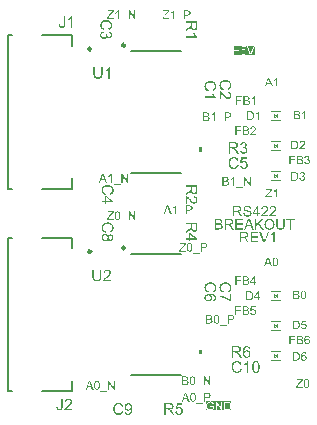
<source format=gto>
G04*
G04 #@! TF.GenerationSoftware,Altium Limited,Altium Designer,22.0.2 (36)*
G04*
G04 Layer_Color=65535*
%FSLAX25Y25*%
%MOIN*%
G70*
G04*
G04 #@! TF.SameCoordinates,A215419E-4A62-46BB-99F1-A3B40DBBD233*
G04*
G04*
G04 #@! TF.FilePolarity,Positive*
G04*
G01*
G75*
%ADD10C,0.01000*%
%ADD11C,0.00600*%
%ADD12C,0.00295*%
%ADD13C,0.00500*%
G36*
X67078Y23250D02*
X68078D01*
Y21750D01*
X67078D01*
Y23250D01*
D02*
G37*
G36*
Y90750D02*
X68078D01*
Y89250D01*
X67078D01*
Y90750D01*
D02*
G37*
G36*
X84349Y122336D02*
X84316Y122249D01*
X84287Y122166D01*
X84262Y122087D01*
X84241Y122016D01*
X84220Y121953D01*
X84207Y121908D01*
X84203Y121891D01*
X84199Y121879D01*
X84195Y121870D01*
Y121866D01*
X84145Y122032D01*
X84120Y122111D01*
X84095Y122182D01*
X84074Y122245D01*
X84066Y122270D01*
X84062Y122295D01*
X84054Y122311D01*
X84049Y122324D01*
X84045Y122332D01*
Y122336D01*
X83297Y124429D01*
X85131D01*
X84349Y122336D01*
D02*
G37*
G36*
X85518Y121550D02*
Y121500D01*
X81720D01*
X81807Y121504D01*
X81890Y121517D01*
X81969Y121533D01*
X82040Y121554D01*
X82107Y121583D01*
X82169Y121612D01*
X82227Y121641D01*
X82277Y121675D01*
X82323Y121708D01*
X82365Y121737D01*
X82398Y121770D01*
X82427Y121795D01*
X82448Y121816D01*
X82464Y121833D01*
X82473Y121845D01*
X82477Y121849D01*
X82519Y121904D01*
X82552Y121962D01*
X82585Y122016D01*
X82610Y122074D01*
X82652Y122186D01*
X82677Y122295D01*
X82685Y122340D01*
X82693Y122386D01*
X82697Y122424D01*
X82702Y122457D01*
X82706Y122486D01*
Y122523D01*
X82702Y122598D01*
X82693Y122669D01*
X82681Y122740D01*
X82664Y122802D01*
X82643Y122860D01*
X82623Y122919D01*
X82598Y122968D01*
X82577Y123014D01*
X82552Y123056D01*
X82527Y123093D01*
X82506Y123122D01*
X82485Y123152D01*
X82469Y123172D01*
X82456Y123185D01*
X82448Y123193D01*
X82444Y123197D01*
X82394Y123243D01*
X82344Y123285D01*
X82290Y123318D01*
X82236Y123347D01*
X82182Y123376D01*
X82127Y123397D01*
X82028Y123426D01*
X81982Y123439D01*
X81940Y123447D01*
X81903Y123451D01*
X81870Y123455D01*
X81845Y123459D01*
X81753D01*
X81703Y123451D01*
X81603Y123430D01*
X81512Y123401D01*
X81429Y123368D01*
X81362Y123335D01*
X81333Y123318D01*
X81308Y123305D01*
X81287Y123293D01*
X81275Y123285D01*
X81266Y123281D01*
X81262Y123276D01*
X81416Y124054D01*
X82569D01*
Y124391D01*
X81137D01*
X80859Y122910D01*
X81191Y122864D01*
X81221Y122910D01*
X81258Y122948D01*
X81291Y122985D01*
X81325Y123014D01*
X81358Y123035D01*
X81383Y123056D01*
X81400Y123064D01*
X81404Y123068D01*
X81458Y123093D01*
X81512Y123114D01*
X81562Y123127D01*
X81612Y123139D01*
X81653Y123143D01*
X81687Y123147D01*
X81766D01*
X81815Y123139D01*
X81903Y123118D01*
X81978Y123089D01*
X82044Y123060D01*
X82094Y123027D01*
X82132Y122998D01*
X82152Y122977D01*
X82161Y122973D01*
Y122968D01*
X82219Y122898D01*
X82261Y122823D01*
X82290Y122744D01*
X82311Y122665D01*
X82323Y122598D01*
X82327Y122569D01*
Y122544D01*
X82331Y122523D01*
Y122507D01*
Y122498D01*
Y122494D01*
Y122436D01*
X82323Y122382D01*
X82302Y122278D01*
X82273Y122191D01*
X82244Y122120D01*
X82211Y122062D01*
X82182Y122016D01*
X82169Y122003D01*
X82161Y121991D01*
X82157Y121987D01*
X82152Y121983D01*
X82119Y121949D01*
X82086Y121920D01*
X82011Y121870D01*
X81940Y121837D01*
X81870Y121816D01*
X81811Y121800D01*
X81761Y121795D01*
X81745Y121791D01*
X81720D01*
X81641Y121795D01*
X81570Y121812D01*
X81508Y121833D01*
X81458Y121858D01*
X81412Y121883D01*
X81379Y121904D01*
X81362Y121920D01*
X81354Y121924D01*
X81304Y121983D01*
X81262Y122045D01*
X81229Y122116D01*
X81204Y122178D01*
X81187Y122240D01*
X81175Y122286D01*
X81171Y122307D01*
X81167Y122319D01*
Y122328D01*
Y122332D01*
X80796Y122303D01*
X80805Y122236D01*
X80817Y122174D01*
X80855Y122057D01*
X80900Y121958D01*
X80925Y121912D01*
X80950Y121874D01*
X80971Y121837D01*
X80996Y121804D01*
X81017Y121779D01*
X81038Y121758D01*
X81054Y121741D01*
X81063Y121725D01*
X81071Y121721D01*
X81075Y121716D01*
X81125Y121679D01*
X81175Y121646D01*
X81229Y121616D01*
X81283Y121591D01*
X81387Y121554D01*
X81491Y121529D01*
X81537Y121517D01*
X81583Y121512D01*
X81620Y121508D01*
X81653Y121504D01*
X81682Y121500D01*
X78500D01*
Y122016D01*
Y122806D01*
X79282D01*
Y122016D01*
X79615D01*
Y122806D01*
X80397D01*
Y123135D01*
X79615D01*
Y123917D01*
X79282D01*
Y123135D01*
X78500D01*
Y123917D01*
Y124429D01*
X82881D01*
X83995Y121550D01*
X84395D01*
X85518Y124429D01*
Y121550D01*
D02*
G37*
G36*
X83159Y71230D02*
X83194D01*
X83291Y71220D01*
X83398Y71205D01*
X83510Y71179D01*
X83632Y71149D01*
X83744Y71108D01*
X83749D01*
X83759Y71103D01*
X83775Y71093D01*
X83795Y71083D01*
X83846Y71057D01*
X83912Y71011D01*
X83988Y70960D01*
X84065Y70894D01*
X84136Y70818D01*
X84202Y70731D01*
Y70726D01*
X84207Y70721D01*
X84217Y70706D01*
X84228Y70691D01*
X84253Y70640D01*
X84284Y70574D01*
X84319Y70492D01*
X84345Y70395D01*
X84370Y70294D01*
X84380Y70182D01*
X83932Y70146D01*
Y70151D01*
Y70161D01*
X83927Y70177D01*
X83922Y70202D01*
X83907Y70258D01*
X83886Y70334D01*
X83856Y70416D01*
X83810Y70497D01*
X83754Y70574D01*
X83683Y70645D01*
X83673Y70650D01*
X83647Y70670D01*
X83596Y70701D01*
X83530Y70731D01*
X83444Y70762D01*
X83342Y70793D01*
X83215Y70813D01*
X83072Y70818D01*
X83001D01*
X82970Y70813D01*
X82929Y70808D01*
X82838Y70798D01*
X82736Y70777D01*
X82634Y70752D01*
X82538Y70711D01*
X82497Y70686D01*
X82456Y70660D01*
X82446Y70655D01*
X82426Y70635D01*
X82395Y70599D01*
X82365Y70558D01*
X82329Y70502D01*
X82298Y70441D01*
X82278Y70370D01*
X82268Y70289D01*
Y70278D01*
Y70258D01*
X82273Y70222D01*
X82283Y70182D01*
X82298Y70131D01*
X82324Y70080D01*
X82354Y70029D01*
X82400Y69978D01*
X82405Y69973D01*
X82431Y69958D01*
X82451Y69942D01*
X82472Y69932D01*
X82502Y69917D01*
X82538Y69897D01*
X82583Y69881D01*
X82634Y69861D01*
X82690Y69841D01*
X82757Y69815D01*
X82828Y69795D01*
X82909Y69769D01*
X83001Y69749D01*
X83103Y69724D01*
X83108D01*
X83128Y69718D01*
X83159Y69713D01*
X83194Y69703D01*
X83240Y69693D01*
X83296Y69678D01*
X83352Y69662D01*
X83413Y69647D01*
X83545Y69612D01*
X83673Y69576D01*
X83734Y69556D01*
X83790Y69535D01*
X83841Y69520D01*
X83881Y69500D01*
X83886D01*
X83897Y69495D01*
X83912Y69484D01*
X83932Y69474D01*
X83988Y69444D01*
X84054Y69403D01*
X84131Y69347D01*
X84207Y69286D01*
X84278Y69215D01*
X84339Y69138D01*
X84345Y69128D01*
X84365Y69103D01*
X84385Y69057D01*
X84416Y68996D01*
X84441Y68924D01*
X84467Y68838D01*
X84482Y68741D01*
X84487Y68639D01*
Y68634D01*
Y68629D01*
Y68614D01*
Y68594D01*
X84477Y68538D01*
X84467Y68466D01*
X84446Y68385D01*
X84421Y68298D01*
X84380Y68207D01*
X84324Y68110D01*
Y68105D01*
X84319Y68100D01*
X84294Y68069D01*
X84258Y68024D01*
X84207Y67973D01*
X84141Y67912D01*
X84060Y67845D01*
X83968Y67784D01*
X83861Y67728D01*
X83856D01*
X83846Y67723D01*
X83830Y67718D01*
X83810Y67708D01*
X83780Y67698D01*
X83744Y67682D01*
X83662Y67662D01*
X83566Y67637D01*
X83449Y67611D01*
X83321Y67596D01*
X83184Y67591D01*
X83103D01*
X83062Y67596D01*
X83016D01*
X82965Y67601D01*
X82904Y67606D01*
X82777Y67627D01*
X82644Y67647D01*
X82512Y67682D01*
X82385Y67728D01*
X82380D01*
X82370Y67733D01*
X82354Y67744D01*
X82334Y67754D01*
X82273Y67784D01*
X82202Y67830D01*
X82120Y67891D01*
X82034Y67962D01*
X81952Y68049D01*
X81876Y68146D01*
Y68151D01*
X81866Y68161D01*
X81861Y68176D01*
X81845Y68197D01*
X81835Y68222D01*
X81820Y68253D01*
X81784Y68329D01*
X81749Y68426D01*
X81718Y68533D01*
X81698Y68655D01*
X81688Y68782D01*
X82125Y68823D01*
Y68818D01*
Y68813D01*
X82130Y68797D01*
Y68777D01*
X82141Y68731D01*
X82156Y68665D01*
X82176Y68599D01*
X82197Y68522D01*
X82232Y68451D01*
X82268Y68385D01*
X82273Y68380D01*
X82288Y68360D01*
X82314Y68324D01*
X82354Y68288D01*
X82405Y68242D01*
X82461Y68197D01*
X82538Y68151D01*
X82619Y68110D01*
X82624D01*
X82629Y68105D01*
X82644Y68100D01*
X82660Y68095D01*
X82711Y68080D01*
X82777Y68059D01*
X82858Y68039D01*
X82950Y68024D01*
X83052Y68013D01*
X83164Y68008D01*
X83210D01*
X83260Y68013D01*
X83321Y68019D01*
X83393Y68029D01*
X83474Y68039D01*
X83556Y68059D01*
X83632Y68085D01*
X83642Y68090D01*
X83668Y68100D01*
X83703Y68120D01*
X83749Y68141D01*
X83795Y68176D01*
X83846Y68212D01*
X83897Y68253D01*
X83937Y68304D01*
X83943Y68309D01*
X83953Y68329D01*
X83968Y68354D01*
X83988Y68395D01*
X84009Y68436D01*
X84024Y68487D01*
X84034Y68543D01*
X84039Y68604D01*
Y68609D01*
Y68634D01*
X84034Y68665D01*
X84029Y68706D01*
X84014Y68746D01*
X83999Y68797D01*
X83973Y68848D01*
X83937Y68894D01*
X83932Y68899D01*
X83917Y68914D01*
X83897Y68935D01*
X83861Y68965D01*
X83820Y68996D01*
X83764Y69031D01*
X83698Y69067D01*
X83622Y69098D01*
X83617Y69103D01*
X83591Y69108D01*
X83551Y69123D01*
X83525Y69128D01*
X83489Y69138D01*
X83454Y69153D01*
X83408Y69164D01*
X83357Y69179D01*
X83296Y69194D01*
X83235Y69209D01*
X83164Y69230D01*
X83082Y69250D01*
X82996Y69271D01*
X82991D01*
X82975Y69276D01*
X82950Y69281D01*
X82919Y69291D01*
X82879Y69301D01*
X82833Y69311D01*
X82731Y69342D01*
X82619Y69377D01*
X82502Y69413D01*
X82400Y69449D01*
X82354Y69469D01*
X82314Y69490D01*
X82309D01*
X82304Y69495D01*
X82273Y69515D01*
X82227Y69540D01*
X82176Y69581D01*
X82115Y69627D01*
X82054Y69683D01*
X81993Y69749D01*
X81942Y69820D01*
X81937Y69831D01*
X81922Y69856D01*
X81901Y69897D01*
X81881Y69948D01*
X81861Y70014D01*
X81840Y70090D01*
X81825Y70171D01*
X81820Y70258D01*
Y70263D01*
Y70268D01*
Y70284D01*
Y70304D01*
X81830Y70355D01*
X81840Y70421D01*
X81856Y70497D01*
X81881Y70584D01*
X81917Y70670D01*
X81968Y70757D01*
Y70762D01*
X81973Y70767D01*
X81998Y70798D01*
X82034Y70838D01*
X82079Y70889D01*
X82141Y70945D01*
X82217Y71006D01*
X82309Y71062D01*
X82410Y71113D01*
X82415D01*
X82426Y71118D01*
X82441Y71123D01*
X82461Y71134D01*
X82487Y71144D01*
X82522Y71154D01*
X82599Y71174D01*
X82695Y71195D01*
X82807Y71215D01*
X82924Y71230D01*
X83057Y71235D01*
X83123D01*
X83159Y71230D01*
D02*
G37*
G36*
X91679Y71184D02*
X91720Y71179D01*
X91771Y71174D01*
X91827Y71164D01*
X91883Y71154D01*
X92015Y71118D01*
X92147Y71067D01*
X92214Y71037D01*
X92280Y71001D01*
X92341Y70955D01*
X92397Y70904D01*
X92402Y70899D01*
X92412Y70894D01*
X92422Y70874D01*
X92443Y70854D01*
X92468Y70828D01*
X92494Y70793D01*
X92519Y70757D01*
X92550Y70711D01*
X92601Y70614D01*
X92651Y70492D01*
X92672Y70431D01*
X92682Y70360D01*
X92692Y70289D01*
X92697Y70212D01*
Y70202D01*
Y70177D01*
X92692Y70136D01*
X92687Y70080D01*
X92677Y70019D01*
X92656Y69948D01*
X92636Y69871D01*
X92606Y69795D01*
X92601Y69785D01*
X92590Y69759D01*
X92570Y69718D01*
X92540Y69662D01*
X92499Y69602D01*
X92448Y69525D01*
X92387Y69449D01*
X92316Y69362D01*
X92305Y69352D01*
X92280Y69322D01*
X92254Y69296D01*
X92229Y69271D01*
X92198Y69240D01*
X92158Y69199D01*
X92117Y69159D01*
X92066Y69113D01*
X92015Y69062D01*
X91954Y69006D01*
X91888Y68950D01*
X91817Y68884D01*
X91735Y68818D01*
X91654Y68746D01*
X91649Y68741D01*
X91638Y68731D01*
X91618Y68716D01*
X91593Y68695D01*
X91562Y68665D01*
X91527Y68634D01*
X91445Y68568D01*
X91359Y68492D01*
X91277Y68415D01*
X91206Y68349D01*
X91175Y68324D01*
X91150Y68298D01*
X91145Y68293D01*
X91129Y68278D01*
X91109Y68258D01*
X91084Y68227D01*
X91058Y68191D01*
X91028Y68156D01*
X90967Y68069D01*
X92702D01*
Y67652D01*
X90366D01*
Y67657D01*
Y67677D01*
Y67708D01*
X90371Y67749D01*
X90376Y67795D01*
X90386Y67845D01*
X90397Y67896D01*
X90417Y67952D01*
Y67957D01*
X90422Y67962D01*
X90432Y67993D01*
X90453Y68039D01*
X90483Y68100D01*
X90524Y68171D01*
X90575Y68253D01*
X90631Y68334D01*
X90702Y68421D01*
Y68426D01*
X90712Y68431D01*
X90738Y68461D01*
X90783Y68507D01*
X90850Y68573D01*
X90926Y68650D01*
X91023Y68741D01*
X91140Y68843D01*
X91267Y68950D01*
X91272Y68955D01*
X91292Y68970D01*
X91323Y68996D01*
X91359Y69026D01*
X91404Y69067D01*
X91460Y69113D01*
X91516Y69164D01*
X91583Y69220D01*
X91710Y69342D01*
X91837Y69464D01*
X91898Y69525D01*
X91954Y69586D01*
X92005Y69642D01*
X92046Y69698D01*
Y69703D01*
X92056Y69708D01*
X92066Y69724D01*
X92076Y69744D01*
X92112Y69800D01*
X92153Y69866D01*
X92188Y69948D01*
X92224Y70034D01*
X92244Y70131D01*
X92254Y70222D01*
Y70227D01*
Y70233D01*
X92249Y70263D01*
X92244Y70314D01*
X92229Y70370D01*
X92209Y70441D01*
X92173Y70513D01*
X92127Y70584D01*
X92066Y70655D01*
X92056Y70665D01*
X92031Y70686D01*
X91995Y70711D01*
X91939Y70747D01*
X91868Y70777D01*
X91786Y70808D01*
X91689Y70828D01*
X91583Y70833D01*
X91552D01*
X91532Y70828D01*
X91471Y70823D01*
X91399Y70808D01*
X91323Y70787D01*
X91236Y70752D01*
X91155Y70706D01*
X91079Y70645D01*
X91069Y70635D01*
X91048Y70609D01*
X91018Y70569D01*
X90987Y70508D01*
X90951Y70436D01*
X90921Y70345D01*
X90900Y70243D01*
X90890Y70126D01*
X90447Y70171D01*
Y70177D01*
X90453Y70192D01*
Y70217D01*
X90458Y70253D01*
X90468Y70294D01*
X90478Y70340D01*
X90493Y70395D01*
X90509Y70451D01*
X90549Y70574D01*
X90610Y70696D01*
X90646Y70757D01*
X90692Y70818D01*
X90738Y70874D01*
X90789Y70925D01*
X90794Y70930D01*
X90804Y70935D01*
X90819Y70950D01*
X90845Y70966D01*
X90875Y70986D01*
X90911Y71006D01*
X90951Y71032D01*
X91002Y71057D01*
X91058Y71083D01*
X91119Y71108D01*
X91185Y71128D01*
X91257Y71149D01*
X91333Y71164D01*
X91415Y71179D01*
X91501Y71184D01*
X91593Y71189D01*
X91644D01*
X91679Y71184D01*
D02*
G37*
G36*
X88941D02*
X88982Y71179D01*
X89033Y71174D01*
X89088Y71164D01*
X89144Y71154D01*
X89277Y71118D01*
X89409Y71067D01*
X89475Y71037D01*
X89542Y71001D01*
X89603Y70955D01*
X89658Y70904D01*
X89664Y70899D01*
X89674Y70894D01*
X89684Y70874D01*
X89704Y70854D01*
X89730Y70828D01*
X89755Y70793D01*
X89781Y70757D01*
X89811Y70711D01*
X89862Y70614D01*
X89913Y70492D01*
X89933Y70431D01*
X89944Y70360D01*
X89954Y70289D01*
X89959Y70212D01*
Y70202D01*
Y70177D01*
X89954Y70136D01*
X89949Y70080D01*
X89938Y70019D01*
X89918Y69948D01*
X89898Y69871D01*
X89867Y69795D01*
X89862Y69785D01*
X89852Y69759D01*
X89832Y69718D01*
X89801Y69662D01*
X89760Y69602D01*
X89709Y69525D01*
X89648Y69449D01*
X89577Y69362D01*
X89567Y69352D01*
X89542Y69322D01*
X89516Y69296D01*
X89491Y69271D01*
X89460Y69240D01*
X89419Y69199D01*
X89379Y69159D01*
X89328Y69113D01*
X89277Y69062D01*
X89216Y69006D01*
X89149Y68950D01*
X89078Y68884D01*
X88997Y68818D01*
X88915Y68746D01*
X88910Y68741D01*
X88900Y68731D01*
X88880Y68716D01*
X88854Y68695D01*
X88824Y68665D01*
X88788Y68634D01*
X88707Y68568D01*
X88620Y68492D01*
X88539Y68415D01*
X88468Y68349D01*
X88437Y68324D01*
X88411Y68298D01*
X88406Y68293D01*
X88391Y68278D01*
X88371Y68258D01*
X88345Y68227D01*
X88320Y68191D01*
X88289Y68156D01*
X88228Y68069D01*
X89964D01*
Y67652D01*
X87628D01*
Y67657D01*
Y67677D01*
Y67708D01*
X87633Y67749D01*
X87638Y67795D01*
X87648Y67845D01*
X87658Y67896D01*
X87678Y67952D01*
Y67957D01*
X87684Y67962D01*
X87694Y67993D01*
X87714Y68039D01*
X87745Y68100D01*
X87785Y68171D01*
X87836Y68253D01*
X87892Y68334D01*
X87964Y68421D01*
Y68426D01*
X87974Y68431D01*
X87999Y68461D01*
X88045Y68507D01*
X88111Y68573D01*
X88187Y68650D01*
X88284Y68741D01*
X88401Y68843D01*
X88529Y68950D01*
X88534Y68955D01*
X88554Y68970D01*
X88585Y68996D01*
X88620Y69026D01*
X88666Y69067D01*
X88722Y69113D01*
X88778Y69164D01*
X88844Y69220D01*
X88971Y69342D01*
X89099Y69464D01*
X89160Y69525D01*
X89216Y69586D01*
X89267Y69642D01*
X89307Y69698D01*
Y69703D01*
X89318Y69708D01*
X89328Y69724D01*
X89338Y69744D01*
X89373Y69800D01*
X89414Y69866D01*
X89450Y69948D01*
X89486Y70034D01*
X89506Y70131D01*
X89516Y70222D01*
Y70227D01*
Y70233D01*
X89511Y70263D01*
X89506Y70314D01*
X89491Y70370D01*
X89470Y70441D01*
X89435Y70513D01*
X89389Y70584D01*
X89328Y70655D01*
X89318Y70665D01*
X89292Y70686D01*
X89256Y70711D01*
X89200Y70747D01*
X89129Y70777D01*
X89048Y70808D01*
X88951Y70828D01*
X88844Y70833D01*
X88814D01*
X88793Y70828D01*
X88732Y70823D01*
X88661Y70808D01*
X88585Y70787D01*
X88498Y70752D01*
X88417Y70706D01*
X88340Y70645D01*
X88330Y70635D01*
X88310Y70609D01*
X88279Y70569D01*
X88249Y70508D01*
X88213Y70436D01*
X88182Y70345D01*
X88162Y70243D01*
X88152Y70126D01*
X87709Y70171D01*
Y70177D01*
X87714Y70192D01*
Y70217D01*
X87719Y70253D01*
X87729Y70294D01*
X87740Y70340D01*
X87755Y70395D01*
X87770Y70451D01*
X87811Y70574D01*
X87872Y70696D01*
X87908Y70757D01*
X87953Y70818D01*
X87999Y70874D01*
X88050Y70925D01*
X88055Y70930D01*
X88065Y70935D01*
X88081Y70950D01*
X88106Y70966D01*
X88137Y70986D01*
X88172Y71006D01*
X88213Y71032D01*
X88264Y71057D01*
X88320Y71083D01*
X88381Y71108D01*
X88447Y71128D01*
X88518Y71149D01*
X88595Y71164D01*
X88676Y71179D01*
X88763Y71184D01*
X88854Y71189D01*
X88905D01*
X88941Y71184D01*
D02*
G37*
G36*
X86767Y68894D02*
X87246D01*
Y68497D01*
X86767D01*
Y67652D01*
X86335D01*
Y68497D01*
X84803D01*
Y68894D01*
X86416Y71174D01*
X86767D01*
Y68894D01*
D02*
G37*
G36*
X79972Y71169D02*
X80018D01*
X80125Y71164D01*
X80237Y71149D01*
X80359Y71134D01*
X80471Y71108D01*
X80527Y71093D01*
X80573Y71078D01*
X80578D01*
X80583Y71073D01*
X80614Y71057D01*
X80659Y71037D01*
X80715Y71001D01*
X80777Y70955D01*
X80843Y70894D01*
X80904Y70823D01*
X80965Y70742D01*
Y70736D01*
X80970Y70731D01*
X80990Y70701D01*
X81011Y70650D01*
X81041Y70584D01*
X81067Y70508D01*
X81092Y70416D01*
X81107Y70319D01*
X81112Y70212D01*
Y70207D01*
Y70197D01*
Y70177D01*
X81107Y70151D01*
Y70116D01*
X81102Y70080D01*
X81082Y69993D01*
X81051Y69892D01*
X81011Y69785D01*
X80949Y69678D01*
X80909Y69627D01*
X80868Y69576D01*
X80863Y69571D01*
X80858Y69566D01*
X80843Y69551D01*
X80822Y69535D01*
X80797Y69515D01*
X80766Y69495D01*
X80726Y69469D01*
X80685Y69439D01*
X80634Y69413D01*
X80578Y69388D01*
X80517Y69357D01*
X80451Y69332D01*
X80374Y69311D01*
X80298Y69286D01*
X80212Y69271D01*
X80120Y69255D01*
X80130Y69250D01*
X80150Y69240D01*
X80181Y69220D01*
X80222Y69199D01*
X80313Y69143D01*
X80359Y69108D01*
X80400Y69077D01*
X80410Y69067D01*
X80436Y69042D01*
X80476Y69001D01*
X80527Y68950D01*
X80583Y68879D01*
X80649Y68802D01*
X80715Y68711D01*
X80787Y68609D01*
X81392Y67652D01*
X80812D01*
X80349Y68385D01*
Y68390D01*
X80339Y68400D01*
X80329Y68415D01*
X80313Y68436D01*
X80278Y68492D01*
X80232Y68563D01*
X80176Y68639D01*
X80120Y68721D01*
X80064Y68797D01*
X80013Y68868D01*
X80008Y68874D01*
X79993Y68894D01*
X79967Y68924D01*
X79931Y68960D01*
X79855Y69037D01*
X79814Y69072D01*
X79774Y69103D01*
X79769Y69108D01*
X79759Y69113D01*
X79738Y69123D01*
X79708Y69138D01*
X79677Y69153D01*
X79641Y69169D01*
X79560Y69194D01*
X79555D01*
X79545Y69199D01*
X79524D01*
X79499Y69204D01*
X79463Y69209D01*
X79422D01*
X79366Y69215D01*
X78766D01*
Y67652D01*
X78298D01*
Y71174D01*
X79931D01*
X79972Y71169D01*
D02*
G37*
G36*
X86966Y65395D02*
X88508Y63303D01*
X87892D01*
X86640Y65079D01*
X86065Y64525D01*
Y63303D01*
X85597D01*
Y66825D01*
X86065D01*
Y65074D01*
X87806Y66825D01*
X88442D01*
X86966Y65395D01*
D02*
G37*
G36*
X95502Y64789D02*
Y64784D01*
Y64764D01*
Y64739D01*
Y64703D01*
X95497Y64657D01*
Y64606D01*
X95492Y64545D01*
X95487Y64484D01*
X95471Y64346D01*
X95451Y64204D01*
X95420Y64067D01*
X95400Y64000D01*
X95380Y63939D01*
Y63934D01*
X95375Y63924D01*
X95364Y63909D01*
X95354Y63888D01*
X95324Y63832D01*
X95278Y63761D01*
X95217Y63680D01*
X95146Y63598D01*
X95054Y63512D01*
X94942Y63435D01*
X94937D01*
X94927Y63425D01*
X94911Y63420D01*
X94886Y63405D01*
X94855Y63390D01*
X94815Y63374D01*
X94774Y63359D01*
X94723Y63339D01*
X94667Y63318D01*
X94606Y63303D01*
X94540Y63288D01*
X94463Y63273D01*
X94387Y63262D01*
X94306Y63252D01*
X94122Y63242D01*
X94077D01*
X94041Y63247D01*
X94000D01*
X93949Y63252D01*
X93893Y63257D01*
X93837Y63262D01*
X93710Y63283D01*
X93573Y63313D01*
X93440Y63354D01*
X93313Y63410D01*
X93308D01*
X93298Y63420D01*
X93283Y63430D01*
X93262Y63441D01*
X93206Y63481D01*
X93140Y63537D01*
X93064Y63608D01*
X92993Y63690D01*
X92921Y63792D01*
X92865Y63904D01*
Y63909D01*
X92860Y63919D01*
X92855Y63939D01*
X92845Y63965D01*
X92835Y63995D01*
X92825Y64036D01*
X92809Y64082D01*
X92799Y64138D01*
X92789Y64199D01*
X92774Y64265D01*
X92763Y64336D01*
X92753Y64413D01*
X92743Y64499D01*
X92738Y64591D01*
X92733Y64688D01*
Y64789D01*
Y66825D01*
X93201D01*
Y64789D01*
Y64784D01*
Y64769D01*
Y64744D01*
Y64713D01*
X93206Y64677D01*
Y64632D01*
X93211Y64535D01*
X93221Y64423D01*
X93237Y64311D01*
X93257Y64204D01*
X93267Y64158D01*
X93283Y64112D01*
X93288Y64102D01*
X93298Y64077D01*
X93323Y64041D01*
X93354Y63990D01*
X93389Y63939D01*
X93440Y63883D01*
X93502Y63827D01*
X93573Y63782D01*
X93583Y63776D01*
X93608Y63761D01*
X93654Y63746D01*
X93715Y63726D01*
X93787Y63700D01*
X93878Y63685D01*
X93975Y63670D01*
X94082Y63665D01*
X94133D01*
X94163Y63670D01*
X94209D01*
X94255Y63675D01*
X94367Y63695D01*
X94489Y63721D01*
X94606Y63761D01*
X94718Y63817D01*
X94769Y63853D01*
X94815Y63894D01*
X94820Y63899D01*
X94825Y63904D01*
X94835Y63919D01*
X94850Y63939D01*
X94866Y63970D01*
X94886Y64000D01*
X94906Y64046D01*
X94927Y64092D01*
X94947Y64148D01*
X94962Y64214D01*
X94983Y64290D01*
X94998Y64372D01*
X95013Y64464D01*
X95023Y64560D01*
X95034Y64672D01*
Y64789D01*
Y66825D01*
X95502D01*
Y64789D01*
D02*
G37*
G36*
X98805Y66408D02*
X97645D01*
Y63303D01*
X97176D01*
Y66408D01*
X96016D01*
Y66825D01*
X98805D01*
Y66408D01*
D02*
G37*
G36*
X85240Y63303D02*
X84711D01*
X84299Y64372D01*
X82823D01*
X82441Y63303D01*
X81947D01*
X83291Y66825D01*
X83800D01*
X85240Y63303D01*
D02*
G37*
G36*
X81606Y66408D02*
X79524D01*
Y65334D01*
X81474D01*
Y64917D01*
X79524D01*
Y63721D01*
X81688D01*
Y63303D01*
X79056D01*
Y66825D01*
X81606D01*
Y66408D01*
D02*
G37*
G36*
X77178Y66820D02*
X77224D01*
X77331Y66815D01*
X77443Y66800D01*
X77565Y66785D01*
X77677Y66759D01*
X77733Y66744D01*
X77779Y66729D01*
X77784D01*
X77789Y66724D01*
X77819Y66708D01*
X77865Y66688D01*
X77921Y66652D01*
X77982Y66606D01*
X78048Y66545D01*
X78109Y66474D01*
X78170Y66393D01*
Y66388D01*
X78175Y66382D01*
X78196Y66352D01*
X78216Y66301D01*
X78247Y66235D01*
X78272Y66159D01*
X78298Y66067D01*
X78313Y65970D01*
X78318Y65863D01*
Y65858D01*
Y65848D01*
Y65828D01*
X78313Y65802D01*
Y65767D01*
X78308Y65731D01*
X78288Y65645D01*
X78257Y65543D01*
X78216Y65436D01*
X78155Y65329D01*
X78114Y65278D01*
X78074Y65227D01*
X78069Y65222D01*
X78063Y65217D01*
X78048Y65202D01*
X78028Y65186D01*
X78002Y65166D01*
X77972Y65146D01*
X77931Y65120D01*
X77890Y65090D01*
X77839Y65064D01*
X77784Y65039D01*
X77723Y65008D01*
X77656Y64983D01*
X77580Y64962D01*
X77504Y64937D01*
X77417Y64922D01*
X77325Y64906D01*
X77336Y64901D01*
X77356Y64891D01*
X77386Y64871D01*
X77427Y64850D01*
X77519Y64794D01*
X77565Y64759D01*
X77605Y64728D01*
X77616Y64718D01*
X77641Y64693D01*
X77682Y64652D01*
X77733Y64601D01*
X77789Y64530D01*
X77855Y64453D01*
X77921Y64362D01*
X77992Y64260D01*
X78598Y63303D01*
X78018D01*
X77555Y64036D01*
Y64041D01*
X77544Y64051D01*
X77534Y64067D01*
X77519Y64087D01*
X77483Y64143D01*
X77437Y64214D01*
X77381Y64290D01*
X77325Y64372D01*
X77270Y64448D01*
X77219Y64520D01*
X77214Y64525D01*
X77198Y64545D01*
X77173Y64576D01*
X77137Y64611D01*
X77061Y64688D01*
X77020Y64723D01*
X76979Y64754D01*
X76974Y64759D01*
X76964Y64764D01*
X76944Y64774D01*
X76913Y64789D01*
X76883Y64805D01*
X76847Y64820D01*
X76766Y64845D01*
X76761D01*
X76750Y64850D01*
X76730D01*
X76705Y64855D01*
X76669Y64861D01*
X76628D01*
X76572Y64866D01*
X75972D01*
Y63303D01*
X75503D01*
Y66825D01*
X77137D01*
X77178Y66820D01*
D02*
G37*
G36*
X73615D02*
X73656D01*
X73747Y66810D01*
X73849Y66800D01*
X73956Y66780D01*
X74063Y66754D01*
X74159Y66719D01*
X74165D01*
X74170Y66713D01*
X74200Y66698D01*
X74246Y66673D01*
X74297Y66637D01*
X74358Y66591D01*
X74424Y66535D01*
X74485Y66464D01*
X74541Y66388D01*
X74546Y66377D01*
X74562Y66347D01*
X74587Y66306D01*
X74612Y66245D01*
X74638Y66174D01*
X74663Y66097D01*
X74679Y66011D01*
X74684Y65924D01*
Y65914D01*
Y65889D01*
X74679Y65843D01*
X74669Y65787D01*
X74653Y65721D01*
X74628Y65650D01*
X74597Y65578D01*
X74556Y65502D01*
X74551Y65492D01*
X74536Y65471D01*
X74506Y65431D01*
X74465Y65390D01*
X74414Y65339D01*
X74353Y65283D01*
X74277Y65232D01*
X74190Y65181D01*
X74195D01*
X74205Y65176D01*
X74221Y65171D01*
X74241Y65161D01*
X74302Y65141D01*
X74373Y65105D01*
X74450Y65059D01*
X74536Y65003D01*
X74612Y64937D01*
X74684Y64855D01*
X74689Y64845D01*
X74709Y64815D01*
X74740Y64769D01*
X74770Y64708D01*
X74801Y64626D01*
X74831Y64540D01*
X74852Y64438D01*
X74857Y64326D01*
Y64321D01*
Y64316D01*
Y64285D01*
X74852Y64235D01*
X74841Y64174D01*
X74831Y64102D01*
X74811Y64026D01*
X74786Y63944D01*
X74750Y63863D01*
X74745Y63853D01*
X74730Y63827D01*
X74709Y63792D01*
X74679Y63741D01*
X74638Y63690D01*
X74597Y63634D01*
X74546Y63578D01*
X74490Y63532D01*
X74485Y63527D01*
X74465Y63512D01*
X74429Y63491D01*
X74383Y63471D01*
X74327Y63441D01*
X74261Y63410D01*
X74190Y63384D01*
X74103Y63359D01*
X74093D01*
X74063Y63349D01*
X74012Y63344D01*
X73946Y63334D01*
X73864Y63323D01*
X73768Y63313D01*
X73661Y63308D01*
X73539Y63303D01*
X72195D01*
Y66825D01*
X73579D01*
X73615Y66820D01*
D02*
G37*
G36*
X90524Y66881D02*
X90570D01*
X90615Y66876D01*
X90676Y66866D01*
X90738Y66856D01*
X90870Y66830D01*
X91023Y66790D01*
X91170Y66729D01*
X91247Y66693D01*
X91323Y66652D01*
X91328Y66647D01*
X91338Y66642D01*
X91359Y66627D01*
X91389Y66612D01*
X91420Y66586D01*
X91460Y66556D01*
X91547Y66484D01*
X91638Y66393D01*
X91740Y66281D01*
X91837Y66148D01*
X91918Y66001D01*
Y65996D01*
X91929Y65980D01*
X91939Y65960D01*
X91949Y65930D01*
X91969Y65889D01*
X91985Y65843D01*
X92005Y65787D01*
X92025Y65726D01*
X92041Y65660D01*
X92061Y65588D01*
X92081Y65507D01*
X92097Y65426D01*
X92117Y65247D01*
X92127Y65054D01*
Y65049D01*
Y65029D01*
Y65003D01*
X92122Y64962D01*
Y64917D01*
X92117Y64861D01*
X92107Y64799D01*
X92102Y64733D01*
X92076Y64586D01*
X92036Y64423D01*
X91980Y64260D01*
X91949Y64179D01*
X91908Y64097D01*
Y64092D01*
X91898Y64077D01*
X91888Y64056D01*
X91868Y64026D01*
X91847Y63990D01*
X91822Y63955D01*
X91751Y63858D01*
X91664Y63756D01*
X91562Y63649D01*
X91440Y63547D01*
X91298Y63456D01*
X91292D01*
X91282Y63446D01*
X91257Y63435D01*
X91226Y63420D01*
X91191Y63405D01*
X91150Y63390D01*
X91099Y63369D01*
X91043Y63349D01*
X90982Y63328D01*
X90916Y63308D01*
X90768Y63278D01*
X90610Y63252D01*
X90442Y63242D01*
X90391D01*
X90361Y63247D01*
X90315D01*
X90264Y63257D01*
X90208Y63262D01*
X90142Y63273D01*
X90005Y63303D01*
X89857Y63344D01*
X89704Y63405D01*
X89628Y63441D01*
X89552Y63481D01*
X89547Y63486D01*
X89536Y63491D01*
X89516Y63507D01*
X89486Y63527D01*
X89455Y63547D01*
X89419Y63578D01*
X89333Y63654D01*
X89236Y63746D01*
X89134Y63858D01*
X89043Y63985D01*
X88956Y64133D01*
Y64138D01*
X88946Y64153D01*
X88936Y64174D01*
X88926Y64204D01*
X88910Y64245D01*
X88895Y64290D01*
X88875Y64341D01*
X88859Y64397D01*
X88839Y64464D01*
X88819Y64530D01*
X88788Y64683D01*
X88768Y64840D01*
X88758Y65013D01*
Y65018D01*
Y65023D01*
Y65054D01*
X88763Y65100D01*
Y65161D01*
X88773Y65232D01*
X88783Y65319D01*
X88798Y65415D01*
X88819Y65517D01*
X88839Y65624D01*
X88870Y65736D01*
X88910Y65848D01*
X88956Y65965D01*
X89007Y66077D01*
X89073Y66189D01*
X89144Y66291D01*
X89226Y66388D01*
X89231Y66393D01*
X89246Y66408D01*
X89277Y66433D01*
X89312Y66464D01*
X89358Y66505D01*
X89414Y66545D01*
X89480Y66591D01*
X89557Y66637D01*
X89638Y66683D01*
X89730Y66729D01*
X89832Y66769D01*
X89938Y66810D01*
X90056Y66841D01*
X90178Y66866D01*
X90305Y66881D01*
X90442Y66887D01*
X90488D01*
X90524Y66881D01*
D02*
G37*
G36*
X88913Y59000D02*
X88424D01*
X87060Y62522D01*
X87569D01*
X88485Y59962D01*
Y59957D01*
X88490Y59947D01*
X88495Y59931D01*
X88506Y59911D01*
X88511Y59881D01*
X88521Y59850D01*
X88546Y59774D01*
X88577Y59687D01*
X88607Y59590D01*
X88669Y59387D01*
Y59392D01*
X88674Y59402D01*
X88679Y59417D01*
X88684Y59438D01*
X88699Y59494D01*
X88724Y59570D01*
X88750Y59657D01*
X88780Y59753D01*
X88816Y59855D01*
X88857Y59962D01*
X89814Y62522D01*
X90287D01*
X88913Y59000D01*
D02*
G37*
G36*
X92160D02*
X91728D01*
Y61754D01*
X91723Y61749D01*
X91697Y61728D01*
X91667Y61698D01*
X91616Y61662D01*
X91560Y61616D01*
X91488Y61565D01*
X91407Y61509D01*
X91315Y61453D01*
X91310D01*
X91305Y61448D01*
X91275Y61428D01*
X91224Y61402D01*
X91163Y61372D01*
X91091Y61336D01*
X91015Y61301D01*
X90939Y61265D01*
X90862Y61234D01*
Y61652D01*
X90867D01*
X90878Y61662D01*
X90898Y61667D01*
X90923Y61682D01*
X90954Y61698D01*
X90990Y61718D01*
X91076Y61769D01*
X91178Y61825D01*
X91280Y61896D01*
X91387Y61978D01*
X91493Y62064D01*
X91499Y62069D01*
X91504Y62074D01*
X91519Y62090D01*
X91539Y62105D01*
X91585Y62156D01*
X91646Y62217D01*
X91707Y62288D01*
X91773Y62370D01*
X91829Y62451D01*
X91880Y62537D01*
X92160D01*
Y59000D01*
D02*
G37*
G36*
X86699Y62105D02*
X84617D01*
Y61031D01*
X86566D01*
Y60614D01*
X84617D01*
Y59417D01*
X86780D01*
Y59000D01*
X84149D01*
Y62522D01*
X86699D01*
Y62105D01*
D02*
G37*
G36*
X82270Y62517D02*
X82316D01*
X82423Y62512D01*
X82535Y62497D01*
X82657Y62482D01*
X82769Y62456D01*
X82825Y62441D01*
X82871Y62426D01*
X82876D01*
X82881Y62420D01*
X82912Y62405D01*
X82958Y62385D01*
X83013Y62349D01*
X83075Y62303D01*
X83141Y62242D01*
X83202Y62171D01*
X83263Y62090D01*
Y62085D01*
X83268Y62079D01*
X83288Y62049D01*
X83309Y61998D01*
X83339Y61932D01*
X83365Y61856D01*
X83390Y61764D01*
X83406Y61667D01*
X83411Y61560D01*
Y61555D01*
Y61545D01*
Y61525D01*
X83406Y61499D01*
Y61464D01*
X83400Y61428D01*
X83380Y61341D01*
X83350Y61240D01*
X83309Y61133D01*
X83248Y61026D01*
X83207Y60975D01*
X83166Y60924D01*
X83161Y60919D01*
X83156Y60914D01*
X83141Y60899D01*
X83120Y60883D01*
X83095Y60863D01*
X83064Y60843D01*
X83024Y60817D01*
X82983Y60787D01*
X82932Y60761D01*
X82876Y60736D01*
X82815Y60705D01*
X82749Y60680D01*
X82673Y60659D01*
X82596Y60634D01*
X82510Y60619D01*
X82418Y60603D01*
X82428Y60598D01*
X82449Y60588D01*
X82479Y60568D01*
X82520Y60547D01*
X82611Y60491D01*
X82657Y60456D01*
X82698Y60425D01*
X82708Y60415D01*
X82734Y60390D01*
X82774Y60349D01*
X82825Y60298D01*
X82881Y60227D01*
X82947Y60150D01*
X83013Y60059D01*
X83085Y59957D01*
X83691Y59000D01*
X83110D01*
X82647Y59733D01*
Y59738D01*
X82637Y59748D01*
X82627Y59763D01*
X82611Y59784D01*
X82576Y59840D01*
X82530Y59911D01*
X82474Y59987D01*
X82418Y60069D01*
X82362Y60145D01*
X82311Y60216D01*
X82306Y60222D01*
X82291Y60242D01*
X82265Y60273D01*
X82230Y60308D01*
X82153Y60385D01*
X82113Y60420D01*
X82072Y60451D01*
X82067Y60456D01*
X82057Y60461D01*
X82036Y60471D01*
X82006Y60486D01*
X81975Y60501D01*
X81940Y60517D01*
X81858Y60542D01*
X81853D01*
X81843Y60547D01*
X81823D01*
X81797Y60552D01*
X81761Y60558D01*
X81721D01*
X81665Y60563D01*
X81064D01*
Y59000D01*
X80596D01*
Y62522D01*
X82230D01*
X82270Y62517D01*
D02*
G37*
G36*
X70530Y5970D02*
X70384Y5949D01*
X70318Y5937D01*
X70255Y5920D01*
X70197Y5908D01*
X70143Y5891D01*
X70093Y5875D01*
X70051Y5858D01*
X70014Y5841D01*
X69981Y5829D01*
X69956Y5816D01*
X69939Y5808D01*
X69927Y5804D01*
X69922Y5800D01*
X69864Y5762D01*
X69806Y5725D01*
X69706Y5637D01*
X69619Y5550D01*
X69548Y5459D01*
X69490Y5379D01*
X69469Y5346D01*
X69452Y5313D01*
X69436Y5288D01*
X69427Y5271D01*
X69423Y5259D01*
X69419Y5255D01*
X69361Y5117D01*
X69319Y4980D01*
X69286Y4847D01*
X69278Y4785D01*
X69265Y4726D01*
X69261Y4672D01*
X69253Y4627D01*
X69248Y4581D01*
Y4543D01*
X69244Y4514D01*
Y5979D01*
X70605D01*
X70530Y5970D01*
D02*
G37*
G36*
X77756Y5929D02*
Y4502D01*
X77751Y4643D01*
X77739Y4772D01*
X77718Y4889D01*
X77710Y4943D01*
X77697Y4989D01*
X77685Y5034D01*
X77677Y5072D01*
X77668Y5105D01*
X77656Y5134D01*
X77652Y5159D01*
X77643Y5176D01*
X77639Y5184D01*
Y5188D01*
X77593Y5296D01*
X77539Y5392D01*
X77481Y5475D01*
X77427Y5546D01*
X77377Y5604D01*
X77336Y5646D01*
X77319Y5658D01*
X77306Y5671D01*
X77302Y5675D01*
X77298Y5679D01*
X77232Y5733D01*
X77161Y5775D01*
X77090Y5812D01*
X77024Y5841D01*
X76965Y5862D01*
X76920Y5875D01*
X76903Y5883D01*
X76890D01*
X76882Y5887D01*
X76878D01*
X76807Y5900D01*
X76724Y5912D01*
X76641Y5920D01*
X76558Y5925D01*
X76483Y5929D01*
X75376D01*
Y3050D01*
X76412D01*
X76508Y3054D01*
X76595Y3058D01*
X76674Y3067D01*
X76741Y3075D01*
X76799Y3083D01*
X76841Y3087D01*
X76853Y3091D01*
X76865Y3096D01*
X76874D01*
X76949Y3117D01*
X77015Y3141D01*
X77073Y3162D01*
X77123Y3187D01*
X77165Y3208D01*
X77194Y3225D01*
X77211Y3237D01*
X77219Y3241D01*
X77273Y3279D01*
X77319Y3325D01*
X77365Y3366D01*
X77402Y3408D01*
X77435Y3445D01*
X77460Y3474D01*
X77477Y3495D01*
X77481Y3503D01*
X77523Y3570D01*
X77564Y3641D01*
X77598Y3707D01*
X77623Y3774D01*
X77648Y3832D01*
X77664Y3878D01*
X77668Y3894D01*
X77672Y3907D01*
X77677Y3915D01*
Y3919D01*
X77702Y4019D01*
X77722Y4119D01*
X77735Y4215D01*
X77747Y4306D01*
X77751Y4385D01*
Y4419D01*
X77756Y4448D01*
Y3050D01*
Y3000D01*
X70717D01*
X70833Y3004D01*
X70946Y3017D01*
X71050Y3037D01*
X71141Y3058D01*
X71179Y3067D01*
X71216Y3075D01*
X71249Y3087D01*
X71279Y3096D01*
X71299Y3104D01*
X71316Y3108D01*
X71324Y3112D01*
X71329D01*
X71441Y3158D01*
X71545Y3212D01*
X71645Y3270D01*
X71732Y3325D01*
X71769Y3349D01*
X71807Y3374D01*
X71836Y3395D01*
X71861Y3412D01*
X71882Y3429D01*
X71898Y3441D01*
X71907Y3445D01*
X71911Y3449D01*
Y4518D01*
X70688D01*
Y4177D01*
X71536D01*
Y3636D01*
X71487Y3595D01*
X71428Y3557D01*
X71366Y3524D01*
X71308Y3495D01*
X71258Y3470D01*
X71212Y3449D01*
X71195Y3441D01*
X71187Y3437D01*
X71179Y3433D01*
X71175D01*
X71087Y3404D01*
X71000Y3379D01*
X70921Y3362D01*
X70846Y3354D01*
X70784Y3345D01*
X70759D01*
X70734Y3341D01*
X70692D01*
X70588Y3345D01*
X70488Y3362D01*
X70397Y3383D01*
X70313Y3404D01*
X70247Y3429D01*
X70218Y3437D01*
X70197Y3445D01*
X70176Y3453D01*
X70164Y3462D01*
X70155Y3466D01*
X70151D01*
X70064Y3520D01*
X69985Y3578D01*
X69918Y3641D01*
X69864Y3703D01*
X69818Y3761D01*
X69789Y3807D01*
X69777Y3824D01*
X69773Y3836D01*
X69764Y3844D01*
Y3849D01*
X69723Y3953D01*
X69689Y4061D01*
X69669Y4169D01*
X69652Y4273D01*
X69648Y4319D01*
X69644Y4360D01*
X69639Y4402D01*
Y4435D01*
X69635Y4460D01*
Y4481D01*
Y4493D01*
Y4498D01*
X69639Y4614D01*
X69652Y4718D01*
X69669Y4818D01*
X69689Y4905D01*
X69698Y4943D01*
X69710Y4976D01*
X69719Y5005D01*
X69727Y5030D01*
X69735Y5051D01*
X69739Y5063D01*
X69744Y5072D01*
Y5076D01*
X69773Y5134D01*
X69802Y5188D01*
X69831Y5238D01*
X69860Y5280D01*
X69885Y5313D01*
X69906Y5342D01*
X69922Y5359D01*
X69927Y5363D01*
X69972Y5409D01*
X70022Y5450D01*
X70076Y5483D01*
X70126Y5517D01*
X70168Y5538D01*
X70201Y5558D01*
X70226Y5567D01*
X70234Y5571D01*
X70309Y5600D01*
X70384Y5621D01*
X70463Y5633D01*
X70534Y5646D01*
X70596Y5650D01*
X70621D01*
X70642Y5654D01*
X70688D01*
X70767Y5650D01*
X70842Y5642D01*
X70908Y5629D01*
X70967Y5617D01*
X71017Y5600D01*
X71054Y5587D01*
X71075Y5579D01*
X71083Y5575D01*
X71145Y5546D01*
X71200Y5513D01*
X71249Y5479D01*
X71287Y5446D01*
X71316Y5417D01*
X71341Y5396D01*
X71353Y5379D01*
X71358Y5375D01*
X71395Y5325D01*
X71424Y5267D01*
X71453Y5213D01*
X71478Y5155D01*
X71495Y5105D01*
X71507Y5068D01*
X71512Y5051D01*
X71516Y5038D01*
X71520Y5034D01*
Y5030D01*
X71865Y5122D01*
X71836Y5226D01*
X71799Y5317D01*
X71761Y5400D01*
X71728Y5467D01*
X71695Y5521D01*
X71670Y5558D01*
X71653Y5583D01*
X71645Y5592D01*
X71586Y5658D01*
X71524Y5712D01*
X71457Y5762D01*
X71395Y5804D01*
X71337Y5833D01*
X71291Y5858D01*
X71274Y5866D01*
X71262Y5870D01*
X71254Y5875D01*
X71249D01*
X71154Y5908D01*
X71054Y5933D01*
X70962Y5954D01*
X70875Y5966D01*
X70796Y5974D01*
X70763D01*
X70738Y5979D01*
X77756D01*
Y5929D01*
D02*
G37*
G36*
X76479Y5583D02*
X76533D01*
X76583Y5579D01*
X76666Y5567D01*
X76732Y5558D01*
X76786Y5546D01*
X76824Y5533D01*
X76845Y5529D01*
X76853Y5525D01*
X76928Y5488D01*
X76999Y5442D01*
X77061Y5388D01*
X77115Y5334D01*
X77157Y5284D01*
X77190Y5242D01*
X77198Y5226D01*
X77207Y5213D01*
X77215Y5205D01*
Y5201D01*
X77240Y5155D01*
X77265Y5101D01*
X77302Y4993D01*
X77327Y4876D01*
X77348Y4764D01*
X77352Y4714D01*
X77356Y4664D01*
X77360Y4622D01*
Y4585D01*
X77365Y4552D01*
Y4531D01*
Y4514D01*
Y4510D01*
X77360Y4394D01*
X77352Y4285D01*
X77340Y4190D01*
X77327Y4107D01*
X77319Y4073D01*
X77311Y4044D01*
X77302Y4015D01*
X77298Y3994D01*
X77294Y3978D01*
X77290Y3965D01*
X77286Y3957D01*
Y3953D01*
X77257Y3874D01*
X77223Y3803D01*
X77186Y3740D01*
X77153Y3686D01*
X77123Y3645D01*
X77098Y3616D01*
X77082Y3599D01*
X77078Y3591D01*
X77036Y3557D01*
X76994Y3528D01*
X76953Y3503D01*
X76911Y3478D01*
X76874Y3462D01*
X76845Y3449D01*
X76824Y3445D01*
X76815Y3441D01*
X76753Y3424D01*
X76678Y3412D01*
X76603Y3404D01*
X76533Y3399D01*
X76470Y3395D01*
X76441Y3391D01*
X75759D01*
Y5587D01*
X76424D01*
X76479Y5583D01*
D02*
G37*
G36*
X69253Y4319D02*
X69273Y4173D01*
X69286Y4107D01*
X69298Y4044D01*
X69315Y3982D01*
X69332Y3928D01*
X69348Y3878D01*
X69365Y3836D01*
X69377Y3795D01*
X69390Y3765D01*
X69402Y3736D01*
X69411Y3720D01*
X69419Y3707D01*
Y3703D01*
X69494Y3582D01*
X69577Y3478D01*
X69665Y3387D01*
X69748Y3312D01*
X69827Y3254D01*
X69856Y3233D01*
X69885Y3212D01*
X69910Y3200D01*
X69927Y3187D01*
X69939Y3183D01*
X69943Y3179D01*
X70010Y3146D01*
X70076Y3121D01*
X70209Y3075D01*
X70338Y3046D01*
X70459Y3021D01*
X70513Y3017D01*
X70563Y3008D01*
X70609Y3004D01*
X70646D01*
X70675Y3000D01*
X69244D01*
Y4473D01*
X69253Y4319D01*
D02*
G37*
G36*
X69883Y8828D02*
X69954Y8824D01*
X70029Y8820D01*
X70100Y8812D01*
X70162Y8803D01*
X70170D01*
X70200Y8795D01*
X70237Y8787D01*
X70287Y8774D01*
X70341Y8753D01*
X70399Y8728D01*
X70462Y8699D01*
X70516Y8666D01*
X70524Y8662D01*
X70541Y8649D01*
X70566Y8625D01*
X70599Y8595D01*
X70636Y8558D01*
X70674Y8508D01*
X70715Y8454D01*
X70749Y8392D01*
X70753Y8383D01*
X70761Y8362D01*
X70778Y8325D01*
X70794Y8275D01*
X70807Y8217D01*
X70824Y8150D01*
X70832Y8075D01*
X70836Y7996D01*
Y7992D01*
Y7980D01*
Y7963D01*
X70832Y7934D01*
X70828Y7905D01*
X70824Y7867D01*
X70815Y7826D01*
X70807Y7780D01*
X70778Y7684D01*
X70761Y7634D01*
X70736Y7580D01*
X70707Y7526D01*
X70678Y7476D01*
X70640Y7426D01*
X70599Y7377D01*
X70595Y7372D01*
X70586Y7364D01*
X70574Y7351D01*
X70553Y7339D01*
X70528Y7318D01*
X70495Y7297D01*
X70453Y7272D01*
X70407Y7252D01*
X70353Y7227D01*
X70291Y7202D01*
X70224Y7181D01*
X70145Y7164D01*
X70062Y7148D01*
X69971Y7135D01*
X69867Y7127D01*
X69759Y7123D01*
X69022D01*
Y5954D01*
X68639D01*
Y8833D01*
X69821D01*
X69883Y8828D01*
D02*
G37*
G36*
X63855Y5954D02*
X63423D01*
X63086Y6827D01*
X61879D01*
X61567Y5954D01*
X61164D01*
X62262Y8833D01*
X62678D01*
X63855Y5954D01*
D02*
G37*
G36*
X65041Y8841D02*
X65095Y8833D01*
X65158Y8820D01*
X65224Y8803D01*
X65295Y8783D01*
X65361Y8749D01*
X65366D01*
X65370Y8745D01*
X65391Y8733D01*
X65424Y8712D01*
X65465Y8683D01*
X65511Y8641D01*
X65561Y8595D01*
X65607Y8541D01*
X65653Y8479D01*
X65657Y8471D01*
X65673Y8450D01*
X65690Y8412D01*
X65719Y8358D01*
X65744Y8296D01*
X65777Y8225D01*
X65807Y8142D01*
X65832Y8050D01*
Y8046D01*
X65836Y8038D01*
X65840Y8025D01*
X65844Y8005D01*
X65848Y7980D01*
X65852Y7951D01*
X65861Y7913D01*
X65865Y7871D01*
X65873Y7826D01*
X65877Y7776D01*
X65881Y7718D01*
X65890Y7659D01*
X65894Y7593D01*
Y7526D01*
X65898Y7451D01*
Y7372D01*
Y7368D01*
Y7351D01*
Y7322D01*
Y7289D01*
X65894Y7243D01*
Y7193D01*
X65890Y7139D01*
X65886Y7081D01*
X65873Y6948D01*
X65852Y6811D01*
X65827Y6678D01*
X65811Y6615D01*
X65790Y6553D01*
Y6549D01*
X65786Y6540D01*
X65777Y6524D01*
X65769Y6503D01*
X65761Y6474D01*
X65744Y6445D01*
X65711Y6374D01*
X65669Y6299D01*
X65615Y6216D01*
X65553Y6141D01*
X65478Y6070D01*
X65474D01*
X65470Y6062D01*
X65457Y6054D01*
X65440Y6045D01*
X65420Y6033D01*
X65399Y6016D01*
X65337Y5987D01*
X65262Y5958D01*
X65174Y5929D01*
X65070Y5912D01*
X64958Y5904D01*
X64916D01*
X64887Y5908D01*
X64854Y5912D01*
X64812Y5920D01*
X64767Y5929D01*
X64717Y5941D01*
X64667Y5958D01*
X64613Y5975D01*
X64559Y5999D01*
X64504Y6029D01*
X64450Y6062D01*
X64396Y6103D01*
X64346Y6149D01*
X64301Y6199D01*
X64297Y6203D01*
X64288Y6216D01*
X64276Y6237D01*
X64255Y6270D01*
X64234Y6307D01*
X64213Y6357D01*
X64184Y6415D01*
X64159Y6482D01*
X64134Y6557D01*
X64109Y6644D01*
X64084Y6740D01*
X64064Y6848D01*
X64043Y6965D01*
X64030Y7089D01*
X64022Y7227D01*
X64018Y7372D01*
Y7377D01*
Y7393D01*
Y7422D01*
Y7456D01*
X64022Y7501D01*
Y7551D01*
X64026Y7605D01*
X64030Y7668D01*
X64043Y7797D01*
X64064Y7934D01*
X64088Y8071D01*
X64105Y8134D01*
X64122Y8196D01*
Y8200D01*
X64126Y8208D01*
X64134Y8225D01*
X64143Y8246D01*
X64151Y8275D01*
X64167Y8304D01*
X64201Y8375D01*
X64242Y8450D01*
X64297Y8529D01*
X64359Y8608D01*
X64434Y8674D01*
X64438D01*
X64442Y8683D01*
X64455Y8691D01*
X64471Y8699D01*
X64492Y8716D01*
X64517Y8728D01*
X64579Y8762D01*
X64654Y8791D01*
X64742Y8820D01*
X64846Y8837D01*
X64958Y8845D01*
X64995D01*
X65041Y8841D01*
D02*
G37*
G36*
X68369Y5155D02*
X66027D01*
Y5409D01*
X68369D01*
Y5155D01*
D02*
G37*
G36*
X38869Y9954D02*
X38474D01*
X36968Y12213D01*
Y9954D01*
X36602D01*
Y12833D01*
X36993D01*
X38503Y10569D01*
Y12833D01*
X38869D01*
Y9954D01*
D02*
G37*
G36*
X31822D02*
X31390D01*
X31053Y10827D01*
X29846D01*
X29534Y9954D01*
X29131D01*
X30229Y12833D01*
X30645D01*
X31822Y9954D01*
D02*
G37*
G36*
X33008Y12841D02*
X33062Y12833D01*
X33124Y12820D01*
X33191Y12803D01*
X33262Y12783D01*
X33328Y12749D01*
X33332D01*
X33336Y12745D01*
X33357Y12733D01*
X33391Y12712D01*
X33432Y12683D01*
X33478Y12641D01*
X33528Y12595D01*
X33574Y12541D01*
X33619Y12479D01*
X33623Y12471D01*
X33640Y12450D01*
X33657Y12412D01*
X33686Y12358D01*
X33711Y12296D01*
X33744Y12225D01*
X33773Y12142D01*
X33798Y12050D01*
Y12046D01*
X33802Y12038D01*
X33807Y12025D01*
X33811Y12005D01*
X33815Y11980D01*
X33819Y11951D01*
X33827Y11913D01*
X33832Y11872D01*
X33840Y11826D01*
X33844Y11776D01*
X33848Y11718D01*
X33856Y11659D01*
X33861Y11593D01*
Y11526D01*
X33865Y11451D01*
Y11372D01*
Y11368D01*
Y11351D01*
Y11322D01*
Y11289D01*
X33861Y11243D01*
Y11193D01*
X33856Y11139D01*
X33852Y11081D01*
X33840Y10948D01*
X33819Y10811D01*
X33794Y10678D01*
X33777Y10615D01*
X33757Y10553D01*
Y10549D01*
X33753Y10540D01*
X33744Y10524D01*
X33736Y10503D01*
X33727Y10474D01*
X33711Y10445D01*
X33678Y10374D01*
X33636Y10299D01*
X33582Y10216D01*
X33520Y10141D01*
X33445Y10070D01*
X33441D01*
X33436Y10062D01*
X33424Y10054D01*
X33407Y10045D01*
X33386Y10033D01*
X33366Y10016D01*
X33303Y9987D01*
X33228Y9958D01*
X33141Y9929D01*
X33037Y9912D01*
X32925Y9904D01*
X32883D01*
X32854Y9908D01*
X32821Y9912D01*
X32779Y9921D01*
X32733Y9929D01*
X32683Y9941D01*
X32633Y9958D01*
X32579Y9975D01*
X32525Y10000D01*
X32471Y10029D01*
X32417Y10062D01*
X32363Y10103D01*
X32313Y10149D01*
X32267Y10199D01*
X32263Y10203D01*
X32255Y10216D01*
X32242Y10237D01*
X32222Y10270D01*
X32201Y10307D01*
X32180Y10357D01*
X32151Y10415D01*
X32126Y10482D01*
X32101Y10557D01*
X32076Y10644D01*
X32051Y10740D01*
X32030Y10848D01*
X32009Y10965D01*
X31997Y11089D01*
X31989Y11227D01*
X31984Y11372D01*
Y11377D01*
Y11393D01*
Y11422D01*
Y11456D01*
X31989Y11501D01*
Y11551D01*
X31993Y11605D01*
X31997Y11668D01*
X32009Y11797D01*
X32030Y11934D01*
X32055Y12071D01*
X32072Y12134D01*
X32089Y12196D01*
Y12200D01*
X32093Y12208D01*
X32101Y12225D01*
X32109Y12246D01*
X32118Y12275D01*
X32134Y12304D01*
X32168Y12375D01*
X32209Y12450D01*
X32263Y12529D01*
X32326Y12608D01*
X32401Y12674D01*
X32405D01*
X32409Y12683D01*
X32421Y12691D01*
X32438Y12699D01*
X32459Y12716D01*
X32484Y12729D01*
X32546Y12762D01*
X32621Y12791D01*
X32708Y12820D01*
X32812Y12837D01*
X32925Y12845D01*
X32962D01*
X33008Y12841D01*
D02*
G37*
G36*
X36336Y9155D02*
X33994D01*
Y9409D01*
X36336D01*
Y9155D01*
D02*
G37*
G36*
X70719Y11454D02*
X70324D01*
X68818Y13713D01*
Y11454D01*
X68452D01*
Y14333D01*
X68843D01*
X70353Y12069D01*
Y14333D01*
X70719D01*
Y11454D01*
D02*
G37*
G36*
X62441Y14328D02*
X62474D01*
X62549Y14320D01*
X62633Y14312D01*
X62720Y14295D01*
X62807Y14274D01*
X62886Y14245D01*
X62890D01*
X62895Y14241D01*
X62919Y14229D01*
X62957Y14208D01*
X62999Y14179D01*
X63048Y14141D01*
X63103Y14095D01*
X63152Y14037D01*
X63198Y13975D01*
X63202Y13966D01*
X63215Y13941D01*
X63236Y13908D01*
X63257Y13858D01*
X63277Y13800D01*
X63298Y13738D01*
X63311Y13667D01*
X63315Y13596D01*
Y13588D01*
Y13567D01*
X63311Y13530D01*
X63302Y13484D01*
X63290Y13430D01*
X63269Y13372D01*
X63244Y13313D01*
X63211Y13251D01*
X63207Y13243D01*
X63194Y13226D01*
X63169Y13193D01*
X63136Y13159D01*
X63094Y13118D01*
X63044Y13072D01*
X62982Y13030D01*
X62911Y12989D01*
X62915D01*
X62924Y12985D01*
X62936Y12980D01*
X62953Y12972D01*
X63003Y12956D01*
X63061Y12926D01*
X63123Y12889D01*
X63194Y12843D01*
X63257Y12789D01*
X63315Y12723D01*
X63319Y12714D01*
X63336Y12689D01*
X63361Y12652D01*
X63385Y12602D01*
X63410Y12535D01*
X63435Y12465D01*
X63452Y12381D01*
X63456Y12290D01*
Y12286D01*
Y12282D01*
Y12257D01*
X63452Y12215D01*
X63444Y12165D01*
X63435Y12107D01*
X63419Y12044D01*
X63398Y11978D01*
X63369Y11911D01*
X63365Y11903D01*
X63352Y11882D01*
X63336Y11853D01*
X63311Y11812D01*
X63277Y11770D01*
X63244Y11724D01*
X63202Y11678D01*
X63157Y11641D01*
X63152Y11637D01*
X63136Y11624D01*
X63107Y11608D01*
X63069Y11591D01*
X63024Y11566D01*
X62969Y11541D01*
X62911Y11520D01*
X62840Y11500D01*
X62832D01*
X62807Y11491D01*
X62766Y11487D01*
X62712Y11479D01*
X62645Y11470D01*
X62566Y11462D01*
X62479Y11458D01*
X62379Y11454D01*
X61281D01*
Y14333D01*
X62412D01*
X62441Y14328D01*
D02*
G37*
G36*
X64858Y14341D02*
X64912Y14333D01*
X64975Y14320D01*
X65041Y14303D01*
X65112Y14283D01*
X65178Y14249D01*
X65183D01*
X65187Y14245D01*
X65207Y14233D01*
X65241Y14212D01*
X65282Y14183D01*
X65328Y14141D01*
X65378Y14095D01*
X65424Y14041D01*
X65470Y13979D01*
X65474Y13971D01*
X65490Y13950D01*
X65507Y13912D01*
X65536Y13858D01*
X65561Y13796D01*
X65594Y13725D01*
X65623Y13642D01*
X65649Y13550D01*
Y13546D01*
X65653Y13538D01*
X65657Y13525D01*
X65661Y13505D01*
X65665Y13480D01*
X65669Y13451D01*
X65678Y13413D01*
X65682Y13372D01*
X65690Y13326D01*
X65694Y13276D01*
X65698Y13218D01*
X65707Y13159D01*
X65711Y13093D01*
Y13026D01*
X65715Y12951D01*
Y12872D01*
Y12868D01*
Y12852D01*
Y12822D01*
Y12789D01*
X65711Y12743D01*
Y12693D01*
X65707Y12639D01*
X65703Y12581D01*
X65690Y12448D01*
X65669Y12311D01*
X65644Y12178D01*
X65628Y12115D01*
X65607Y12053D01*
Y12049D01*
X65603Y12040D01*
X65594Y12024D01*
X65586Y12003D01*
X65578Y11974D01*
X65561Y11945D01*
X65528Y11874D01*
X65486Y11799D01*
X65432Y11716D01*
X65370Y11641D01*
X65295Y11570D01*
X65291D01*
X65287Y11562D01*
X65274Y11554D01*
X65257Y11545D01*
X65237Y11533D01*
X65216Y11516D01*
X65153Y11487D01*
X65079Y11458D01*
X64991Y11429D01*
X64887Y11412D01*
X64775Y11404D01*
X64733D01*
X64704Y11408D01*
X64671Y11412D01*
X64629Y11421D01*
X64583Y11429D01*
X64534Y11441D01*
X64484Y11458D01*
X64430Y11475D01*
X64376Y11500D01*
X64321Y11529D01*
X64267Y11562D01*
X64213Y11603D01*
X64163Y11649D01*
X64118Y11699D01*
X64113Y11703D01*
X64105Y11716D01*
X64093Y11737D01*
X64072Y11770D01*
X64051Y11807D01*
X64030Y11857D01*
X64001Y11915D01*
X63976Y11982D01*
X63951Y12057D01*
X63926Y12144D01*
X63901Y12240D01*
X63880Y12348D01*
X63860Y12465D01*
X63847Y12589D01*
X63839Y12727D01*
X63835Y12872D01*
Y12877D01*
Y12893D01*
Y12922D01*
Y12956D01*
X63839Y13001D01*
Y13051D01*
X63843Y13105D01*
X63847Y13168D01*
X63860Y13297D01*
X63880Y13434D01*
X63905Y13571D01*
X63922Y13634D01*
X63939Y13696D01*
Y13700D01*
X63943Y13709D01*
X63951Y13725D01*
X63959Y13746D01*
X63968Y13775D01*
X63985Y13804D01*
X64018Y13875D01*
X64059Y13950D01*
X64113Y14029D01*
X64176Y14108D01*
X64251Y14174D01*
X64255D01*
X64259Y14183D01*
X64271Y14191D01*
X64288Y14199D01*
X64309Y14216D01*
X64334Y14229D01*
X64396Y14262D01*
X64471Y14291D01*
X64559Y14320D01*
X64663Y14337D01*
X64775Y14345D01*
X64812D01*
X64858Y14341D01*
D02*
G37*
G36*
X68186Y10655D02*
X65844D01*
Y10909D01*
X68186D01*
Y10655D01*
D02*
G37*
G36*
X45715Y66454D02*
X45320D01*
X43814Y68713D01*
Y66454D01*
X43448D01*
Y69332D01*
X43839D01*
X45349Y67069D01*
Y69332D01*
X45715D01*
Y66454D01*
D02*
G37*
G36*
X38519Y68991D02*
X36892Y66999D01*
X36721Y66795D01*
X38564D01*
Y66454D01*
X36285D01*
Y66807D01*
X37761Y68646D01*
Y68650D01*
X37770Y68654D01*
X37791Y68679D01*
X37820Y68717D01*
X37857Y68763D01*
X37903Y68817D01*
X37953Y68875D01*
X38007Y68933D01*
X38061Y68991D01*
X36451D01*
Y69332D01*
X38519D01*
Y68991D01*
D02*
G37*
G36*
X39854Y69341D02*
X39908Y69332D01*
X39970Y69320D01*
X40037Y69303D01*
X40108Y69283D01*
X40174Y69249D01*
X40178D01*
X40183Y69245D01*
X40203Y69233D01*
X40237Y69212D01*
X40278Y69183D01*
X40324Y69141D01*
X40374Y69095D01*
X40420Y69041D01*
X40465Y68979D01*
X40470Y68971D01*
X40486Y68950D01*
X40503Y68912D01*
X40532Y68858D01*
X40557Y68796D01*
X40590Y68725D01*
X40619Y68642D01*
X40644Y68550D01*
Y68546D01*
X40648Y68538D01*
X40653Y68525D01*
X40657Y68505D01*
X40661Y68480D01*
X40665Y68451D01*
X40673Y68413D01*
X40678Y68371D01*
X40686Y68326D01*
X40690Y68276D01*
X40694Y68218D01*
X40703Y68159D01*
X40707Y68093D01*
Y68026D01*
X40711Y67951D01*
Y67872D01*
Y67868D01*
Y67852D01*
Y67822D01*
Y67789D01*
X40707Y67743D01*
Y67693D01*
X40703Y67639D01*
X40698Y67581D01*
X40686Y67448D01*
X40665Y67311D01*
X40640Y67178D01*
X40624Y67115D01*
X40603Y67053D01*
Y67049D01*
X40599Y67040D01*
X40590Y67024D01*
X40582Y67003D01*
X40574Y66974D01*
X40557Y66945D01*
X40524Y66874D01*
X40482Y66799D01*
X40428Y66716D01*
X40366Y66641D01*
X40291Y66570D01*
X40287D01*
X40282Y66562D01*
X40270Y66554D01*
X40253Y66545D01*
X40233Y66533D01*
X40212Y66516D01*
X40149Y66487D01*
X40074Y66458D01*
X39987Y66429D01*
X39883Y66412D01*
X39771Y66404D01*
X39729D01*
X39700Y66408D01*
X39667Y66412D01*
X39625Y66421D01*
X39579Y66429D01*
X39529Y66441D01*
X39480Y66458D01*
X39425Y66475D01*
X39371Y66500D01*
X39317Y66529D01*
X39263Y66562D01*
X39209Y66603D01*
X39159Y66649D01*
X39113Y66699D01*
X39109Y66703D01*
X39101Y66716D01*
X39088Y66737D01*
X39068Y66770D01*
X39047Y66807D01*
X39026Y66857D01*
X38997Y66916D01*
X38972Y66982D01*
X38947Y67057D01*
X38922Y67144D01*
X38897Y67240D01*
X38876Y67348D01*
X38855Y67465D01*
X38843Y67589D01*
X38835Y67727D01*
X38831Y67872D01*
Y67876D01*
Y67893D01*
Y67922D01*
Y67955D01*
X38835Y68001D01*
Y68051D01*
X38839Y68105D01*
X38843Y68168D01*
X38855Y68297D01*
X38876Y68434D01*
X38901Y68571D01*
X38918Y68634D01*
X38935Y68696D01*
Y68700D01*
X38939Y68708D01*
X38947Y68725D01*
X38955Y68746D01*
X38964Y68775D01*
X38980Y68804D01*
X39014Y68875D01*
X39055Y68950D01*
X39109Y69029D01*
X39172Y69108D01*
X39247Y69174D01*
X39251D01*
X39255Y69183D01*
X39267Y69191D01*
X39284Y69199D01*
X39305Y69216D01*
X39330Y69229D01*
X39392Y69262D01*
X39467Y69291D01*
X39554Y69320D01*
X39658Y69337D01*
X39771Y69345D01*
X39808D01*
X39854Y69341D01*
D02*
G37*
G36*
X43182Y65655D02*
X40840D01*
Y65909D01*
X43182D01*
Y65655D01*
D02*
G37*
G36*
X77734Y34828D02*
X77804Y34824D01*
X77879Y34820D01*
X77950Y34812D01*
X78012Y34803D01*
X78021D01*
X78050Y34795D01*
X78087Y34787D01*
X78137Y34774D01*
X78191Y34753D01*
X78249Y34729D01*
X78312Y34699D01*
X78366Y34666D01*
X78374Y34662D01*
X78391Y34649D01*
X78416Y34624D01*
X78449Y34595D01*
X78487Y34558D01*
X78524Y34508D01*
X78566Y34454D01*
X78599Y34391D01*
X78603Y34383D01*
X78611Y34362D01*
X78628Y34325D01*
X78645Y34275D01*
X78657Y34217D01*
X78674Y34150D01*
X78682Y34075D01*
X78686Y33996D01*
Y33992D01*
Y33980D01*
Y33963D01*
X78682Y33934D01*
X78678Y33905D01*
X78674Y33867D01*
X78665Y33826D01*
X78657Y33780D01*
X78628Y33684D01*
X78611Y33634D01*
X78586Y33580D01*
X78557Y33526D01*
X78528Y33476D01*
X78491Y33426D01*
X78449Y33377D01*
X78445Y33372D01*
X78437Y33364D01*
X78424Y33351D01*
X78403Y33339D01*
X78378Y33318D01*
X78345Y33297D01*
X78303Y33272D01*
X78258Y33252D01*
X78204Y33227D01*
X78141Y33202D01*
X78075Y33181D01*
X77996Y33164D01*
X77912Y33148D01*
X77821Y33135D01*
X77717Y33127D01*
X77609Y33123D01*
X76872D01*
Y31954D01*
X76490D01*
Y34833D01*
X77671D01*
X77734Y34828D01*
D02*
G37*
G36*
X70474D02*
X70508D01*
X70583Y34820D01*
X70666Y34812D01*
X70753Y34795D01*
X70841Y34774D01*
X70920Y34745D01*
X70924D01*
X70928Y34741D01*
X70953Y34729D01*
X70990Y34708D01*
X71032Y34679D01*
X71082Y34641D01*
X71136Y34595D01*
X71186Y34537D01*
X71232Y34475D01*
X71236Y34466D01*
X71248Y34441D01*
X71269Y34408D01*
X71290Y34358D01*
X71311Y34300D01*
X71331Y34238D01*
X71344Y34167D01*
X71348Y34096D01*
Y34088D01*
Y34067D01*
X71344Y34030D01*
X71336Y33984D01*
X71323Y33930D01*
X71302Y33871D01*
X71277Y33813D01*
X71244Y33751D01*
X71240Y33743D01*
X71227Y33726D01*
X71202Y33693D01*
X71169Y33659D01*
X71127Y33618D01*
X71078Y33572D01*
X71015Y33530D01*
X70944Y33489D01*
X70949D01*
X70957Y33485D01*
X70969Y33481D01*
X70986Y33472D01*
X71036Y33456D01*
X71094Y33426D01*
X71157Y33389D01*
X71227Y33343D01*
X71290Y33289D01*
X71348Y33223D01*
X71352Y33214D01*
X71369Y33189D01*
X71394Y33152D01*
X71419Y33102D01*
X71444Y33035D01*
X71469Y32965D01*
X71485Y32881D01*
X71489Y32790D01*
Y32786D01*
Y32782D01*
Y32757D01*
X71485Y32715D01*
X71477Y32665D01*
X71469Y32607D01*
X71452Y32544D01*
X71431Y32478D01*
X71402Y32411D01*
X71398Y32403D01*
X71385Y32382D01*
X71369Y32353D01*
X71344Y32311D01*
X71311Y32270D01*
X71277Y32224D01*
X71236Y32178D01*
X71190Y32141D01*
X71186Y32137D01*
X71169Y32124D01*
X71140Y32108D01*
X71103Y32091D01*
X71057Y32066D01*
X71003Y32041D01*
X70944Y32020D01*
X70874Y31999D01*
X70865D01*
X70841Y31991D01*
X70799Y31987D01*
X70745Y31979D01*
X70678Y31970D01*
X70599Y31962D01*
X70512Y31958D01*
X70412Y31954D01*
X69314D01*
Y34833D01*
X70445D01*
X70474Y34828D01*
D02*
G37*
G36*
X72891Y34841D02*
X72945Y34833D01*
X73008Y34820D01*
X73074Y34803D01*
X73145Y34783D01*
X73212Y34749D01*
X73216D01*
X73220Y34745D01*
X73241Y34733D01*
X73274Y34712D01*
X73316Y34683D01*
X73361Y34641D01*
X73411Y34595D01*
X73457Y34541D01*
X73503Y34479D01*
X73507Y34471D01*
X73524Y34450D01*
X73540Y34412D01*
X73569Y34358D01*
X73594Y34296D01*
X73628Y34225D01*
X73657Y34142D01*
X73682Y34050D01*
Y34046D01*
X73686Y34038D01*
X73690Y34025D01*
X73694Y34005D01*
X73698Y33980D01*
X73703Y33951D01*
X73711Y33913D01*
X73715Y33871D01*
X73723Y33826D01*
X73728Y33776D01*
X73732Y33718D01*
X73740Y33659D01*
X73744Y33593D01*
Y33526D01*
X73748Y33451D01*
Y33372D01*
Y33368D01*
Y33351D01*
Y33322D01*
Y33289D01*
X73744Y33243D01*
Y33193D01*
X73740Y33139D01*
X73736Y33081D01*
X73723Y32948D01*
X73703Y32811D01*
X73678Y32678D01*
X73661Y32615D01*
X73640Y32553D01*
Y32549D01*
X73636Y32540D01*
X73628Y32524D01*
X73619Y32503D01*
X73611Y32474D01*
X73594Y32445D01*
X73561Y32374D01*
X73519Y32299D01*
X73465Y32216D01*
X73403Y32141D01*
X73328Y32070D01*
X73324D01*
X73320Y32062D01*
X73307Y32054D01*
X73291Y32045D01*
X73270Y32033D01*
X73249Y32016D01*
X73187Y31987D01*
X73112Y31958D01*
X73024Y31929D01*
X72921Y31912D01*
X72808Y31904D01*
X72767D01*
X72737Y31908D01*
X72704Y31912D01*
X72663Y31920D01*
X72617Y31929D01*
X72567Y31941D01*
X72517Y31958D01*
X72463Y31975D01*
X72409Y31999D01*
X72355Y32029D01*
X72301Y32062D01*
X72247Y32103D01*
X72197Y32149D01*
X72151Y32199D01*
X72147Y32203D01*
X72138Y32216D01*
X72126Y32237D01*
X72105Y32270D01*
X72084Y32307D01*
X72063Y32357D01*
X72034Y32416D01*
X72009Y32482D01*
X71984Y32557D01*
X71960Y32644D01*
X71935Y32740D01*
X71914Y32848D01*
X71893Y32965D01*
X71881Y33089D01*
X71872Y33227D01*
X71868Y33372D01*
Y33377D01*
Y33393D01*
Y33422D01*
Y33456D01*
X71872Y33501D01*
Y33551D01*
X71876Y33605D01*
X71881Y33668D01*
X71893Y33797D01*
X71914Y33934D01*
X71939Y34071D01*
X71955Y34134D01*
X71972Y34196D01*
Y34200D01*
X71976Y34209D01*
X71984Y34225D01*
X71993Y34246D01*
X72001Y34275D01*
X72018Y34304D01*
X72051Y34375D01*
X72093Y34450D01*
X72147Y34529D01*
X72209Y34608D01*
X72284Y34674D01*
X72288D01*
X72292Y34683D01*
X72305Y34691D01*
X72321Y34699D01*
X72342Y34716D01*
X72367Y34729D01*
X72430Y34762D01*
X72505Y34791D01*
X72592Y34820D01*
X72696Y34837D01*
X72808Y34845D01*
X72846D01*
X72891Y34841D01*
D02*
G37*
G36*
X76219Y31155D02*
X73877D01*
Y31409D01*
X76219D01*
Y31155D01*
D02*
G37*
G36*
X68729Y58828D02*
X68800Y58824D01*
X68875Y58820D01*
X68946Y58812D01*
X69008Y58803D01*
X69016D01*
X69046Y58795D01*
X69083Y58787D01*
X69133Y58774D01*
X69187Y58753D01*
X69245Y58728D01*
X69308Y58699D01*
X69362Y58666D01*
X69370Y58662D01*
X69387Y58649D01*
X69412Y58625D01*
X69445Y58595D01*
X69482Y58558D01*
X69520Y58508D01*
X69561Y58454D01*
X69595Y58391D01*
X69599Y58383D01*
X69607Y58362D01*
X69624Y58325D01*
X69640Y58275D01*
X69653Y58217D01*
X69670Y58150D01*
X69678Y58075D01*
X69682Y57996D01*
Y57992D01*
Y57980D01*
Y57963D01*
X69678Y57934D01*
X69674Y57905D01*
X69670Y57867D01*
X69661Y57826D01*
X69653Y57780D01*
X69624Y57684D01*
X69607Y57634D01*
X69582Y57580D01*
X69553Y57526D01*
X69524Y57476D01*
X69487Y57426D01*
X69445Y57376D01*
X69441Y57372D01*
X69432Y57364D01*
X69420Y57351D01*
X69399Y57339D01*
X69374Y57318D01*
X69341Y57297D01*
X69299Y57272D01*
X69254Y57252D01*
X69200Y57227D01*
X69137Y57202D01*
X69071Y57181D01*
X68992Y57164D01*
X68908Y57148D01*
X68817Y57135D01*
X68713Y57127D01*
X68605Y57123D01*
X67868D01*
Y55954D01*
X67486D01*
Y58833D01*
X68667D01*
X68729Y58828D01*
D02*
G37*
G36*
X62552Y58491D02*
X60925Y56499D01*
X60755Y56295D01*
X62598D01*
Y55954D01*
X60318D01*
Y56307D01*
X61795Y58146D01*
Y58150D01*
X61803Y58154D01*
X61824Y58179D01*
X61853Y58217D01*
X61890Y58263D01*
X61936Y58317D01*
X61986Y58375D01*
X62040Y58433D01*
X62094Y58491D01*
X60484D01*
Y58833D01*
X62552D01*
Y58491D01*
D02*
G37*
G36*
X63887Y58841D02*
X63941Y58833D01*
X64004Y58820D01*
X64070Y58803D01*
X64141Y58783D01*
X64208Y58749D01*
X64212D01*
X64216Y58745D01*
X64237Y58733D01*
X64270Y58712D01*
X64311Y58683D01*
X64357Y58641D01*
X64407Y58595D01*
X64453Y58541D01*
X64499Y58479D01*
X64503Y58471D01*
X64520Y58450D01*
X64536Y58412D01*
X64565Y58358D01*
X64590Y58296D01*
X64623Y58225D01*
X64653Y58142D01*
X64678Y58050D01*
Y58046D01*
X64682Y58038D01*
X64686Y58025D01*
X64690Y58005D01*
X64694Y57980D01*
X64698Y57951D01*
X64707Y57913D01*
X64711Y57872D01*
X64719Y57826D01*
X64723Y57776D01*
X64727Y57718D01*
X64736Y57659D01*
X64740Y57593D01*
Y57526D01*
X64744Y57451D01*
Y57372D01*
Y57368D01*
Y57351D01*
Y57322D01*
Y57289D01*
X64740Y57243D01*
Y57193D01*
X64736Y57139D01*
X64732Y57081D01*
X64719Y56948D01*
X64698Y56811D01*
X64673Y56678D01*
X64657Y56615D01*
X64636Y56553D01*
Y56549D01*
X64632Y56540D01*
X64623Y56524D01*
X64615Y56503D01*
X64607Y56474D01*
X64590Y56445D01*
X64557Y56374D01*
X64515Y56299D01*
X64461Y56216D01*
X64399Y56141D01*
X64324Y56070D01*
X64320D01*
X64316Y56062D01*
X64303Y56054D01*
X64287Y56045D01*
X64266Y56033D01*
X64245Y56016D01*
X64183Y55987D01*
X64108Y55958D01*
X64020Y55929D01*
X63916Y55912D01*
X63804Y55904D01*
X63762D01*
X63733Y55908D01*
X63700Y55912D01*
X63658Y55920D01*
X63613Y55929D01*
X63563Y55941D01*
X63513Y55958D01*
X63459Y55975D01*
X63405Y55999D01*
X63351Y56029D01*
X63297Y56062D01*
X63242Y56103D01*
X63192Y56149D01*
X63147Y56199D01*
X63143Y56203D01*
X63134Y56216D01*
X63122Y56237D01*
X63101Y56270D01*
X63080Y56307D01*
X63059Y56357D01*
X63030Y56415D01*
X63005Y56482D01*
X62980Y56557D01*
X62955Y56644D01*
X62930Y56740D01*
X62910Y56848D01*
X62889Y56965D01*
X62876Y57089D01*
X62868Y57227D01*
X62864Y57372D01*
Y57376D01*
Y57393D01*
Y57422D01*
Y57455D01*
X62868Y57501D01*
Y57551D01*
X62872Y57605D01*
X62876Y57668D01*
X62889Y57797D01*
X62910Y57934D01*
X62935Y58071D01*
X62951Y58134D01*
X62968Y58196D01*
Y58200D01*
X62972Y58209D01*
X62980Y58225D01*
X62989Y58246D01*
X62997Y58275D01*
X63014Y58304D01*
X63047Y58375D01*
X63089Y58450D01*
X63143Y58529D01*
X63205Y58608D01*
X63280Y58674D01*
X63284D01*
X63288Y58683D01*
X63301Y58691D01*
X63317Y58699D01*
X63338Y58716D01*
X63363Y58728D01*
X63425Y58762D01*
X63500Y58791D01*
X63588Y58820D01*
X63692Y58837D01*
X63804Y58845D01*
X63841D01*
X63887Y58841D01*
D02*
G37*
G36*
X67215Y55155D02*
X64873D01*
Y55409D01*
X67215D01*
Y55155D01*
D02*
G37*
G36*
X63883Y71328D02*
X63954Y71324D01*
X64029Y71320D01*
X64100Y71312D01*
X64162Y71303D01*
X64170D01*
X64200Y71295D01*
X64237Y71287D01*
X64287Y71274D01*
X64341Y71253D01*
X64399Y71228D01*
X64462Y71199D01*
X64516Y71166D01*
X64524Y71162D01*
X64541Y71149D01*
X64566Y71125D01*
X64599Y71095D01*
X64636Y71058D01*
X64674Y71008D01*
X64715Y70954D01*
X64749Y70891D01*
X64753Y70883D01*
X64761Y70862D01*
X64778Y70825D01*
X64794Y70775D01*
X64807Y70717D01*
X64824Y70650D01*
X64832Y70575D01*
X64836Y70496D01*
Y70492D01*
Y70480D01*
Y70463D01*
X64832Y70434D01*
X64828Y70405D01*
X64824Y70367D01*
X64815Y70326D01*
X64807Y70280D01*
X64778Y70184D01*
X64761Y70134D01*
X64736Y70080D01*
X64707Y70026D01*
X64678Y69976D01*
X64640Y69926D01*
X64599Y69876D01*
X64595Y69872D01*
X64586Y69864D01*
X64574Y69851D01*
X64553Y69839D01*
X64528Y69818D01*
X64495Y69797D01*
X64453Y69772D01*
X64407Y69752D01*
X64353Y69727D01*
X64291Y69702D01*
X64224Y69681D01*
X64145Y69664D01*
X64062Y69648D01*
X63971Y69635D01*
X63867Y69627D01*
X63759Y69623D01*
X63022D01*
Y68454D01*
X62639D01*
Y71333D01*
X63821D01*
X63883Y71328D01*
D02*
G37*
G36*
X59349Y68454D02*
X58995D01*
Y70704D01*
X58991Y70700D01*
X58970Y70683D01*
X58945Y70659D01*
X58904Y70629D01*
X58858Y70592D01*
X58800Y70550D01*
X58733Y70505D01*
X58658Y70459D01*
X58654D01*
X58650Y70455D01*
X58625Y70438D01*
X58583Y70417D01*
X58534Y70392D01*
X58475Y70363D01*
X58413Y70334D01*
X58351Y70305D01*
X58288Y70280D01*
Y70621D01*
X58292D01*
X58301Y70629D01*
X58317Y70634D01*
X58338Y70646D01*
X58363Y70659D01*
X58392Y70675D01*
X58463Y70717D01*
X58546Y70763D01*
X58629Y70821D01*
X58717Y70887D01*
X58804Y70958D01*
X58808Y70962D01*
X58812Y70966D01*
X58825Y70979D01*
X58841Y70991D01*
X58879Y71033D01*
X58929Y71083D01*
X58979Y71141D01*
X59033Y71208D01*
X59079Y71274D01*
X59120Y71345D01*
X59349D01*
Y68454D01*
D02*
G37*
G36*
X57855D02*
X57423D01*
X57086Y69327D01*
X55879D01*
X55568Y68454D01*
X55164D01*
X56262Y71333D01*
X56678D01*
X57855Y68454D01*
D02*
G37*
G36*
X62369Y67655D02*
X60027D01*
Y67909D01*
X62369D01*
Y67655D01*
D02*
G37*
G36*
X91325Y51079D02*
X90892D01*
X90555Y51953D01*
X89349D01*
X89037Y51079D01*
X88633D01*
X89731Y53958D01*
X90147D01*
X91325Y51079D01*
D02*
G37*
G36*
X92510Y53966D02*
X92564Y53958D01*
X92627Y53946D01*
X92693Y53929D01*
X92764Y53908D01*
X92830Y53875D01*
X92835D01*
X92839Y53871D01*
X92860Y53858D01*
X92893Y53837D01*
X92934Y53808D01*
X92980Y53767D01*
X93030Y53721D01*
X93076Y53667D01*
X93122Y53605D01*
X93126Y53596D01*
X93142Y53575D01*
X93159Y53538D01*
X93188Y53484D01*
X93213Y53421D01*
X93246Y53351D01*
X93275Y53268D01*
X93300Y53176D01*
Y53172D01*
X93305Y53163D01*
X93309Y53151D01*
X93313Y53130D01*
X93317Y53105D01*
X93321Y53076D01*
X93330Y53039D01*
X93334Y52997D01*
X93342Y52951D01*
X93346Y52901D01*
X93350Y52843D01*
X93359Y52785D01*
X93363Y52718D01*
Y52652D01*
X93367Y52577D01*
Y52498D01*
Y52494D01*
Y52477D01*
Y52448D01*
Y52415D01*
X93363Y52369D01*
Y52319D01*
X93359Y52265D01*
X93355Y52207D01*
X93342Y52074D01*
X93321Y51936D01*
X93296Y51803D01*
X93280Y51741D01*
X93259Y51678D01*
Y51674D01*
X93255Y51666D01*
X93246Y51649D01*
X93238Y51629D01*
X93230Y51599D01*
X93213Y51570D01*
X93180Y51499D01*
X93138Y51425D01*
X93084Y51341D01*
X93022Y51267D01*
X92947Y51196D01*
X92943D01*
X92939Y51187D01*
X92926Y51179D01*
X92909Y51171D01*
X92889Y51158D01*
X92868Y51142D01*
X92805Y51113D01*
X92731Y51083D01*
X92643Y51054D01*
X92539Y51038D01*
X92427Y51029D01*
X92385D01*
X92356Y51034D01*
X92323Y51038D01*
X92281Y51046D01*
X92235Y51054D01*
X92186Y51067D01*
X92136Y51083D01*
X92082Y51100D01*
X92027Y51125D01*
X91973Y51154D01*
X91919Y51187D01*
X91865Y51229D01*
X91815Y51275D01*
X91770Y51325D01*
X91765Y51329D01*
X91757Y51341D01*
X91745Y51362D01*
X91724Y51395D01*
X91703Y51433D01*
X91682Y51483D01*
X91653Y51541D01*
X91628Y51608D01*
X91603Y51683D01*
X91578Y51770D01*
X91553Y51866D01*
X91532Y51974D01*
X91512Y52090D01*
X91499Y52215D01*
X91491Y52352D01*
X91487Y52498D01*
Y52502D01*
Y52519D01*
Y52548D01*
Y52581D01*
X91491Y52627D01*
Y52677D01*
X91495Y52731D01*
X91499Y52793D01*
X91512Y52922D01*
X91532Y53060D01*
X91557Y53197D01*
X91574Y53259D01*
X91591Y53322D01*
Y53326D01*
X91595Y53334D01*
X91603Y53351D01*
X91611Y53372D01*
X91620Y53401D01*
X91637Y53430D01*
X91670Y53500D01*
X91711Y53575D01*
X91765Y53654D01*
X91828Y53733D01*
X91903Y53800D01*
X91907D01*
X91911Y53808D01*
X91923Y53817D01*
X91940Y53825D01*
X91961Y53842D01*
X91986Y53854D01*
X92048Y53887D01*
X92123Y53917D01*
X92211Y53946D01*
X92315Y53962D01*
X92427Y53971D01*
X92464D01*
X92510Y53966D01*
D02*
G37*
G36*
X99443Y42954D02*
X99477D01*
X99551Y42946D01*
X99635Y42937D01*
X99722Y42921D01*
X99809Y42900D01*
X99888Y42871D01*
X99893D01*
X99897Y42867D01*
X99922Y42854D01*
X99959Y42833D01*
X100001Y42804D01*
X100051Y42767D01*
X100105Y42721D01*
X100155Y42663D01*
X100200Y42600D01*
X100205Y42592D01*
X100217Y42567D01*
X100238Y42534D01*
X100259Y42484D01*
X100279Y42426D01*
X100300Y42363D01*
X100313Y42292D01*
X100317Y42222D01*
Y42213D01*
Y42193D01*
X100313Y42155D01*
X100304Y42109D01*
X100292Y42055D01*
X100271Y41997D01*
X100246Y41939D01*
X100213Y41877D01*
X100209Y41868D01*
X100196Y41851D01*
X100171Y41818D01*
X100138Y41785D01*
X100096Y41743D01*
X100047Y41698D01*
X99984Y41656D01*
X99913Y41614D01*
X99918D01*
X99926Y41610D01*
X99938Y41606D01*
X99955Y41598D01*
X100005Y41581D01*
X100063Y41552D01*
X100126Y41515D01*
X100196Y41469D01*
X100259Y41415D01*
X100317Y41348D01*
X100321Y41340D01*
X100338Y41315D01*
X100363Y41277D01*
X100388Y41227D01*
X100413Y41161D01*
X100438Y41090D01*
X100454Y41007D01*
X100458Y40916D01*
Y40911D01*
Y40907D01*
Y40882D01*
X100454Y40841D01*
X100446Y40791D01*
X100438Y40732D01*
X100421Y40670D01*
X100400Y40604D01*
X100371Y40537D01*
X100367Y40529D01*
X100354Y40508D01*
X100338Y40479D01*
X100313Y40437D01*
X100279Y40396D01*
X100246Y40350D01*
X100205Y40304D01*
X100159Y40267D01*
X100155Y40262D01*
X100138Y40250D01*
X100109Y40233D01*
X100072Y40217D01*
X100026Y40192D01*
X99972Y40167D01*
X99913Y40146D01*
X99843Y40125D01*
X99834D01*
X99809Y40117D01*
X99768Y40113D01*
X99714Y40104D01*
X99647Y40096D01*
X99568Y40088D01*
X99481Y40084D01*
X99381Y40079D01*
X98283D01*
Y42958D01*
X99414D01*
X99443Y42954D01*
D02*
G37*
G36*
X101860Y42966D02*
X101914Y42958D01*
X101977Y42946D01*
X102043Y42929D01*
X102114Y42908D01*
X102181Y42875D01*
X102185D01*
X102189Y42871D01*
X102210Y42858D01*
X102243Y42837D01*
X102285Y42808D01*
X102330Y42767D01*
X102380Y42721D01*
X102426Y42667D01*
X102472Y42605D01*
X102476Y42596D01*
X102493Y42575D01*
X102509Y42538D01*
X102538Y42484D01*
X102563Y42421D01*
X102597Y42351D01*
X102626Y42268D01*
X102651Y42176D01*
Y42172D01*
X102655Y42164D01*
X102659Y42151D01*
X102663Y42130D01*
X102667Y42105D01*
X102672Y42076D01*
X102680Y42039D01*
X102684Y41997D01*
X102692Y41951D01*
X102697Y41901D01*
X102701Y41843D01*
X102709Y41785D01*
X102713Y41718D01*
Y41652D01*
X102717Y41577D01*
Y41498D01*
Y41494D01*
Y41477D01*
Y41448D01*
Y41415D01*
X102713Y41369D01*
Y41319D01*
X102709Y41265D01*
X102705Y41207D01*
X102692Y41074D01*
X102672Y40936D01*
X102647Y40803D01*
X102630Y40741D01*
X102609Y40678D01*
Y40674D01*
X102605Y40666D01*
X102597Y40649D01*
X102588Y40628D01*
X102580Y40599D01*
X102563Y40570D01*
X102530Y40499D01*
X102489Y40425D01*
X102434Y40341D01*
X102372Y40267D01*
X102297Y40196D01*
X102293D01*
X102289Y40187D01*
X102276Y40179D01*
X102260Y40171D01*
X102239Y40158D01*
X102218Y40142D01*
X102156Y40113D01*
X102081Y40084D01*
X101993Y40054D01*
X101889Y40038D01*
X101777Y40029D01*
X101735D01*
X101706Y40034D01*
X101673Y40038D01*
X101631Y40046D01*
X101586Y40054D01*
X101536Y40067D01*
X101486Y40084D01*
X101432Y40100D01*
X101378Y40125D01*
X101324Y40154D01*
X101270Y40187D01*
X101216Y40229D01*
X101166Y40275D01*
X101120Y40325D01*
X101116Y40329D01*
X101107Y40341D01*
X101095Y40362D01*
X101074Y40396D01*
X101053Y40433D01*
X101032Y40483D01*
X101003Y40541D01*
X100978Y40608D01*
X100953Y40683D01*
X100928Y40770D01*
X100903Y40866D01*
X100883Y40974D01*
X100862Y41090D01*
X100849Y41215D01*
X100841Y41352D01*
X100837Y41498D01*
Y41502D01*
Y41519D01*
Y41548D01*
Y41581D01*
X100841Y41627D01*
Y41677D01*
X100845Y41731D01*
X100849Y41793D01*
X100862Y41922D01*
X100883Y42059D01*
X100908Y42197D01*
X100924Y42259D01*
X100941Y42322D01*
Y42326D01*
X100945Y42334D01*
X100953Y42351D01*
X100962Y42371D01*
X100970Y42401D01*
X100987Y42430D01*
X101020Y42500D01*
X101062Y42575D01*
X101116Y42654D01*
X101178Y42733D01*
X101253Y42800D01*
X101257D01*
X101261Y42808D01*
X101274Y42817D01*
X101290Y42825D01*
X101311Y42842D01*
X101336Y42854D01*
X101399Y42887D01*
X101473Y42917D01*
X101561Y42946D01*
X101665Y42962D01*
X101777Y42971D01*
X101815D01*
X101860Y42966D01*
D02*
G37*
G36*
X101521Y13117D02*
X99894Y11124D01*
X99724Y10921D01*
X101567D01*
Y10579D01*
X99287D01*
Y10933D01*
X100764Y12772D01*
Y12776D01*
X100772Y12780D01*
X100793Y12805D01*
X100822Y12842D01*
X100859Y12888D01*
X100905Y12942D01*
X100955Y13001D01*
X101009Y13059D01*
X101063Y13117D01*
X99453D01*
Y13458D01*
X101521D01*
Y13117D01*
D02*
G37*
G36*
X102856Y13466D02*
X102910Y13458D01*
X102973Y13446D01*
X103039Y13429D01*
X103110Y13408D01*
X103176Y13375D01*
X103181D01*
X103185Y13371D01*
X103206Y13358D01*
X103239Y13337D01*
X103280Y13308D01*
X103326Y13267D01*
X103376Y13221D01*
X103422Y13167D01*
X103468Y13104D01*
X103472Y13096D01*
X103489Y13075D01*
X103505Y13038D01*
X103534Y12984D01*
X103559Y12921D01*
X103593Y12851D01*
X103622Y12767D01*
X103647Y12676D01*
Y12672D01*
X103651Y12664D01*
X103655Y12651D01*
X103659Y12630D01*
X103663Y12605D01*
X103667Y12576D01*
X103676Y12539D01*
X103680Y12497D01*
X103688Y12451D01*
X103692Y12401D01*
X103697Y12343D01*
X103705Y12285D01*
X103709Y12218D01*
Y12152D01*
X103713Y12077D01*
Y11998D01*
Y11994D01*
Y11977D01*
Y11948D01*
Y11915D01*
X103709Y11869D01*
Y11819D01*
X103705Y11765D01*
X103701Y11707D01*
X103688Y11574D01*
X103667Y11436D01*
X103642Y11303D01*
X103626Y11241D01*
X103605Y11178D01*
Y11174D01*
X103601Y11166D01*
X103593Y11149D01*
X103584Y11129D01*
X103576Y11099D01*
X103559Y11070D01*
X103526Y11000D01*
X103484Y10925D01*
X103430Y10841D01*
X103368Y10767D01*
X103293Y10696D01*
X103289D01*
X103285Y10688D01*
X103272Y10679D01*
X103255Y10671D01*
X103235Y10658D01*
X103214Y10642D01*
X103152Y10613D01*
X103077Y10583D01*
X102989Y10554D01*
X102885Y10538D01*
X102773Y10529D01*
X102731D01*
X102702Y10534D01*
X102669Y10538D01*
X102627Y10546D01*
X102582Y10554D01*
X102532Y10567D01*
X102482Y10583D01*
X102428Y10600D01*
X102374Y10625D01*
X102320Y10654D01*
X102265Y10688D01*
X102211Y10729D01*
X102161Y10775D01*
X102116Y10825D01*
X102111Y10829D01*
X102103Y10841D01*
X102091Y10862D01*
X102070Y10896D01*
X102049Y10933D01*
X102028Y10983D01*
X101999Y11041D01*
X101974Y11108D01*
X101949Y11183D01*
X101924Y11270D01*
X101899Y11366D01*
X101879Y11474D01*
X101858Y11590D01*
X101845Y11715D01*
X101837Y11852D01*
X101833Y11998D01*
Y12002D01*
Y12019D01*
Y12048D01*
Y12081D01*
X101837Y12127D01*
Y12177D01*
X101841Y12231D01*
X101845Y12293D01*
X101858Y12422D01*
X101879Y12560D01*
X101903Y12697D01*
X101920Y12759D01*
X101937Y12822D01*
Y12826D01*
X101941Y12834D01*
X101949Y12851D01*
X101958Y12871D01*
X101966Y12901D01*
X101983Y12930D01*
X102016Y13001D01*
X102057Y13075D01*
X102111Y13154D01*
X102174Y13233D01*
X102249Y13300D01*
X102253D01*
X102257Y13308D01*
X102270Y13317D01*
X102286Y13325D01*
X102307Y13342D01*
X102332Y13354D01*
X102394Y13387D01*
X102469Y13417D01*
X102557Y13446D01*
X102661Y13462D01*
X102773Y13471D01*
X102810D01*
X102856Y13466D01*
D02*
G37*
G36*
X43369Y78954D02*
X42974D01*
X41468Y81213D01*
Y78954D01*
X41102D01*
Y81832D01*
X41493D01*
X43003Y79569D01*
Y81832D01*
X43369D01*
Y78954D01*
D02*
G37*
G36*
X37816D02*
X37462D01*
Y81204D01*
X37458Y81200D01*
X37437Y81183D01*
X37412Y81159D01*
X37371Y81129D01*
X37325Y81092D01*
X37267Y81050D01*
X37200Y81005D01*
X37125Y80959D01*
X37121D01*
X37117Y80955D01*
X37092Y80938D01*
X37050Y80917D01*
X37000Y80892D01*
X36942Y80863D01*
X36880Y80834D01*
X36817Y80805D01*
X36755Y80780D01*
Y81121D01*
X36759D01*
X36767Y81129D01*
X36784Y81134D01*
X36805Y81146D01*
X36830Y81159D01*
X36859Y81175D01*
X36930Y81217D01*
X37013Y81263D01*
X37096Y81321D01*
X37183Y81387D01*
X37271Y81458D01*
X37275Y81462D01*
X37279Y81466D01*
X37291Y81479D01*
X37308Y81491D01*
X37346Y81533D01*
X37396Y81583D01*
X37445Y81641D01*
X37499Y81708D01*
X37545Y81774D01*
X37587Y81845D01*
X37816D01*
Y78954D01*
D02*
G37*
G36*
X36322D02*
X35890D01*
X35553Y79827D01*
X34346D01*
X34034Y78954D01*
X33631D01*
X34729Y81832D01*
X35145D01*
X36322Y78954D01*
D02*
G37*
G36*
X40836Y78155D02*
X38494D01*
Y78409D01*
X40836D01*
Y78155D01*
D02*
G37*
G36*
X84219Y77954D02*
X83824D01*
X82318Y80213D01*
Y77954D01*
X81952D01*
Y80832D01*
X82343D01*
X83853Y78569D01*
Y80832D01*
X84219D01*
Y77954D01*
D02*
G37*
G36*
X78666D02*
X78312D01*
Y80204D01*
X78308Y80200D01*
X78287Y80184D01*
X78262Y80159D01*
X78221Y80129D01*
X78175Y80092D01*
X78117Y80050D01*
X78050Y80005D01*
X77975Y79959D01*
X77971D01*
X77967Y79955D01*
X77942Y79938D01*
X77900Y79917D01*
X77851Y79892D01*
X77792Y79863D01*
X77730Y79834D01*
X77667Y79805D01*
X77605Y79780D01*
Y80121D01*
X77609D01*
X77618Y80129D01*
X77634Y80134D01*
X77655Y80146D01*
X77680Y80159D01*
X77709Y80175D01*
X77780Y80217D01*
X77863Y80263D01*
X77946Y80321D01*
X78034Y80387D01*
X78121Y80458D01*
X78125Y80462D01*
X78129Y80466D01*
X78142Y80479D01*
X78158Y80491D01*
X78196Y80533D01*
X78246Y80583D01*
X78296Y80641D01*
X78350Y80708D01*
X78395Y80774D01*
X78437Y80845D01*
X78666D01*
Y77954D01*
D02*
G37*
G36*
X75941Y80828D02*
X75974D01*
X76049Y80820D01*
X76133Y80812D01*
X76220Y80795D01*
X76307Y80774D01*
X76386Y80745D01*
X76390D01*
X76395Y80741D01*
X76420Y80729D01*
X76457Y80708D01*
X76499Y80679D01*
X76548Y80641D01*
X76603Y80595D01*
X76652Y80537D01*
X76698Y80475D01*
X76702Y80466D01*
X76715Y80441D01*
X76736Y80408D01*
X76757Y80358D01*
X76777Y80300D01*
X76798Y80238D01*
X76811Y80167D01*
X76815Y80096D01*
Y80088D01*
Y80067D01*
X76811Y80030D01*
X76802Y79984D01*
X76790Y79930D01*
X76769Y79871D01*
X76744Y79813D01*
X76711Y79751D01*
X76707Y79743D01*
X76694Y79726D01*
X76669Y79693D01*
X76636Y79659D01*
X76594Y79618D01*
X76544Y79572D01*
X76482Y79530D01*
X76411Y79489D01*
X76415D01*
X76424Y79485D01*
X76436Y79480D01*
X76453Y79472D01*
X76503Y79456D01*
X76561Y79426D01*
X76623Y79389D01*
X76694Y79343D01*
X76757Y79289D01*
X76815Y79223D01*
X76819Y79214D01*
X76836Y79189D01*
X76860Y79152D01*
X76885Y79102D01*
X76910Y79035D01*
X76935Y78965D01*
X76952Y78881D01*
X76956Y78790D01*
Y78786D01*
Y78782D01*
Y78757D01*
X76952Y78715D01*
X76944Y78665D01*
X76935Y78607D01*
X76919Y78544D01*
X76898Y78478D01*
X76869Y78411D01*
X76865Y78403D01*
X76852Y78382D01*
X76836Y78353D01*
X76811Y78312D01*
X76777Y78270D01*
X76744Y78224D01*
X76702Y78178D01*
X76657Y78141D01*
X76652Y78137D01*
X76636Y78124D01*
X76607Y78108D01*
X76569Y78091D01*
X76524Y78066D01*
X76469Y78041D01*
X76411Y78020D01*
X76341Y78000D01*
X76332D01*
X76307Y77991D01*
X76266Y77987D01*
X76212Y77979D01*
X76145Y77970D01*
X76066Y77962D01*
X75979Y77958D01*
X75879Y77954D01*
X74780D01*
Y80832D01*
X75912D01*
X75941Y80828D01*
D02*
G37*
G36*
X81686Y77155D02*
X79344D01*
Y77409D01*
X81686D01*
Y77155D01*
D02*
G37*
G36*
X45715Y133454D02*
X45320D01*
X43814Y135713D01*
Y133454D01*
X43448D01*
Y136332D01*
X43839D01*
X45349Y134069D01*
Y136332D01*
X45715D01*
Y133454D01*
D02*
G37*
G36*
X40162D02*
X39808D01*
Y135704D01*
X39804Y135700D01*
X39783Y135684D01*
X39758Y135659D01*
X39717Y135629D01*
X39671Y135592D01*
X39613Y135550D01*
X39546Y135505D01*
X39471Y135459D01*
X39467D01*
X39463Y135455D01*
X39438Y135438D01*
X39396Y135417D01*
X39346Y135392D01*
X39288Y135363D01*
X39226Y135334D01*
X39163Y135305D01*
X39101Y135280D01*
Y135621D01*
X39105D01*
X39113Y135629D01*
X39130Y135634D01*
X39151Y135646D01*
X39176Y135659D01*
X39205Y135675D01*
X39276Y135717D01*
X39359Y135763D01*
X39442Y135821D01*
X39529Y135887D01*
X39617Y135958D01*
X39621Y135962D01*
X39625Y135966D01*
X39638Y135979D01*
X39654Y135991D01*
X39692Y136033D01*
X39742Y136083D01*
X39792Y136141D01*
X39846Y136208D01*
X39891Y136274D01*
X39933Y136345D01*
X40162D01*
Y133454D01*
D02*
G37*
G36*
X38519Y135991D02*
X36892Y133999D01*
X36721Y133795D01*
X38564D01*
Y133454D01*
X36285D01*
Y133807D01*
X37761Y135646D01*
Y135650D01*
X37770Y135654D01*
X37791Y135679D01*
X37820Y135717D01*
X37857Y135763D01*
X37903Y135817D01*
X37953Y135875D01*
X38007Y135933D01*
X38061Y135991D01*
X36451D01*
Y136332D01*
X38519D01*
Y135991D01*
D02*
G37*
G36*
X43182Y132655D02*
X40840D01*
Y132909D01*
X43182D01*
Y132655D01*
D02*
G37*
G36*
X93093Y111054D02*
X92739D01*
Y113305D01*
X92735Y113301D01*
X92714Y113284D01*
X92689Y113259D01*
X92647Y113230D01*
X92602Y113193D01*
X92543Y113151D01*
X92477Y113105D01*
X92402Y113059D01*
X92398D01*
X92394Y113055D01*
X92369Y113039D01*
X92327Y113018D01*
X92277Y112993D01*
X92219Y112964D01*
X92156Y112935D01*
X92094Y112906D01*
X92032Y112881D01*
Y113222D01*
X92036D01*
X92044Y113230D01*
X92061Y113234D01*
X92082Y113247D01*
X92107Y113259D01*
X92136Y113276D01*
X92206Y113317D01*
X92290Y113363D01*
X92373Y113421D01*
X92460Y113488D01*
X92548Y113559D01*
X92552Y113563D01*
X92556Y113567D01*
X92568Y113579D01*
X92585Y113592D01*
X92622Y113634D01*
X92672Y113683D01*
X92722Y113742D01*
X92776Y113808D01*
X92822Y113875D01*
X92864Y113946D01*
X93093D01*
Y111054D01*
D02*
G37*
G36*
X91599D02*
X91166D01*
X90829Y111928D01*
X89623D01*
X89311Y111054D01*
X88907D01*
X90006Y113933D01*
X90422D01*
X91599Y111054D01*
D02*
G37*
G36*
X102443Y100054D02*
X102089D01*
Y102305D01*
X102085Y102301D01*
X102064Y102284D01*
X102039Y102259D01*
X101998Y102230D01*
X101952Y102193D01*
X101894Y102151D01*
X101827Y102105D01*
X101752Y102059D01*
X101748D01*
X101744Y102055D01*
X101719Y102039D01*
X101677Y102018D01*
X101627Y101993D01*
X101569Y101964D01*
X101507Y101935D01*
X101444Y101906D01*
X101382Y101881D01*
Y102222D01*
X101386D01*
X101394Y102230D01*
X101411Y102234D01*
X101432Y102247D01*
X101457Y102259D01*
X101486Y102276D01*
X101557Y102317D01*
X101640Y102363D01*
X101723Y102421D01*
X101810Y102488D01*
X101898Y102559D01*
X101902Y102563D01*
X101906Y102567D01*
X101919Y102579D01*
X101935Y102592D01*
X101973Y102634D01*
X102023Y102683D01*
X102073Y102742D01*
X102127Y102808D01*
X102172Y102875D01*
X102214Y102946D01*
X102443D01*
Y100054D01*
D02*
G37*
G36*
X99718Y102929D02*
X99751D01*
X99826Y102921D01*
X99909Y102912D01*
X99997Y102896D01*
X100084Y102875D01*
X100163Y102846D01*
X100167D01*
X100171Y102842D01*
X100196Y102829D01*
X100234Y102808D01*
X100275Y102779D01*
X100325Y102742D01*
X100379Y102696D01*
X100429Y102638D01*
X100475Y102575D01*
X100479Y102567D01*
X100492Y102542D01*
X100513Y102509D01*
X100533Y102459D01*
X100554Y102401D01*
X100575Y102338D01*
X100587Y102268D01*
X100592Y102197D01*
Y102189D01*
Y102168D01*
X100587Y102130D01*
X100579Y102085D01*
X100567Y102030D01*
X100546Y101972D01*
X100521Y101914D01*
X100487Y101851D01*
X100483Y101843D01*
X100471Y101827D01*
X100446Y101793D01*
X100413Y101760D01*
X100371Y101718D01*
X100321Y101673D01*
X100259Y101631D01*
X100188Y101589D01*
X100192D01*
X100200Y101585D01*
X100213Y101581D01*
X100230Y101573D01*
X100279Y101556D01*
X100338Y101527D01*
X100400Y101490D01*
X100471Y101444D01*
X100533Y101390D01*
X100592Y101323D01*
X100596Y101315D01*
X100612Y101290D01*
X100637Y101252D01*
X100662Y101203D01*
X100687Y101136D01*
X100712Y101065D01*
X100729Y100982D01*
X100733Y100891D01*
Y100886D01*
Y100882D01*
Y100857D01*
X100729Y100816D01*
X100721Y100766D01*
X100712Y100707D01*
X100696Y100645D01*
X100675Y100579D01*
X100646Y100512D01*
X100641Y100504D01*
X100629Y100483D01*
X100612Y100454D01*
X100587Y100412D01*
X100554Y100371D01*
X100521Y100325D01*
X100479Y100279D01*
X100433Y100242D01*
X100429Y100237D01*
X100413Y100225D01*
X100383Y100208D01*
X100346Y100192D01*
X100300Y100167D01*
X100246Y100142D01*
X100188Y100121D01*
X100117Y100100D01*
X100109D01*
X100084Y100092D01*
X100042Y100088D01*
X99988Y100079D01*
X99922Y100071D01*
X99843Y100063D01*
X99755Y100059D01*
X99655Y100054D01*
X98557D01*
Y102933D01*
X99689D01*
X99718Y102929D01*
D02*
G37*
G36*
X92939Y74054D02*
X92585D01*
Y76305D01*
X92581Y76301D01*
X92560Y76284D01*
X92535Y76259D01*
X92493Y76230D01*
X92448Y76193D01*
X92389Y76151D01*
X92323Y76105D01*
X92248Y76060D01*
X92244D01*
X92240Y76055D01*
X92215Y76039D01*
X92173Y76018D01*
X92123Y75993D01*
X92065Y75964D01*
X92003Y75935D01*
X91940Y75906D01*
X91878Y75881D01*
Y76222D01*
X91882D01*
X91890Y76230D01*
X91907Y76234D01*
X91928Y76247D01*
X91953Y76259D01*
X91982Y76276D01*
X92053Y76317D01*
X92136Y76363D01*
X92219Y76421D01*
X92306Y76488D01*
X92394Y76559D01*
X92398Y76563D01*
X92402Y76567D01*
X92414Y76579D01*
X92431Y76592D01*
X92469Y76634D01*
X92518Y76683D01*
X92568Y76742D01*
X92622Y76808D01*
X92668Y76875D01*
X92710Y76946D01*
X92939D01*
Y74054D01*
D02*
G37*
G36*
X91295Y76592D02*
X89669Y74599D01*
X89498Y74396D01*
X91341D01*
Y74054D01*
X89061D01*
Y74408D01*
X90538Y76247D01*
Y76251D01*
X90547Y76255D01*
X90567Y76280D01*
X90596Y76317D01*
X90634Y76363D01*
X90680Y76417D01*
X90730Y76476D01*
X90784Y76534D01*
X90838Y76592D01*
X89228D01*
Y76933D01*
X91295D01*
Y76592D01*
D02*
G37*
G36*
X76734Y102328D02*
X76804Y102324D01*
X76879Y102320D01*
X76950Y102312D01*
X77012Y102303D01*
X77021D01*
X77050Y102295D01*
X77087Y102287D01*
X77137Y102274D01*
X77191Y102253D01*
X77249Y102228D01*
X77312Y102199D01*
X77366Y102166D01*
X77374Y102162D01*
X77391Y102149D01*
X77416Y102125D01*
X77449Y102095D01*
X77487Y102058D01*
X77524Y102008D01*
X77566Y101954D01*
X77599Y101892D01*
X77603Y101883D01*
X77611Y101862D01*
X77628Y101825D01*
X77645Y101775D01*
X77657Y101717D01*
X77674Y101650D01*
X77682Y101575D01*
X77686Y101496D01*
Y101492D01*
Y101480D01*
Y101463D01*
X77682Y101434D01*
X77678Y101405D01*
X77674Y101367D01*
X77665Y101326D01*
X77657Y101280D01*
X77628Y101184D01*
X77611Y101134D01*
X77586Y101080D01*
X77557Y101026D01*
X77528Y100976D01*
X77491Y100926D01*
X77449Y100876D01*
X77445Y100872D01*
X77437Y100864D01*
X77424Y100852D01*
X77403Y100839D01*
X77378Y100818D01*
X77345Y100797D01*
X77303Y100773D01*
X77258Y100752D01*
X77204Y100727D01*
X77141Y100702D01*
X77075Y100681D01*
X76996Y100664D01*
X76912Y100648D01*
X76821Y100635D01*
X76717Y100627D01*
X76609Y100623D01*
X75872D01*
Y99454D01*
X75490D01*
Y102332D01*
X76671D01*
X76734Y102328D01*
D02*
G37*
G36*
X72199Y99454D02*
X71846D01*
Y101704D01*
X71841Y101700D01*
X71821Y101683D01*
X71796Y101659D01*
X71754Y101629D01*
X71708Y101592D01*
X71650Y101550D01*
X71583Y101505D01*
X71509Y101459D01*
X71504D01*
X71500Y101455D01*
X71475Y101438D01*
X71434Y101417D01*
X71384Y101392D01*
X71326Y101363D01*
X71263Y101334D01*
X71201Y101305D01*
X71138Y101280D01*
Y101621D01*
X71143D01*
X71151Y101629D01*
X71167Y101634D01*
X71188Y101646D01*
X71213Y101659D01*
X71242Y101675D01*
X71313Y101717D01*
X71396Y101763D01*
X71479Y101821D01*
X71567Y101887D01*
X71654Y101958D01*
X71658Y101962D01*
X71663Y101966D01*
X71675Y101979D01*
X71692Y101991D01*
X71729Y102033D01*
X71779Y102083D01*
X71829Y102141D01*
X71883Y102208D01*
X71929Y102274D01*
X71970Y102345D01*
X72199D01*
Y99454D01*
D02*
G37*
G36*
X69474Y102328D02*
X69508D01*
X69583Y102320D01*
X69666Y102312D01*
X69753Y102295D01*
X69841Y102274D01*
X69920Y102245D01*
X69924D01*
X69928Y102241D01*
X69953Y102228D01*
X69990Y102208D01*
X70032Y102179D01*
X70082Y102141D01*
X70136Y102095D01*
X70186Y102037D01*
X70231Y101975D01*
X70236Y101966D01*
X70248Y101941D01*
X70269Y101908D01*
X70290Y101858D01*
X70311Y101800D01*
X70331Y101738D01*
X70344Y101667D01*
X70348Y101596D01*
Y101588D01*
Y101567D01*
X70344Y101530D01*
X70336Y101484D01*
X70323Y101430D01*
X70302Y101372D01*
X70277Y101313D01*
X70244Y101251D01*
X70240Y101243D01*
X70227Y101226D01*
X70202Y101193D01*
X70169Y101159D01*
X70127Y101118D01*
X70078Y101072D01*
X70015Y101030D01*
X69945Y100989D01*
X69949D01*
X69957Y100985D01*
X69969Y100980D01*
X69986Y100972D01*
X70036Y100955D01*
X70094Y100926D01*
X70157Y100889D01*
X70227Y100843D01*
X70290Y100789D01*
X70348Y100723D01*
X70352Y100714D01*
X70369Y100689D01*
X70394Y100652D01*
X70419Y100602D01*
X70444Y100535D01*
X70469Y100465D01*
X70485Y100381D01*
X70489Y100290D01*
Y100286D01*
Y100282D01*
Y100257D01*
X70485Y100215D01*
X70477Y100165D01*
X70469Y100107D01*
X70452Y100045D01*
X70431Y99978D01*
X70402Y99911D01*
X70398Y99903D01*
X70385Y99882D01*
X70369Y99853D01*
X70344Y99812D01*
X70311Y99770D01*
X70277Y99724D01*
X70236Y99678D01*
X70190Y99641D01*
X70186Y99637D01*
X70169Y99624D01*
X70140Y99608D01*
X70103Y99591D01*
X70057Y99566D01*
X70003Y99541D01*
X69945Y99520D01*
X69874Y99499D01*
X69865D01*
X69841Y99491D01*
X69799Y99487D01*
X69745Y99479D01*
X69678Y99470D01*
X69599Y99462D01*
X69512Y99458D01*
X69412Y99454D01*
X68314D01*
Y102332D01*
X69445D01*
X69474Y102328D01*
D02*
G37*
G36*
X75219Y98655D02*
X72877D01*
Y98909D01*
X75219D01*
Y98655D01*
D02*
G37*
G36*
X63229Y136328D02*
X63300Y136324D01*
X63375Y136320D01*
X63446Y136312D01*
X63508Y136303D01*
X63516D01*
X63546Y136295D01*
X63583Y136287D01*
X63633Y136274D01*
X63687Y136253D01*
X63745Y136229D01*
X63808Y136199D01*
X63862Y136166D01*
X63870Y136162D01*
X63887Y136149D01*
X63912Y136125D01*
X63945Y136095D01*
X63982Y136058D01*
X64020Y136008D01*
X64061Y135954D01*
X64095Y135891D01*
X64099Y135883D01*
X64107Y135862D01*
X64124Y135825D01*
X64140Y135775D01*
X64153Y135717D01*
X64170Y135650D01*
X64178Y135575D01*
X64182Y135496D01*
Y135492D01*
Y135480D01*
Y135463D01*
X64178Y135434D01*
X64174Y135405D01*
X64170Y135367D01*
X64161Y135326D01*
X64153Y135280D01*
X64124Y135184D01*
X64107Y135134D01*
X64082Y135080D01*
X64053Y135026D01*
X64024Y134976D01*
X63987Y134926D01*
X63945Y134877D01*
X63941Y134872D01*
X63933Y134864D01*
X63920Y134852D01*
X63899Y134839D01*
X63874Y134818D01*
X63841Y134797D01*
X63799Y134773D01*
X63754Y134752D01*
X63700Y134727D01*
X63637Y134702D01*
X63571Y134681D01*
X63491Y134664D01*
X63408Y134648D01*
X63317Y134635D01*
X63213Y134627D01*
X63105Y134623D01*
X62368D01*
Y133454D01*
X61986D01*
Y136332D01*
X63167D01*
X63229Y136328D01*
D02*
G37*
G36*
X58695Y133454D02*
X58341D01*
Y135704D01*
X58337Y135700D01*
X58316Y135684D01*
X58292Y135659D01*
X58250Y135629D01*
X58204Y135592D01*
X58146Y135550D01*
X58079Y135505D01*
X58004Y135459D01*
X58000D01*
X57996Y135455D01*
X57971Y135438D01*
X57930Y135417D01*
X57880Y135392D01*
X57821Y135363D01*
X57759Y135334D01*
X57697Y135305D01*
X57634Y135280D01*
Y135621D01*
X57638D01*
X57647Y135629D01*
X57663Y135634D01*
X57684Y135646D01*
X57709Y135659D01*
X57738Y135675D01*
X57809Y135717D01*
X57892Y135763D01*
X57975Y135821D01*
X58063Y135887D01*
X58150Y135958D01*
X58154Y135962D01*
X58158Y135966D01*
X58171Y135979D01*
X58188Y135991D01*
X58225Y136033D01*
X58275Y136083D01*
X58325Y136141D01*
X58379Y136208D01*
X58425Y136274D01*
X58466Y136345D01*
X58695D01*
Y133454D01*
D02*
G37*
G36*
X57052Y135991D02*
X55425Y133999D01*
X55255Y133795D01*
X57098D01*
Y133454D01*
X54818D01*
Y133807D01*
X56295Y135646D01*
Y135650D01*
X56303Y135654D01*
X56324Y135679D01*
X56353Y135717D01*
X56390Y135763D01*
X56436Y135817D01*
X56486Y135875D01*
X56540Y135933D01*
X56594Y135991D01*
X54984D01*
Y136332D01*
X57052D01*
Y135991D01*
D02*
G37*
G36*
X61715Y132655D02*
X59373D01*
Y132909D01*
X61715D01*
Y132655D01*
D02*
G37*
G36*
X34442Y47725D02*
Y47720D01*
Y47697D01*
Y47670D01*
Y47631D01*
X34436Y47581D01*
Y47526D01*
X34431Y47459D01*
X34425Y47392D01*
X34408Y47242D01*
X34386Y47087D01*
X34353Y46937D01*
X34331Y46865D01*
X34308Y46798D01*
Y46793D01*
X34303Y46782D01*
X34292Y46765D01*
X34281Y46743D01*
X34247Y46682D01*
X34198Y46604D01*
X34131Y46515D01*
X34053Y46427D01*
X33953Y46332D01*
X33831Y46249D01*
X33826D01*
X33815Y46238D01*
X33798Y46232D01*
X33770Y46216D01*
X33737Y46199D01*
X33692Y46182D01*
X33648Y46166D01*
X33593Y46143D01*
X33531Y46121D01*
X33465Y46105D01*
X33393Y46088D01*
X33310Y46071D01*
X33226Y46060D01*
X33138Y46049D01*
X32938Y46038D01*
X32888D01*
X32849Y46044D01*
X32805D01*
X32749Y46049D01*
X32688Y46055D01*
X32627Y46060D01*
X32488Y46082D01*
X32338Y46116D01*
X32194Y46160D01*
X32055Y46221D01*
X32050D01*
X32039Y46232D01*
X32022Y46243D01*
X32000Y46255D01*
X31939Y46299D01*
X31866Y46360D01*
X31783Y46438D01*
X31706Y46527D01*
X31628Y46637D01*
X31567Y46760D01*
Y46765D01*
X31561Y46776D01*
X31556Y46798D01*
X31545Y46826D01*
X31534Y46859D01*
X31522Y46904D01*
X31506Y46954D01*
X31495Y47015D01*
X31484Y47082D01*
X31467Y47154D01*
X31456Y47231D01*
X31445Y47315D01*
X31434Y47409D01*
X31428Y47509D01*
X31422Y47614D01*
Y47725D01*
Y49945D01*
X31933D01*
Y47725D01*
Y47720D01*
Y47703D01*
Y47675D01*
Y47642D01*
X31939Y47603D01*
Y47553D01*
X31944Y47448D01*
X31955Y47326D01*
X31972Y47204D01*
X31994Y47087D01*
X32005Y47037D01*
X32022Y46987D01*
X32028Y46976D01*
X32039Y46948D01*
X32066Y46909D01*
X32100Y46854D01*
X32138Y46798D01*
X32194Y46737D01*
X32261Y46676D01*
X32338Y46626D01*
X32349Y46621D01*
X32377Y46604D01*
X32427Y46587D01*
X32494Y46565D01*
X32571Y46538D01*
X32671Y46521D01*
X32777Y46504D01*
X32893Y46499D01*
X32949D01*
X32982Y46504D01*
X33032D01*
X33082Y46510D01*
X33204Y46532D01*
X33337Y46560D01*
X33465Y46604D01*
X33587Y46665D01*
X33643Y46704D01*
X33692Y46749D01*
X33698Y46754D01*
X33704Y46760D01*
X33715Y46776D01*
X33731Y46798D01*
X33748Y46832D01*
X33770Y46865D01*
X33792Y46915D01*
X33815Y46965D01*
X33837Y47026D01*
X33853Y47098D01*
X33876Y47181D01*
X33892Y47270D01*
X33909Y47370D01*
X33920Y47475D01*
X33931Y47598D01*
Y47725D01*
Y49945D01*
X34442D01*
Y47725D01*
D02*
G37*
G36*
X36462Y49956D02*
X36506Y49951D01*
X36562Y49945D01*
X36623Y49934D01*
X36684Y49923D01*
X36828Y49884D01*
X36972Y49829D01*
X37045Y49795D01*
X37117Y49757D01*
X37183Y49707D01*
X37244Y49651D01*
X37250Y49646D01*
X37261Y49640D01*
X37272Y49618D01*
X37294Y49596D01*
X37322Y49568D01*
X37350Y49529D01*
X37378Y49490D01*
X37411Y49440D01*
X37466Y49335D01*
X37522Y49202D01*
X37544Y49135D01*
X37555Y49057D01*
X37566Y48980D01*
X37572Y48896D01*
Y48885D01*
Y48858D01*
X37566Y48813D01*
X37561Y48752D01*
X37550Y48685D01*
X37527Y48608D01*
X37505Y48524D01*
X37472Y48441D01*
X37466Y48430D01*
X37455Y48402D01*
X37433Y48358D01*
X37400Y48297D01*
X37356Y48230D01*
X37300Y48147D01*
X37233Y48064D01*
X37156Y47969D01*
X37145Y47958D01*
X37117Y47925D01*
X37089Y47897D01*
X37061Y47870D01*
X37028Y47836D01*
X36984Y47792D01*
X36939Y47747D01*
X36884Y47697D01*
X36828Y47642D01*
X36762Y47581D01*
X36689Y47520D01*
X36612Y47448D01*
X36523Y47376D01*
X36434Y47298D01*
X36429Y47292D01*
X36417Y47281D01*
X36395Y47265D01*
X36368Y47242D01*
X36334Y47209D01*
X36295Y47176D01*
X36207Y47104D01*
X36112Y47020D01*
X36024Y46937D01*
X35946Y46865D01*
X35912Y46837D01*
X35885Y46810D01*
X35879Y46804D01*
X35862Y46787D01*
X35840Y46765D01*
X35813Y46732D01*
X35785Y46693D01*
X35752Y46654D01*
X35685Y46560D01*
X37578D01*
Y46105D01*
X35030D01*
Y46110D01*
Y46132D01*
Y46166D01*
X35036Y46210D01*
X35041Y46260D01*
X35052Y46316D01*
X35063Y46371D01*
X35085Y46432D01*
Y46438D01*
X35091Y46443D01*
X35102Y46477D01*
X35124Y46527D01*
X35158Y46593D01*
X35202Y46671D01*
X35258Y46760D01*
X35319Y46848D01*
X35396Y46943D01*
Y46948D01*
X35407Y46954D01*
X35435Y46987D01*
X35485Y47037D01*
X35557Y47109D01*
X35640Y47192D01*
X35746Y47292D01*
X35874Y47403D01*
X36012Y47520D01*
X36018Y47526D01*
X36040Y47542D01*
X36073Y47570D01*
X36112Y47603D01*
X36162Y47648D01*
X36223Y47697D01*
X36284Y47753D01*
X36356Y47814D01*
X36495Y47947D01*
X36634Y48081D01*
X36701Y48147D01*
X36762Y48214D01*
X36817Y48275D01*
X36862Y48336D01*
Y48341D01*
X36873Y48347D01*
X36884Y48364D01*
X36895Y48386D01*
X36934Y48447D01*
X36978Y48519D01*
X37017Y48608D01*
X37056Y48702D01*
X37078Y48807D01*
X37089Y48907D01*
Y48913D01*
Y48919D01*
X37084Y48952D01*
X37078Y49007D01*
X37061Y49068D01*
X37039Y49146D01*
X37000Y49224D01*
X36950Y49301D01*
X36884Y49379D01*
X36873Y49390D01*
X36845Y49413D01*
X36806Y49440D01*
X36745Y49479D01*
X36667Y49512D01*
X36579Y49546D01*
X36473Y49568D01*
X36356Y49573D01*
X36323D01*
X36301Y49568D01*
X36234Y49562D01*
X36157Y49546D01*
X36073Y49523D01*
X35979Y49485D01*
X35890Y49435D01*
X35807Y49368D01*
X35796Y49357D01*
X35774Y49329D01*
X35740Y49285D01*
X35707Y49218D01*
X35668Y49141D01*
X35635Y49041D01*
X35613Y48930D01*
X35602Y48802D01*
X35119Y48852D01*
Y48858D01*
X35124Y48874D01*
Y48902D01*
X35130Y48941D01*
X35141Y48985D01*
X35152Y49035D01*
X35169Y49096D01*
X35185Y49157D01*
X35230Y49290D01*
X35296Y49424D01*
X35335Y49490D01*
X35385Y49557D01*
X35435Y49618D01*
X35491Y49673D01*
X35496Y49679D01*
X35507Y49684D01*
X35524Y49701D01*
X35552Y49718D01*
X35585Y49740D01*
X35624Y49762D01*
X35668Y49790D01*
X35724Y49818D01*
X35785Y49845D01*
X35851Y49873D01*
X35924Y49895D01*
X36001Y49918D01*
X36084Y49934D01*
X36173Y49951D01*
X36268Y49956D01*
X36368Y49962D01*
X36423D01*
X36462Y49956D01*
D02*
G37*
G36*
X34794Y115225D02*
Y115220D01*
Y115198D01*
Y115170D01*
Y115131D01*
X34789Y115081D01*
Y115025D01*
X34783Y114959D01*
X34778Y114892D01*
X34761Y114742D01*
X34739Y114587D01*
X34705Y114437D01*
X34683Y114365D01*
X34661Y114298D01*
Y114293D01*
X34655Y114282D01*
X34644Y114265D01*
X34633Y114243D01*
X34600Y114182D01*
X34550Y114104D01*
X34483Y114015D01*
X34406Y113927D01*
X34306Y113832D01*
X34184Y113749D01*
X34178D01*
X34167Y113738D01*
X34150Y113732D01*
X34123Y113716D01*
X34089Y113699D01*
X34045Y113682D01*
X34001Y113666D01*
X33945Y113644D01*
X33884Y113621D01*
X33817Y113605D01*
X33745Y113588D01*
X33662Y113571D01*
X33579Y113560D01*
X33490Y113549D01*
X33290Y113538D01*
X33240D01*
X33201Y113544D01*
X33157D01*
X33101Y113549D01*
X33040Y113555D01*
X32979Y113560D01*
X32841Y113583D01*
X32691Y113616D01*
X32546Y113660D01*
X32408Y113721D01*
X32402D01*
X32391Y113732D01*
X32374Y113743D01*
X32352Y113754D01*
X32291Y113799D01*
X32219Y113860D01*
X32136Y113938D01*
X32058Y114026D01*
X31980Y114137D01*
X31919Y114260D01*
Y114265D01*
X31914Y114276D01*
X31908Y114298D01*
X31897Y114326D01*
X31886Y114359D01*
X31875Y114404D01*
X31858Y114454D01*
X31847Y114515D01*
X31836Y114582D01*
X31819Y114654D01*
X31808Y114731D01*
X31797Y114815D01*
X31786Y114909D01*
X31780Y115009D01*
X31775Y115114D01*
Y115225D01*
Y117445D01*
X32286D01*
Y115225D01*
Y115220D01*
Y115203D01*
Y115175D01*
Y115142D01*
X32291Y115103D01*
Y115053D01*
X32297Y114948D01*
X32308Y114826D01*
X32324Y114704D01*
X32347Y114587D01*
X32358Y114537D01*
X32374Y114487D01*
X32380Y114476D01*
X32391Y114448D01*
X32419Y114409D01*
X32452Y114354D01*
X32491Y114298D01*
X32546Y114237D01*
X32613Y114176D01*
X32691Y114126D01*
X32702Y114121D01*
X32730Y114104D01*
X32779Y114087D01*
X32846Y114065D01*
X32924Y114038D01*
X33024Y114021D01*
X33129Y114004D01*
X33246Y113999D01*
X33301D01*
X33334Y114004D01*
X33384D01*
X33434Y114010D01*
X33557Y114032D01*
X33690Y114060D01*
X33817Y114104D01*
X33939Y114165D01*
X33995Y114204D01*
X34045Y114249D01*
X34051Y114254D01*
X34056Y114260D01*
X34067Y114276D01*
X34084Y114298D01*
X34100Y114332D01*
X34123Y114365D01*
X34145Y114415D01*
X34167Y114465D01*
X34189Y114526D01*
X34206Y114598D01*
X34228Y114681D01*
X34245Y114770D01*
X34261Y114870D01*
X34272Y114976D01*
X34284Y115098D01*
Y115225D01*
Y117445D01*
X34794D01*
Y115225D01*
D02*
G37*
G36*
X37225Y113605D02*
X36753D01*
Y116607D01*
X36748Y116602D01*
X36720Y116579D01*
X36687Y116546D01*
X36631Y116507D01*
X36570Y116457D01*
X36492Y116402D01*
X36404Y116341D01*
X36304Y116280D01*
X36298D01*
X36293Y116274D01*
X36259Y116252D01*
X36204Y116224D01*
X36137Y116191D01*
X36060Y116152D01*
X35976Y116113D01*
X35893Y116074D01*
X35810Y116041D01*
Y116496D01*
X35815D01*
X35826Y116507D01*
X35849Y116513D01*
X35876Y116530D01*
X35910Y116546D01*
X35949Y116568D01*
X36043Y116624D01*
X36154Y116685D01*
X36265Y116763D01*
X36382Y116851D01*
X36498Y116946D01*
X36504Y116951D01*
X36509Y116957D01*
X36526Y116973D01*
X36548Y116990D01*
X36598Y117046D01*
X36665Y117112D01*
X36731Y117190D01*
X36803Y117279D01*
X36864Y117368D01*
X36920Y117462D01*
X37225D01*
Y113605D01*
D02*
G37*
G36*
X83015Y24456D02*
X83053D01*
X83098Y24451D01*
X83203Y24429D01*
X83320Y24401D01*
X83442Y24356D01*
X83564Y24290D01*
X83625Y24251D01*
X83681Y24207D01*
X83686Y24201D01*
X83692Y24195D01*
X83708Y24179D01*
X83725Y24162D01*
X83753Y24135D01*
X83775Y24101D01*
X83836Y24024D01*
X83897Y23924D01*
X83953Y23801D01*
X84003Y23663D01*
X84036Y23507D01*
X83564Y23469D01*
Y23474D01*
X83559Y23480D01*
X83553Y23513D01*
X83536Y23563D01*
X83514Y23624D01*
X83492Y23690D01*
X83459Y23757D01*
X83420Y23818D01*
X83381Y23868D01*
X83370Y23879D01*
X83348Y23901D01*
X83309Y23935D01*
X83253Y23974D01*
X83181Y24007D01*
X83103Y24040D01*
X83009Y24062D01*
X82909Y24073D01*
X82870D01*
X82826Y24068D01*
X82776Y24057D01*
X82709Y24040D01*
X82643Y24018D01*
X82576Y23990D01*
X82510Y23946D01*
X82499Y23940D01*
X82471Y23918D01*
X82432Y23879D01*
X82382Y23824D01*
X82326Y23757D01*
X82265Y23679D01*
X82210Y23580D01*
X82154Y23469D01*
Y23463D01*
X82149Y23452D01*
X82143Y23435D01*
X82132Y23413D01*
X82127Y23380D01*
X82116Y23341D01*
X82104Y23296D01*
X82093Y23241D01*
X82077Y23180D01*
X82066Y23113D01*
X82055Y23041D01*
X82049Y22963D01*
X82038Y22875D01*
X82032Y22786D01*
X82027Y22686D01*
Y22586D01*
X82032Y22592D01*
X82055Y22625D01*
X82093Y22669D01*
X82143Y22725D01*
X82199Y22791D01*
X82271Y22852D01*
X82349Y22914D01*
X82437Y22969D01*
X82443D01*
X82449Y22975D01*
X82482Y22991D01*
X82532Y23008D01*
X82598Y23036D01*
X82676Y23058D01*
X82765Y23074D01*
X82859Y23091D01*
X82959Y23097D01*
X83003D01*
X83037Y23091D01*
X83081Y23086D01*
X83126Y23080D01*
X83181Y23069D01*
X83237Y23052D01*
X83364Y23013D01*
X83431Y22986D01*
X83498Y22947D01*
X83564Y22908D01*
X83636Y22863D01*
X83703Y22808D01*
X83764Y22747D01*
X83769Y22741D01*
X83781Y22730D01*
X83797Y22714D01*
X83814Y22686D01*
X83842Y22647D01*
X83869Y22608D01*
X83897Y22558D01*
X83930Y22503D01*
X83964Y22442D01*
X83991Y22375D01*
X84019Y22297D01*
X84047Y22220D01*
X84064Y22137D01*
X84080Y22042D01*
X84091Y21948D01*
X84097Y21848D01*
Y21842D01*
Y21831D01*
Y21815D01*
Y21787D01*
X84091Y21754D01*
Y21720D01*
X84075Y21631D01*
X84058Y21526D01*
X84030Y21415D01*
X83991Y21293D01*
X83936Y21176D01*
Y21171D01*
X83930Y21165D01*
X83919Y21149D01*
X83908Y21126D01*
X83875Y21071D01*
X83825Y20999D01*
X83764Y20921D01*
X83692Y20843D01*
X83603Y20766D01*
X83509Y20699D01*
X83503D01*
X83498Y20694D01*
X83481Y20682D01*
X83459Y20677D01*
X83403Y20649D01*
X83331Y20621D01*
X83237Y20588D01*
X83131Y20566D01*
X83015Y20544D01*
X82887Y20538D01*
X82859D01*
X82832Y20544D01*
X82787D01*
X82737Y20549D01*
X82682Y20560D01*
X82615Y20577D01*
X82548Y20594D01*
X82471Y20616D01*
X82393Y20643D01*
X82315Y20677D01*
X82232Y20721D01*
X82154Y20771D01*
X82077Y20827D01*
X81999Y20893D01*
X81927Y20971D01*
X81921Y20977D01*
X81910Y20993D01*
X81894Y21015D01*
X81871Y21054D01*
X81838Y21104D01*
X81810Y21160D01*
X81777Y21232D01*
X81744Y21309D01*
X81705Y21404D01*
X81672Y21509D01*
X81644Y21626D01*
X81616Y21754D01*
X81588Y21898D01*
X81572Y22053D01*
X81561Y22220D01*
X81555Y22397D01*
Y22403D01*
Y22408D01*
Y22425D01*
Y22447D01*
X81561Y22503D01*
Y22580D01*
X81566Y22669D01*
X81577Y22775D01*
X81588Y22891D01*
X81605Y23019D01*
X81627Y23147D01*
X81655Y23285D01*
X81688Y23418D01*
X81727Y23552D01*
X81777Y23679D01*
X81832Y23801D01*
X81894Y23918D01*
X81966Y24018D01*
X81971Y24024D01*
X81982Y24035D01*
X82004Y24057D01*
X82032Y24090D01*
X82066Y24123D01*
X82110Y24157D01*
X82165Y24201D01*
X82221Y24240D01*
X82288Y24279D01*
X82360Y24323D01*
X82443Y24356D01*
X82526Y24395D01*
X82621Y24423D01*
X82721Y24445D01*
X82826Y24456D01*
X82937Y24462D01*
X82981D01*
X83015Y24456D01*
D02*
G37*
G36*
X79729Y24440D02*
X79779D01*
X79896Y24434D01*
X80018Y24418D01*
X80151Y24401D01*
X80273Y24373D01*
X80334Y24356D01*
X80384Y24340D01*
X80389D01*
X80395Y24334D01*
X80428Y24318D01*
X80478Y24295D01*
X80539Y24257D01*
X80606Y24207D01*
X80678Y24140D01*
X80745Y24062D01*
X80811Y23974D01*
Y23968D01*
X80817Y23962D01*
X80839Y23929D01*
X80861Y23874D01*
X80895Y23801D01*
X80922Y23718D01*
X80950Y23618D01*
X80967Y23513D01*
X80972Y23396D01*
Y23391D01*
Y23380D01*
Y23358D01*
X80967Y23330D01*
Y23291D01*
X80961Y23252D01*
X80939Y23158D01*
X80906Y23047D01*
X80861Y22930D01*
X80795Y22814D01*
X80750Y22758D01*
X80706Y22703D01*
X80700Y22697D01*
X80695Y22692D01*
X80678Y22675D01*
X80656Y22658D01*
X80628Y22636D01*
X80595Y22614D01*
X80550Y22586D01*
X80506Y22553D01*
X80450Y22525D01*
X80389Y22497D01*
X80323Y22464D01*
X80251Y22436D01*
X80168Y22414D01*
X80084Y22386D01*
X79990Y22370D01*
X79890Y22353D01*
X79901Y22347D01*
X79923Y22336D01*
X79957Y22314D01*
X80001Y22292D01*
X80101Y22231D01*
X80151Y22192D01*
X80195Y22159D01*
X80206Y22148D01*
X80234Y22120D01*
X80278Y22075D01*
X80334Y22020D01*
X80395Y21942D01*
X80467Y21859D01*
X80539Y21759D01*
X80617Y21648D01*
X81278Y20605D01*
X80645D01*
X80140Y21404D01*
Y21409D01*
X80129Y21420D01*
X80118Y21437D01*
X80101Y21459D01*
X80062Y21520D01*
X80012Y21598D01*
X79951Y21681D01*
X79890Y21770D01*
X79829Y21853D01*
X79773Y21931D01*
X79768Y21937D01*
X79751Y21959D01*
X79724Y21992D01*
X79685Y22031D01*
X79601Y22114D01*
X79557Y22153D01*
X79513Y22186D01*
X79507Y22192D01*
X79496Y22197D01*
X79474Y22209D01*
X79440Y22225D01*
X79407Y22242D01*
X79368Y22259D01*
X79280Y22286D01*
X79274D01*
X79263Y22292D01*
X79241D01*
X79213Y22297D01*
X79174Y22303D01*
X79130D01*
X79069Y22309D01*
X78414D01*
Y20605D01*
X77903D01*
Y24445D01*
X79685D01*
X79729Y24440D01*
D02*
G37*
G36*
X61428Y4954D02*
X59890D01*
X59685Y3916D01*
X59690Y3922D01*
X59702Y3927D01*
X59718Y3938D01*
X59746Y3955D01*
X59779Y3972D01*
X59818Y3994D01*
X59907Y4038D01*
X60018Y4083D01*
X60140Y4122D01*
X60273Y4149D01*
X60340Y4160D01*
X60462D01*
X60495Y4155D01*
X60540Y4149D01*
X60590Y4144D01*
X60645Y4133D01*
X60706Y4116D01*
X60839Y4077D01*
X60912Y4050D01*
X60984Y4011D01*
X61056Y3972D01*
X61128Y3927D01*
X61194Y3872D01*
X61261Y3811D01*
X61267Y3805D01*
X61278Y3794D01*
X61294Y3777D01*
X61317Y3750D01*
X61344Y3711D01*
X61372Y3672D01*
X61405Y3622D01*
X61439Y3567D01*
X61466Y3506D01*
X61500Y3439D01*
X61528Y3361D01*
X61555Y3284D01*
X61577Y3200D01*
X61594Y3106D01*
X61605Y3012D01*
X61611Y2912D01*
Y2906D01*
Y2889D01*
Y2862D01*
X61605Y2823D01*
X61600Y2778D01*
X61594Y2729D01*
X61583Y2668D01*
X61572Y2606D01*
X61539Y2462D01*
X61483Y2312D01*
X61450Y2235D01*
X61405Y2162D01*
X61361Y2085D01*
X61305Y2013D01*
X61300Y2007D01*
X61289Y1990D01*
X61267Y1968D01*
X61239Y1940D01*
X61200Y1907D01*
X61156Y1863D01*
X61100Y1824D01*
X61039Y1780D01*
X60972Y1735D01*
X60895Y1696D01*
X60812Y1657D01*
X60723Y1619D01*
X60628Y1591D01*
X60523Y1569D01*
X60412Y1552D01*
X60295Y1546D01*
X60246D01*
X60207Y1552D01*
X60162Y1558D01*
X60112Y1563D01*
X60051Y1569D01*
X59990Y1585D01*
X59851Y1619D01*
X59713Y1668D01*
X59641Y1702D01*
X59568Y1741D01*
X59502Y1785D01*
X59435Y1835D01*
X59430Y1841D01*
X59418Y1846D01*
X59407Y1868D01*
X59385Y1891D01*
X59358Y1918D01*
X59330Y1952D01*
X59296Y1996D01*
X59269Y2046D01*
X59235Y2096D01*
X59202Y2157D01*
X59141Y2290D01*
X59091Y2445D01*
X59074Y2529D01*
X59063Y2617D01*
X59557Y2656D01*
Y2651D01*
Y2640D01*
X59563Y2623D01*
X59568Y2595D01*
X59585Y2534D01*
X59607Y2451D01*
X59641Y2368D01*
X59685Y2273D01*
X59740Y2190D01*
X59807Y2112D01*
X59818Y2107D01*
X59840Y2085D01*
X59885Y2057D01*
X59946Y2024D01*
X60012Y1990D01*
X60096Y1963D01*
X60190Y1940D01*
X60295Y1935D01*
X60329D01*
X60351Y1940D01*
X60417Y1946D01*
X60495Y1968D01*
X60590Y1996D01*
X60684Y2040D01*
X60784Y2107D01*
X60828Y2146D01*
X60873Y2190D01*
X60878Y2196D01*
X60884Y2201D01*
X60895Y2218D01*
X60912Y2235D01*
X60950Y2296D01*
X60995Y2373D01*
X61034Y2468D01*
X61072Y2584D01*
X61100Y2723D01*
X61111Y2795D01*
Y2873D01*
Y2878D01*
Y2889D01*
Y2912D01*
X61106Y2939D01*
Y2973D01*
X61100Y3012D01*
X61084Y3100D01*
X61056Y3206D01*
X61017Y3311D01*
X60961Y3411D01*
X60884Y3506D01*
Y3511D01*
X60873Y3517D01*
X60845Y3544D01*
X60795Y3583D01*
X60728Y3628D01*
X60640Y3667D01*
X60540Y3705D01*
X60423Y3733D01*
X60356Y3744D01*
X60251D01*
X60207Y3739D01*
X60151Y3733D01*
X60084Y3716D01*
X60018Y3700D01*
X59946Y3672D01*
X59874Y3639D01*
X59868Y3633D01*
X59846Y3622D01*
X59813Y3594D01*
X59768Y3567D01*
X59724Y3528D01*
X59679Y3478D01*
X59629Y3428D01*
X59591Y3367D01*
X59147Y3428D01*
X59518Y5404D01*
X61428D01*
Y4954D01*
D02*
G37*
G36*
X57215Y5448D02*
X57265D01*
X57382Y5443D01*
X57504Y5426D01*
X57637Y5409D01*
X57759Y5381D01*
X57820Y5365D01*
X57870Y5348D01*
X57876D01*
X57881Y5343D01*
X57915Y5326D01*
X57964Y5304D01*
X58025Y5265D01*
X58092Y5215D01*
X58164Y5148D01*
X58231Y5071D01*
X58297Y4982D01*
Y4976D01*
X58303Y4971D01*
X58325Y4937D01*
X58347Y4882D01*
X58381Y4810D01*
X58408Y4727D01*
X58436Y4627D01*
X58453Y4521D01*
X58458Y4405D01*
Y4399D01*
Y4388D01*
Y4366D01*
X58453Y4338D01*
Y4299D01*
X58447Y4260D01*
X58425Y4166D01*
X58392Y4055D01*
X58347Y3938D01*
X58281Y3822D01*
X58236Y3766D01*
X58192Y3711D01*
X58186Y3705D01*
X58181Y3700D01*
X58164Y3683D01*
X58142Y3667D01*
X58114Y3644D01*
X58081Y3622D01*
X58037Y3594D01*
X57992Y3561D01*
X57937Y3533D01*
X57876Y3506D01*
X57809Y3472D01*
X57737Y3444D01*
X57654Y3422D01*
X57570Y3395D01*
X57476Y3378D01*
X57376Y3361D01*
X57387Y3356D01*
X57409Y3345D01*
X57443Y3322D01*
X57487Y3300D01*
X57587Y3239D01*
X57637Y3200D01*
X57681Y3167D01*
X57692Y3156D01*
X57720Y3128D01*
X57765Y3084D01*
X57820Y3028D01*
X57881Y2951D01*
X57953Y2867D01*
X58025Y2767D01*
X58103Y2656D01*
X58764Y1613D01*
X58131D01*
X57626Y2412D01*
Y2418D01*
X57615Y2429D01*
X57604Y2445D01*
X57587Y2468D01*
X57548Y2529D01*
X57498Y2606D01*
X57437Y2690D01*
X57376Y2778D01*
X57315Y2862D01*
X57260Y2939D01*
X57254Y2945D01*
X57237Y2967D01*
X57210Y3001D01*
X57171Y3039D01*
X57087Y3123D01*
X57043Y3161D01*
X56999Y3195D01*
X56993Y3200D01*
X56982Y3206D01*
X56960Y3217D01*
X56927Y3234D01*
X56893Y3250D01*
X56854Y3267D01*
X56766Y3295D01*
X56760D01*
X56749Y3300D01*
X56727D01*
X56699Y3306D01*
X56660Y3311D01*
X56616D01*
X56555Y3317D01*
X55900D01*
Y1613D01*
X55389D01*
Y5454D01*
X57171D01*
X57215Y5448D01*
D02*
G37*
G36*
X66420Y63807D02*
X66415Y63763D01*
Y63713D01*
X66409Y63596D01*
X66393Y63474D01*
X66376Y63341D01*
X66348Y63219D01*
X66331Y63158D01*
X66315Y63108D01*
Y63102D01*
X66309Y63097D01*
X66293Y63063D01*
X66271Y63013D01*
X66232Y62952D01*
X66182Y62886D01*
X66115Y62814D01*
X66037Y62747D01*
X65949Y62680D01*
X65943D01*
X65938Y62675D01*
X65904Y62653D01*
X65849Y62630D01*
X65776Y62597D01*
X65693Y62569D01*
X65593Y62542D01*
X65488Y62525D01*
X65371Y62519D01*
X65366D01*
X65355D01*
X65333D01*
X65305Y62525D01*
X65266D01*
X65227Y62530D01*
X65133Y62553D01*
X65022Y62586D01*
X64905Y62630D01*
X64789Y62697D01*
X64733Y62741D01*
X64678Y62786D01*
X64672Y62791D01*
X64666Y62797D01*
X64650Y62814D01*
X64633Y62836D01*
X64611Y62863D01*
X64589Y62897D01*
X64561Y62941D01*
X64528Y62986D01*
X64500Y63041D01*
X64472Y63102D01*
X64439Y63169D01*
X64411Y63241D01*
X64389Y63324D01*
X64361Y63407D01*
X64345Y63502D01*
X64328Y63602D01*
X64322Y63591D01*
X64311Y63568D01*
X64289Y63535D01*
X64267Y63491D01*
X64206Y63391D01*
X64167Y63341D01*
X64134Y63296D01*
X64123Y63285D01*
X64095Y63258D01*
X64051Y63213D01*
X63995Y63158D01*
X63917Y63097D01*
X63834Y63024D01*
X63734Y62952D01*
X63623Y62875D01*
X62580Y62214D01*
Y62847D01*
X63379Y63352D01*
X63384D01*
X63396Y63363D01*
X63412Y63374D01*
X63434Y63391D01*
X63495Y63430D01*
X63573Y63480D01*
X63656Y63541D01*
X63745Y63602D01*
X63828Y63663D01*
X63906Y63718D01*
X63912Y63724D01*
X63934Y63740D01*
X63967Y63768D01*
X64006Y63807D01*
X64089Y63890D01*
X64128Y63935D01*
X64161Y63979D01*
X64167Y63985D01*
X64173Y63996D01*
X64184Y64018D01*
X64200Y64051D01*
X64217Y64085D01*
X64234Y64123D01*
X64261Y64212D01*
Y64218D01*
X64267Y64229D01*
Y64251D01*
X64272Y64279D01*
X64278Y64318D01*
Y64362D01*
X64284Y64423D01*
Y65078D01*
X62580D01*
Y65589D01*
X66420D01*
Y63807D01*
D02*
G37*
G36*
Y60316D02*
Y59933D01*
X63934D01*
Y59411D01*
X63501D01*
Y59933D01*
X62580D01*
Y60405D01*
X63501D01*
Y62075D01*
X63934D01*
X66420Y60316D01*
D02*
G37*
G36*
X81898Y92456D02*
X81970Y92445D01*
X82059Y92429D01*
X82159Y92401D01*
X82259Y92368D01*
X82359Y92323D01*
X82364D01*
X82370Y92318D01*
X82403Y92301D01*
X82453Y92268D01*
X82509Y92229D01*
X82575Y92173D01*
X82642Y92112D01*
X82708Y92040D01*
X82764Y91957D01*
X82769Y91946D01*
X82786Y91918D01*
X82808Y91868D01*
X82836Y91807D01*
X82864Y91735D01*
X82886Y91652D01*
X82903Y91557D01*
X82908Y91463D01*
Y91452D01*
Y91418D01*
X82903Y91374D01*
X82891Y91313D01*
X82875Y91241D01*
X82847Y91163D01*
X82814Y91085D01*
X82769Y91008D01*
X82764Y90997D01*
X82747Y90974D01*
X82714Y90936D01*
X82670Y90891D01*
X82614Y90841D01*
X82547Y90786D01*
X82470Y90736D01*
X82375Y90686D01*
X82381D01*
X82392Y90680D01*
X82409Y90675D01*
X82431Y90669D01*
X82492Y90647D01*
X82570Y90614D01*
X82658Y90569D01*
X82747Y90514D01*
X82831Y90442D01*
X82908Y90359D01*
X82914Y90347D01*
X82936Y90314D01*
X82969Y90259D01*
X83003Y90186D01*
X83036Y90098D01*
X83069Y89992D01*
X83091Y89870D01*
X83097Y89737D01*
Y89731D01*
Y89715D01*
Y89687D01*
X83091Y89654D01*
X83086Y89609D01*
X83075Y89559D01*
X83064Y89504D01*
X83052Y89443D01*
X83008Y89310D01*
X82975Y89237D01*
X82942Y89171D01*
X82897Y89099D01*
X82847Y89026D01*
X82792Y88954D01*
X82725Y88888D01*
X82719Y88882D01*
X82708Y88871D01*
X82686Y88854D01*
X82658Y88832D01*
X82625Y88805D01*
X82581Y88777D01*
X82531Y88743D01*
X82470Y88716D01*
X82409Y88682D01*
X82336Y88649D01*
X82264Y88621D01*
X82181Y88594D01*
X82092Y88571D01*
X81998Y88555D01*
X81904Y88544D01*
X81798Y88538D01*
X81748D01*
X81715Y88544D01*
X81671Y88549D01*
X81621Y88555D01*
X81565Y88566D01*
X81504Y88577D01*
X81371Y88610D01*
X81232Y88666D01*
X81160Y88699D01*
X81093Y88738D01*
X81027Y88788D01*
X80960Y88838D01*
X80955Y88843D01*
X80944Y88854D01*
X80927Y88871D01*
X80910Y88893D01*
X80882Y88921D01*
X80855Y88960D01*
X80821Y88999D01*
X80788Y89049D01*
X80755Y89104D01*
X80721Y89160D01*
X80660Y89293D01*
X80611Y89448D01*
X80594Y89531D01*
X80583Y89620D01*
X81055Y89681D01*
Y89676D01*
X81060Y89665D01*
X81066Y89643D01*
X81071Y89615D01*
X81077Y89582D01*
X81088Y89543D01*
X81116Y89459D01*
X81154Y89359D01*
X81204Y89265D01*
X81260Y89176D01*
X81326Y89099D01*
X81337Y89093D01*
X81360Y89071D01*
X81404Y89043D01*
X81460Y89015D01*
X81526Y88982D01*
X81609Y88954D01*
X81704Y88932D01*
X81804Y88927D01*
X81837D01*
X81859Y88932D01*
X81920Y88938D01*
X81998Y88954D01*
X82087Y88982D01*
X82181Y89021D01*
X82275Y89076D01*
X82364Y89154D01*
X82375Y89165D01*
X82403Y89198D01*
X82437Y89249D01*
X82481Y89315D01*
X82525Y89398D01*
X82559Y89493D01*
X82586Y89604D01*
X82597Y89726D01*
Y89731D01*
Y89742D01*
Y89759D01*
X82592Y89781D01*
X82586Y89842D01*
X82570Y89915D01*
X82547Y90003D01*
X82509Y90092D01*
X82453Y90181D01*
X82381Y90264D01*
X82370Y90275D01*
X82342Y90297D01*
X82298Y90331D01*
X82237Y90370D01*
X82159Y90408D01*
X82065Y90442D01*
X81959Y90464D01*
X81843Y90475D01*
X81793D01*
X81754Y90469D01*
X81704Y90464D01*
X81648Y90453D01*
X81582Y90442D01*
X81510Y90425D01*
X81565Y90841D01*
X81593D01*
X81615Y90836D01*
X81687D01*
X81748Y90847D01*
X81820Y90858D01*
X81904Y90875D01*
X81998Y90902D01*
X82087Y90941D01*
X82181Y90991D01*
X82187D01*
X82192Y90997D01*
X82220Y91019D01*
X82259Y91058D01*
X82303Y91108D01*
X82348Y91180D01*
X82386Y91263D01*
X82414Y91357D01*
X82425Y91413D01*
Y91474D01*
Y91480D01*
Y91485D01*
Y91518D01*
X82414Y91563D01*
X82403Y91624D01*
X82381Y91690D01*
X82353Y91763D01*
X82309Y91835D01*
X82248Y91901D01*
X82242Y91907D01*
X82214Y91929D01*
X82176Y91957D01*
X82126Y91990D01*
X82059Y92018D01*
X81981Y92046D01*
X81893Y92068D01*
X81793Y92073D01*
X81748D01*
X81698Y92062D01*
X81632Y92051D01*
X81560Y92029D01*
X81487Y92001D01*
X81410Y91957D01*
X81337Y91901D01*
X81332Y91896D01*
X81310Y91868D01*
X81277Y91829D01*
X81238Y91774D01*
X81199Y91702D01*
X81160Y91613D01*
X81127Y91507D01*
X81104Y91385D01*
X80633Y91469D01*
Y91474D01*
X80638Y91491D01*
X80644Y91513D01*
X80649Y91546D01*
X80660Y91585D01*
X80677Y91629D01*
X80710Y91735D01*
X80766Y91857D01*
X80832Y91979D01*
X80916Y92096D01*
X81021Y92201D01*
X81027Y92207D01*
X81038Y92212D01*
X81055Y92223D01*
X81077Y92240D01*
X81104Y92262D01*
X81143Y92284D01*
X81182Y92307D01*
X81232Y92334D01*
X81343Y92379D01*
X81471Y92423D01*
X81621Y92451D01*
X81698Y92462D01*
X81837D01*
X81898Y92456D01*
D02*
G37*
G36*
X78729Y92440D02*
X78779D01*
X78896Y92434D01*
X79018Y92418D01*
X79151Y92401D01*
X79273Y92373D01*
X79334Y92356D01*
X79384Y92340D01*
X79390D01*
X79395Y92334D01*
X79428Y92318D01*
X79478Y92295D01*
X79539Y92257D01*
X79606Y92207D01*
X79678Y92140D01*
X79745Y92062D01*
X79811Y91974D01*
Y91968D01*
X79817Y91962D01*
X79839Y91929D01*
X79861Y91874D01*
X79895Y91802D01*
X79922Y91718D01*
X79950Y91618D01*
X79967Y91513D01*
X79972Y91396D01*
Y91391D01*
Y91380D01*
Y91357D01*
X79967Y91330D01*
Y91291D01*
X79961Y91252D01*
X79939Y91158D01*
X79906Y91047D01*
X79861Y90930D01*
X79795Y90814D01*
X79750Y90758D01*
X79706Y90703D01*
X79700Y90697D01*
X79695Y90692D01*
X79678Y90675D01*
X79656Y90658D01*
X79628Y90636D01*
X79595Y90614D01*
X79550Y90586D01*
X79506Y90553D01*
X79451Y90525D01*
X79390Y90497D01*
X79323Y90464D01*
X79251Y90436D01*
X79167Y90414D01*
X79084Y90386D01*
X78990Y90370D01*
X78890Y90353D01*
X78901Y90347D01*
X78923Y90336D01*
X78957Y90314D01*
X79001Y90292D01*
X79101Y90231D01*
X79151Y90192D01*
X79195Y90159D01*
X79206Y90148D01*
X79234Y90120D01*
X79278Y90075D01*
X79334Y90020D01*
X79395Y89942D01*
X79467Y89859D01*
X79539Y89759D01*
X79617Y89648D01*
X80278Y88605D01*
X79645D01*
X79140Y89404D01*
Y89409D01*
X79129Y89420D01*
X79118Y89437D01*
X79101Y89459D01*
X79062Y89520D01*
X79012Y89598D01*
X78951Y89681D01*
X78890Y89770D01*
X78829Y89853D01*
X78773Y89931D01*
X78768Y89937D01*
X78751Y89959D01*
X78724Y89992D01*
X78685Y90031D01*
X78601Y90114D01*
X78557Y90153D01*
X78513Y90186D01*
X78507Y90192D01*
X78496Y90197D01*
X78474Y90209D01*
X78440Y90225D01*
X78407Y90242D01*
X78368Y90259D01*
X78280Y90286D01*
X78274D01*
X78263Y90292D01*
X78241D01*
X78213Y90297D01*
X78174Y90303D01*
X78130D01*
X78069Y90308D01*
X77414D01*
Y88605D01*
X76903D01*
Y92445D01*
X78685D01*
X78729Y92440D01*
D02*
G37*
G36*
X66412Y76296D02*
X66406Y76252D01*
Y76202D01*
X66401Y76085D01*
X66384Y75963D01*
X66368Y75830D01*
X66340Y75708D01*
X66323Y75647D01*
X66307Y75597D01*
Y75591D01*
X66301Y75586D01*
X66284Y75552D01*
X66262Y75502D01*
X66223Y75441D01*
X66173Y75375D01*
X66107Y75302D01*
X66029Y75236D01*
X65940Y75169D01*
X65935D01*
X65929Y75164D01*
X65896Y75142D01*
X65840Y75119D01*
X65768Y75086D01*
X65685Y75058D01*
X65585Y75030D01*
X65480Y75014D01*
X65363Y75008D01*
X65358D01*
X65346D01*
X65324D01*
X65296Y75014D01*
X65258D01*
X65219Y75019D01*
X65124Y75042D01*
X65013Y75075D01*
X64897Y75119D01*
X64780Y75186D01*
X64725Y75230D01*
X64669Y75275D01*
X64664Y75280D01*
X64658Y75286D01*
X64641Y75302D01*
X64625Y75325D01*
X64603Y75352D01*
X64581Y75386D01*
X64553Y75430D01*
X64519Y75475D01*
X64492Y75530D01*
X64464Y75591D01*
X64431Y75658D01*
X64403Y75730D01*
X64381Y75813D01*
X64353Y75896D01*
X64336Y75991D01*
X64320Y76091D01*
X64314Y76079D01*
X64303Y76057D01*
X64281Y76024D01*
X64259Y75980D01*
X64197Y75880D01*
X64159Y75830D01*
X64125Y75785D01*
X64114Y75774D01*
X64087Y75747D01*
X64042Y75702D01*
X63987Y75647D01*
X63909Y75586D01*
X63826Y75513D01*
X63726Y75441D01*
X63615Y75363D01*
X62571Y74703D01*
Y75336D01*
X63371Y75841D01*
X63376D01*
X63387Y75852D01*
X63404Y75863D01*
X63426Y75880D01*
X63487Y75919D01*
X63565Y75968D01*
X63648Y76029D01*
X63737Y76091D01*
X63820Y76152D01*
X63898Y76207D01*
X63903Y76213D01*
X63926Y76229D01*
X63959Y76257D01*
X63998Y76296D01*
X64081Y76379D01*
X64120Y76424D01*
X64153Y76468D01*
X64159Y76473D01*
X64164Y76485D01*
X64175Y76507D01*
X64192Y76540D01*
X64209Y76573D01*
X64225Y76612D01*
X64253Y76701D01*
Y76707D01*
X64259Y76718D01*
Y76740D01*
X64264Y76768D01*
X64270Y76806D01*
Y76851D01*
X64275Y76912D01*
Y77567D01*
X62571D01*
Y78078D01*
X66412D01*
Y76296D01*
D02*
G37*
G36*
X62677Y74464D02*
X62727Y74459D01*
X62782Y74448D01*
X62838Y74437D01*
X62899Y74414D01*
X62904D01*
X62910Y74409D01*
X62943Y74398D01*
X62993Y74376D01*
X63060Y74342D01*
X63138Y74298D01*
X63226Y74242D01*
X63315Y74181D01*
X63409Y74104D01*
X63415D01*
X63420Y74093D01*
X63454Y74065D01*
X63504Y74015D01*
X63576Y73943D01*
X63659Y73860D01*
X63759Y73754D01*
X63870Y73626D01*
X63987Y73488D01*
X63992Y73482D01*
X64009Y73460D01*
X64037Y73427D01*
X64070Y73388D01*
X64114Y73338D01*
X64164Y73277D01*
X64220Y73216D01*
X64281Y73144D01*
X64414Y73005D01*
X64547Y72866D01*
X64614Y72799D01*
X64680Y72738D01*
X64741Y72683D01*
X64802Y72638D01*
X64808D01*
X64814Y72627D01*
X64830Y72616D01*
X64852Y72605D01*
X64913Y72566D01*
X64986Y72522D01*
X65074Y72483D01*
X65169Y72444D01*
X65274Y72422D01*
X65374Y72411D01*
X65380D01*
X65385D01*
X65418Y72417D01*
X65474Y72422D01*
X65535Y72439D01*
X65613Y72461D01*
X65690Y72500D01*
X65768Y72550D01*
X65846Y72616D01*
X65857Y72627D01*
X65879Y72655D01*
X65907Y72694D01*
X65946Y72755D01*
X65979Y72833D01*
X66012Y72922D01*
X66035Y73027D01*
X66040Y73144D01*
Y73177D01*
X66035Y73199D01*
X66029Y73266D01*
X66012Y73343D01*
X65990Y73427D01*
X65951Y73521D01*
X65901Y73610D01*
X65835Y73693D01*
X65824Y73704D01*
X65796Y73726D01*
X65751Y73760D01*
X65685Y73793D01*
X65607Y73832D01*
X65507Y73865D01*
X65396Y73887D01*
X65269Y73898D01*
X65319Y74381D01*
X65324D01*
X65341Y74376D01*
X65369D01*
X65407Y74370D01*
X65452Y74359D01*
X65502Y74348D01*
X65563Y74331D01*
X65624Y74315D01*
X65757Y74270D01*
X65890Y74204D01*
X65957Y74165D01*
X66023Y74115D01*
X66084Y74065D01*
X66140Y74009D01*
X66146Y74004D01*
X66151Y73993D01*
X66168Y73976D01*
X66184Y73948D01*
X66207Y73915D01*
X66229Y73876D01*
X66257Y73832D01*
X66284Y73776D01*
X66312Y73715D01*
X66340Y73649D01*
X66362Y73576D01*
X66384Y73499D01*
X66401Y73415D01*
X66417Y73327D01*
X66423Y73232D01*
X66429Y73132D01*
Y73077D01*
X66423Y73038D01*
X66417Y72994D01*
X66412Y72938D01*
X66401Y72877D01*
X66390Y72816D01*
X66351Y72672D01*
X66295Y72527D01*
X66262Y72455D01*
X66223Y72383D01*
X66173Y72317D01*
X66118Y72255D01*
X66112Y72250D01*
X66107Y72239D01*
X66084Y72228D01*
X66062Y72206D01*
X66035Y72178D01*
X65996Y72150D01*
X65957Y72122D01*
X65907Y72089D01*
X65802Y72034D01*
X65668Y71978D01*
X65602Y71956D01*
X65524Y71945D01*
X65446Y71934D01*
X65363Y71928D01*
X65352D01*
X65324D01*
X65280Y71934D01*
X65219Y71939D01*
X65152Y71950D01*
X65074Y71973D01*
X64991Y71995D01*
X64908Y72028D01*
X64897Y72034D01*
X64869Y72045D01*
X64825Y72067D01*
X64764Y72100D01*
X64697Y72145D01*
X64614Y72200D01*
X64530Y72267D01*
X64436Y72344D01*
X64425Y72355D01*
X64392Y72383D01*
X64364Y72411D01*
X64336Y72439D01*
X64303Y72472D01*
X64259Y72516D01*
X64214Y72561D01*
X64164Y72616D01*
X64109Y72672D01*
X64048Y72738D01*
X63987Y72811D01*
X63915Y72888D01*
X63842Y72977D01*
X63765Y73066D01*
X63759Y73071D01*
X63748Y73083D01*
X63731Y73105D01*
X63709Y73132D01*
X63676Y73166D01*
X63643Y73205D01*
X63570Y73293D01*
X63487Y73388D01*
X63404Y73476D01*
X63332Y73554D01*
X63304Y73588D01*
X63276Y73615D01*
X63271Y73621D01*
X63254Y73637D01*
X63232Y73660D01*
X63199Y73687D01*
X63160Y73715D01*
X63121Y73748D01*
X63026Y73815D01*
Y71922D01*
X62571D01*
Y74470D01*
X62577D01*
X62599D01*
X62632D01*
X62677Y74464D01*
D02*
G37*
G36*
X66412Y130944D02*
X66406Y130899D01*
Y130849D01*
X66401Y130733D01*
X66384Y130611D01*
X66368Y130477D01*
X66340Y130355D01*
X66323Y130294D01*
X66307Y130244D01*
Y130239D01*
X66301Y130233D01*
X66284Y130200D01*
X66262Y130150D01*
X66223Y130089D01*
X66173Y130022D01*
X66107Y129950D01*
X66029Y129883D01*
X65940Y129817D01*
X65935D01*
X65929Y129811D01*
X65896Y129789D01*
X65840Y129767D01*
X65768Y129734D01*
X65685Y129706D01*
X65585Y129678D01*
X65480Y129661D01*
X65363Y129656D01*
X65358D01*
X65346D01*
X65324D01*
X65296Y129661D01*
X65258D01*
X65219Y129667D01*
X65124Y129689D01*
X65013Y129722D01*
X64897Y129767D01*
X64780Y129833D01*
X64725Y129878D01*
X64669Y129922D01*
X64664Y129928D01*
X64658Y129933D01*
X64641Y129950D01*
X64625Y129972D01*
X64603Y130000D01*
X64581Y130033D01*
X64553Y130078D01*
X64519Y130122D01*
X64492Y130178D01*
X64464Y130239D01*
X64431Y130305D01*
X64403Y130377D01*
X64381Y130461D01*
X64353Y130544D01*
X64336Y130638D01*
X64320Y130738D01*
X64314Y130727D01*
X64303Y130705D01*
X64281Y130672D01*
X64259Y130627D01*
X64197Y130527D01*
X64159Y130477D01*
X64125Y130433D01*
X64114Y130422D01*
X64087Y130394D01*
X64042Y130350D01*
X63987Y130294D01*
X63909Y130233D01*
X63826Y130161D01*
X63726Y130089D01*
X63615Y130011D01*
X62571Y129351D01*
Y129983D01*
X63371Y130488D01*
X63376D01*
X63387Y130499D01*
X63404Y130511D01*
X63426Y130527D01*
X63487Y130566D01*
X63565Y130616D01*
X63648Y130677D01*
X63737Y130738D01*
X63820Y130799D01*
X63898Y130855D01*
X63903Y130860D01*
X63926Y130877D01*
X63959Y130905D01*
X63998Y130944D01*
X64081Y131027D01*
X64120Y131071D01*
X64153Y131116D01*
X64159Y131121D01*
X64164Y131132D01*
X64175Y131154D01*
X64192Y131188D01*
X64209Y131221D01*
X64225Y131260D01*
X64253Y131349D01*
Y131354D01*
X64259Y131365D01*
Y131387D01*
X64264Y131415D01*
X64270Y131454D01*
Y131499D01*
X64275Y131560D01*
Y132214D01*
X62571D01*
Y132725D01*
X66412D01*
Y130944D01*
D02*
G37*
G36*
X65463Y128685D02*
X65474Y128674D01*
X65480Y128651D01*
X65496Y128624D01*
X65513Y128590D01*
X65535Y128551D01*
X65591Y128457D01*
X65652Y128346D01*
X65729Y128235D01*
X65818Y128119D01*
X65912Y128002D01*
X65918Y127997D01*
X65924Y127991D01*
X65940Y127974D01*
X65957Y127952D01*
X66012Y127902D01*
X66079Y127836D01*
X66157Y127769D01*
X66246Y127697D01*
X66334Y127636D01*
X66429Y127580D01*
Y127275D01*
X62571D01*
Y127747D01*
X65574D01*
X65568Y127752D01*
X65546Y127780D01*
X65513Y127813D01*
X65474Y127869D01*
X65424Y127930D01*
X65369Y128007D01*
X65307Y128096D01*
X65246Y128196D01*
Y128202D01*
X65241Y128207D01*
X65219Y128241D01*
X65191Y128296D01*
X65158Y128363D01*
X65119Y128440D01*
X65080Y128524D01*
X65041Y128607D01*
X65008Y128690D01*
X65463D01*
Y128685D01*
D02*
G37*
G36*
X21498Y4326D02*
Y4320D01*
Y4304D01*
Y4281D01*
Y4248D01*
X21492Y4204D01*
Y4159D01*
X21481Y4054D01*
X21470Y3932D01*
X21448Y3804D01*
X21415Y3687D01*
X21376Y3576D01*
Y3571D01*
X21370Y3565D01*
X21353Y3532D01*
X21326Y3488D01*
X21287Y3427D01*
X21231Y3365D01*
X21170Y3299D01*
X21093Y3232D01*
X21004Y3177D01*
X20993Y3171D01*
X20959Y3155D01*
X20909Y3132D01*
X20837Y3110D01*
X20749Y3083D01*
X20649Y3060D01*
X20538Y3044D01*
X20415Y3038D01*
X20366D01*
X20332Y3044D01*
X20288Y3049D01*
X20243Y3055D01*
X20127Y3077D01*
X20005Y3110D01*
X19877Y3160D01*
X19811Y3193D01*
X19749Y3232D01*
X19694Y3277D01*
X19638Y3327D01*
X19633Y3332D01*
X19627Y3338D01*
X19616Y3360D01*
X19600Y3382D01*
X19577Y3410D01*
X19555Y3449D01*
X19533Y3493D01*
X19505Y3543D01*
X19483Y3599D01*
X19461Y3665D01*
X19439Y3732D01*
X19417Y3810D01*
X19405Y3893D01*
X19389Y3987D01*
X19383Y4081D01*
Y4187D01*
X19844Y4253D01*
Y4248D01*
Y4237D01*
Y4215D01*
X19849Y4181D01*
X19855Y4148D01*
Y4109D01*
X19872Y4015D01*
X19888Y3915D01*
X19921Y3815D01*
X19955Y3726D01*
X19977Y3687D01*
X20005Y3654D01*
X20010Y3649D01*
X20032Y3632D01*
X20066Y3604D01*
X20110Y3576D01*
X20171Y3543D01*
X20238Y3521D01*
X20321Y3499D01*
X20410Y3493D01*
X20443D01*
X20477Y3499D01*
X20527Y3504D01*
X20576Y3515D01*
X20632Y3526D01*
X20687Y3549D01*
X20743Y3576D01*
X20749Y3582D01*
X20765Y3593D01*
X20787Y3615D01*
X20821Y3638D01*
X20848Y3676D01*
X20882Y3715D01*
X20909Y3760D01*
X20932Y3815D01*
Y3821D01*
X20943Y3843D01*
X20948Y3882D01*
X20959Y3932D01*
X20970Y3998D01*
X20976Y4081D01*
X20987Y4181D01*
Y4298D01*
Y6945D01*
X21498D01*
Y4326D01*
D02*
G37*
G36*
X23501Y6956D02*
X23546Y6951D01*
X23601Y6945D01*
X23662Y6934D01*
X23723Y6923D01*
X23868Y6884D01*
X24012Y6829D01*
X24084Y6795D01*
X24156Y6757D01*
X24223Y6707D01*
X24284Y6651D01*
X24289Y6646D01*
X24300Y6640D01*
X24312Y6618D01*
X24334Y6596D01*
X24362Y6568D01*
X24389Y6529D01*
X24417Y6490D01*
X24450Y6440D01*
X24506Y6335D01*
X24561Y6202D01*
X24584Y6135D01*
X24595Y6057D01*
X24606Y5980D01*
X24611Y5896D01*
Y5885D01*
Y5858D01*
X24606Y5813D01*
X24600Y5752D01*
X24589Y5685D01*
X24567Y5608D01*
X24545Y5525D01*
X24511Y5441D01*
X24506Y5430D01*
X24495Y5402D01*
X24473Y5358D01*
X24439Y5297D01*
X24395Y5230D01*
X24339Y5147D01*
X24273Y5064D01*
X24195Y4970D01*
X24184Y4958D01*
X24156Y4925D01*
X24128Y4897D01*
X24101Y4870D01*
X24067Y4836D01*
X24023Y4792D01*
X23979Y4747D01*
X23923Y4698D01*
X23868Y4642D01*
X23801Y4581D01*
X23729Y4520D01*
X23651Y4448D01*
X23562Y4376D01*
X23473Y4298D01*
X23468Y4292D01*
X23457Y4281D01*
X23435Y4265D01*
X23407Y4242D01*
X23374Y4209D01*
X23335Y4176D01*
X23246Y4104D01*
X23152Y4020D01*
X23063Y3937D01*
X22985Y3865D01*
X22952Y3837D01*
X22924Y3810D01*
X22919Y3804D01*
X22902Y3787D01*
X22880Y3765D01*
X22852Y3732D01*
X22824Y3693D01*
X22791Y3654D01*
X22724Y3560D01*
X24617D01*
Y3105D01*
X22069D01*
Y3110D01*
Y3132D01*
Y3166D01*
X22075Y3210D01*
X22081Y3260D01*
X22092Y3316D01*
X22103Y3371D01*
X22125Y3432D01*
Y3438D01*
X22130Y3443D01*
X22141Y3477D01*
X22164Y3526D01*
X22197Y3593D01*
X22241Y3671D01*
X22297Y3760D01*
X22358Y3848D01*
X22436Y3943D01*
Y3948D01*
X22447Y3954D01*
X22475Y3987D01*
X22524Y4037D01*
X22597Y4109D01*
X22680Y4192D01*
X22785Y4292D01*
X22913Y4403D01*
X23052Y4520D01*
X23057Y4526D01*
X23079Y4542D01*
X23113Y4570D01*
X23152Y4603D01*
X23202Y4648D01*
X23263Y4698D01*
X23324Y4753D01*
X23396Y4814D01*
X23535Y4947D01*
X23673Y5080D01*
X23740Y5147D01*
X23801Y5214D01*
X23856Y5275D01*
X23901Y5336D01*
Y5341D01*
X23912Y5347D01*
X23923Y5364D01*
X23934Y5386D01*
X23973Y5447D01*
X24017Y5519D01*
X24056Y5608D01*
X24095Y5702D01*
X24117Y5807D01*
X24128Y5907D01*
Y5913D01*
Y5918D01*
X24123Y5952D01*
X24117Y6007D01*
X24101Y6068D01*
X24079Y6146D01*
X24040Y6224D01*
X23990Y6301D01*
X23923Y6379D01*
X23912Y6390D01*
X23884Y6413D01*
X23845Y6440D01*
X23784Y6479D01*
X23707Y6512D01*
X23618Y6546D01*
X23512Y6568D01*
X23396Y6573D01*
X23362D01*
X23340Y6568D01*
X23274Y6562D01*
X23196Y6546D01*
X23113Y6523D01*
X23018Y6485D01*
X22930Y6435D01*
X22846Y6368D01*
X22835Y6357D01*
X22813Y6329D01*
X22780Y6285D01*
X22747Y6218D01*
X22708Y6140D01*
X22674Y6041D01*
X22652Y5930D01*
X22641Y5802D01*
X22158Y5852D01*
Y5858D01*
X22164Y5874D01*
Y5902D01*
X22169Y5941D01*
X22180Y5985D01*
X22192Y6035D01*
X22208Y6096D01*
X22225Y6157D01*
X22269Y6290D01*
X22336Y6424D01*
X22375Y6490D01*
X22425Y6557D01*
X22475Y6618D01*
X22530Y6673D01*
X22536Y6679D01*
X22547Y6684D01*
X22563Y6701D01*
X22591Y6718D01*
X22624Y6740D01*
X22663Y6762D01*
X22708Y6790D01*
X22763Y6818D01*
X22824Y6845D01*
X22891Y6873D01*
X22963Y6895D01*
X23041Y6917D01*
X23124Y6934D01*
X23213Y6951D01*
X23307Y6956D01*
X23407Y6962D01*
X23462D01*
X23501Y6956D01*
D02*
G37*
G36*
X22350Y131826D02*
Y131820D01*
Y131804D01*
Y131781D01*
Y131748D01*
X22345Y131704D01*
Y131659D01*
X22333Y131554D01*
X22322Y131432D01*
X22300Y131304D01*
X22267Y131187D01*
X22228Y131076D01*
Y131071D01*
X22222Y131065D01*
X22206Y131032D01*
X22178Y130988D01*
X22139Y130927D01*
X22084Y130866D01*
X22023Y130799D01*
X21945Y130732D01*
X21856Y130677D01*
X21845Y130671D01*
X21812Y130655D01*
X21762Y130632D01*
X21690Y130610D01*
X21601Y130582D01*
X21501Y130560D01*
X21390Y130544D01*
X21268Y130538D01*
X21218D01*
X21185Y130544D01*
X21140Y130549D01*
X21096Y130555D01*
X20979Y130577D01*
X20857Y130610D01*
X20730Y130660D01*
X20663Y130693D01*
X20602Y130732D01*
X20546Y130777D01*
X20491Y130827D01*
X20485Y130832D01*
X20480Y130838D01*
X20469Y130860D01*
X20452Y130882D01*
X20430Y130910D01*
X20408Y130949D01*
X20385Y130993D01*
X20358Y131043D01*
X20335Y131099D01*
X20313Y131165D01*
X20291Y131232D01*
X20269Y131309D01*
X20258Y131393D01*
X20241Y131487D01*
X20236Y131581D01*
Y131687D01*
X20696Y131754D01*
Y131748D01*
Y131737D01*
Y131715D01*
X20702Y131681D01*
X20707Y131648D01*
Y131609D01*
X20724Y131515D01*
X20741Y131415D01*
X20774Y131315D01*
X20807Y131226D01*
X20829Y131187D01*
X20857Y131154D01*
X20863Y131149D01*
X20885Y131132D01*
X20918Y131104D01*
X20963Y131076D01*
X21024Y131043D01*
X21090Y131021D01*
X21174Y130999D01*
X21262Y130993D01*
X21296D01*
X21329Y130999D01*
X21379Y131004D01*
X21429Y131015D01*
X21484Y131026D01*
X21540Y131049D01*
X21595Y131076D01*
X21601Y131082D01*
X21618Y131093D01*
X21640Y131115D01*
X21673Y131138D01*
X21701Y131176D01*
X21734Y131215D01*
X21762Y131260D01*
X21784Y131315D01*
Y131321D01*
X21795Y131343D01*
X21801Y131382D01*
X21812Y131432D01*
X21823Y131498D01*
X21828Y131581D01*
X21839Y131681D01*
Y131798D01*
Y134445D01*
X22350D01*
Y131826D01*
D02*
G37*
G36*
X24764Y130605D02*
X24293D01*
Y133607D01*
X24287Y133602D01*
X24259Y133580D01*
X24226Y133546D01*
X24171Y133507D01*
X24110Y133457D01*
X24032Y133402D01*
X23943Y133341D01*
X23843Y133280D01*
X23837D01*
X23832Y133274D01*
X23799Y133252D01*
X23743Y133224D01*
X23677Y133191D01*
X23599Y133152D01*
X23516Y133113D01*
X23432Y133074D01*
X23349Y133041D01*
Y133496D01*
X23355D01*
X23366Y133507D01*
X23388Y133513D01*
X23416Y133529D01*
X23449Y133546D01*
X23488Y133568D01*
X23582Y133624D01*
X23693Y133685D01*
X23804Y133763D01*
X23921Y133851D01*
X24037Y133946D01*
X24043Y133951D01*
X24048Y133957D01*
X24065Y133974D01*
X24087Y133990D01*
X24137Y134046D01*
X24204Y134112D01*
X24270Y134190D01*
X24343Y134279D01*
X24404Y134368D01*
X24459Y134462D01*
X24764D01*
Y130605D01*
D02*
G37*
G36*
X103035Y87966D02*
X103090Y87958D01*
X103156Y87946D01*
X103231Y87925D01*
X103306Y87900D01*
X103381Y87867D01*
X103385D01*
X103389Y87862D01*
X103414Y87850D01*
X103452Y87825D01*
X103493Y87796D01*
X103543Y87754D01*
X103593Y87708D01*
X103643Y87654D01*
X103684Y87592D01*
X103689Y87584D01*
X103701Y87563D01*
X103718Y87525D01*
X103739Y87480D01*
X103759Y87426D01*
X103776Y87363D01*
X103788Y87292D01*
X103793Y87222D01*
Y87213D01*
Y87189D01*
X103788Y87155D01*
X103780Y87109D01*
X103768Y87055D01*
X103747Y86997D01*
X103722Y86939D01*
X103689Y86881D01*
X103684Y86872D01*
X103672Y86856D01*
X103647Y86827D01*
X103614Y86793D01*
X103572Y86756D01*
X103522Y86714D01*
X103464Y86677D01*
X103393Y86639D01*
X103397D01*
X103406Y86635D01*
X103418Y86631D01*
X103435Y86627D01*
X103481Y86610D01*
X103539Y86585D01*
X103605Y86552D01*
X103672Y86510D01*
X103734Y86456D01*
X103793Y86394D01*
X103797Y86386D01*
X103813Y86361D01*
X103838Y86319D01*
X103863Y86265D01*
X103888Y86198D01*
X103913Y86119D01*
X103930Y86028D01*
X103934Y85928D01*
Y85924D01*
Y85911D01*
Y85891D01*
X103930Y85866D01*
X103926Y85832D01*
X103917Y85795D01*
X103909Y85753D01*
X103901Y85707D01*
X103867Y85608D01*
X103843Y85554D01*
X103818Y85504D01*
X103784Y85450D01*
X103747Y85395D01*
X103705Y85341D01*
X103655Y85291D01*
X103651Y85287D01*
X103643Y85279D01*
X103626Y85267D01*
X103605Y85250D01*
X103580Y85229D01*
X103547Y85208D01*
X103510Y85183D01*
X103464Y85163D01*
X103418Y85138D01*
X103364Y85113D01*
X103310Y85092D01*
X103248Y85071D01*
X103181Y85054D01*
X103110Y85042D01*
X103040Y85034D01*
X102961Y85029D01*
X102923D01*
X102898Y85034D01*
X102865Y85038D01*
X102828Y85042D01*
X102786Y85050D01*
X102740Y85059D01*
X102640Y85084D01*
X102536Y85125D01*
X102482Y85150D01*
X102432Y85179D01*
X102382Y85217D01*
X102332Y85254D01*
X102328Y85258D01*
X102320Y85267D01*
X102307Y85279D01*
X102295Y85296D01*
X102274Y85316D01*
X102253Y85346D01*
X102228Y85375D01*
X102204Y85412D01*
X102179Y85454D01*
X102154Y85495D01*
X102108Y85595D01*
X102070Y85712D01*
X102058Y85774D01*
X102050Y85841D01*
X102403Y85886D01*
Y85882D01*
X102407Y85874D01*
X102411Y85857D01*
X102416Y85836D01*
X102420Y85812D01*
X102428Y85782D01*
X102449Y85720D01*
X102478Y85645D01*
X102515Y85574D01*
X102557Y85508D01*
X102607Y85450D01*
X102615Y85445D01*
X102632Y85429D01*
X102665Y85408D01*
X102707Y85387D01*
X102757Y85362D01*
X102819Y85341D01*
X102890Y85325D01*
X102965Y85321D01*
X102990D01*
X103006Y85325D01*
X103052Y85329D01*
X103110Y85341D01*
X103177Y85362D01*
X103248Y85391D01*
X103318Y85433D01*
X103385Y85491D01*
X103393Y85500D01*
X103414Y85524D01*
X103439Y85562D01*
X103472Y85612D01*
X103506Y85674D01*
X103531Y85745D01*
X103551Y85828D01*
X103560Y85920D01*
Y85924D01*
Y85932D01*
Y85945D01*
X103556Y85961D01*
X103551Y86007D01*
X103539Y86061D01*
X103522Y86128D01*
X103493Y86194D01*
X103452Y86261D01*
X103397Y86323D01*
X103389Y86331D01*
X103368Y86348D01*
X103335Y86373D01*
X103289Y86402D01*
X103231Y86431D01*
X103160Y86456D01*
X103081Y86473D01*
X102994Y86481D01*
X102956D01*
X102927Y86477D01*
X102890Y86473D01*
X102848Y86465D01*
X102798Y86456D01*
X102744Y86444D01*
X102786Y86756D01*
X102807D01*
X102823Y86752D01*
X102877D01*
X102923Y86760D01*
X102977Y86768D01*
X103040Y86781D01*
X103110Y86802D01*
X103177Y86831D01*
X103248Y86868D01*
X103252D01*
X103256Y86872D01*
X103277Y86889D01*
X103306Y86918D01*
X103339Y86955D01*
X103373Y87010D01*
X103402Y87072D01*
X103422Y87143D01*
X103431Y87184D01*
Y87230D01*
Y87234D01*
Y87238D01*
Y87263D01*
X103422Y87297D01*
X103414Y87342D01*
X103397Y87392D01*
X103377Y87446D01*
X103343Y87501D01*
X103298Y87550D01*
X103293Y87555D01*
X103273Y87571D01*
X103244Y87592D01*
X103206Y87617D01*
X103156Y87638D01*
X103098Y87659D01*
X103031Y87675D01*
X102956Y87679D01*
X102923D01*
X102886Y87671D01*
X102836Y87663D01*
X102782Y87646D01*
X102728Y87625D01*
X102669Y87592D01*
X102615Y87550D01*
X102611Y87546D01*
X102595Y87525D01*
X102570Y87496D01*
X102541Y87455D01*
X102511Y87401D01*
X102482Y87334D01*
X102457Y87255D01*
X102441Y87164D01*
X102087Y87226D01*
Y87230D01*
X102091Y87243D01*
X102095Y87259D01*
X102100Y87284D01*
X102108Y87313D01*
X102120Y87347D01*
X102145Y87426D01*
X102187Y87517D01*
X102237Y87609D01*
X102299Y87696D01*
X102378Y87775D01*
X102382Y87779D01*
X102391Y87783D01*
X102403Y87792D01*
X102420Y87804D01*
X102441Y87821D01*
X102470Y87837D01*
X102499Y87854D01*
X102536Y87875D01*
X102620Y87908D01*
X102715Y87941D01*
X102828Y87962D01*
X102886Y87971D01*
X102990D01*
X103035Y87966D01*
D02*
G37*
G36*
X100652Y87954D02*
X100685D01*
X100760Y87946D01*
X100843Y87937D01*
X100931Y87921D01*
X101018Y87900D01*
X101097Y87871D01*
X101101D01*
X101105Y87867D01*
X101130Y87854D01*
X101168Y87833D01*
X101209Y87804D01*
X101259Y87767D01*
X101313Y87721D01*
X101363Y87663D01*
X101409Y87600D01*
X101413Y87592D01*
X101426Y87567D01*
X101446Y87534D01*
X101467Y87484D01*
X101488Y87426D01*
X101509Y87363D01*
X101521Y87292D01*
X101525Y87222D01*
Y87213D01*
Y87193D01*
X101521Y87155D01*
X101513Y87109D01*
X101500Y87055D01*
X101480Y86997D01*
X101455Y86939D01*
X101421Y86876D01*
X101417Y86868D01*
X101405Y86852D01*
X101380Y86818D01*
X101347Y86785D01*
X101305Y86743D01*
X101255Y86698D01*
X101193Y86656D01*
X101122Y86614D01*
X101126D01*
X101134Y86610D01*
X101147Y86606D01*
X101163Y86598D01*
X101213Y86581D01*
X101272Y86552D01*
X101334Y86515D01*
X101405Y86469D01*
X101467Y86415D01*
X101525Y86348D01*
X101530Y86340D01*
X101546Y86315D01*
X101571Y86277D01*
X101596Y86228D01*
X101621Y86161D01*
X101646Y86090D01*
X101663Y86007D01*
X101667Y85915D01*
Y85911D01*
Y85907D01*
Y85882D01*
X101663Y85841D01*
X101654Y85791D01*
X101646Y85733D01*
X101629Y85670D01*
X101609Y85603D01*
X101579Y85537D01*
X101575Y85529D01*
X101563Y85508D01*
X101546Y85479D01*
X101521Y85437D01*
X101488Y85395D01*
X101455Y85350D01*
X101413Y85304D01*
X101367Y85267D01*
X101363Y85262D01*
X101347Y85250D01*
X101317Y85233D01*
X101280Y85217D01*
X101234Y85192D01*
X101180Y85167D01*
X101122Y85146D01*
X101051Y85125D01*
X101043D01*
X101018Y85117D01*
X100976Y85113D01*
X100922Y85104D01*
X100856Y85096D01*
X100777Y85088D01*
X100689Y85084D01*
X100589Y85079D01*
X99491D01*
Y87958D01*
X100623D01*
X100652Y87954D01*
D02*
G37*
G36*
X99013Y87617D02*
X97449D01*
Y86727D01*
X98801D01*
Y86386D01*
X97449D01*
Y85079D01*
X97066D01*
Y87958D01*
X99013D01*
Y87617D01*
D02*
G37*
G36*
X85083Y97691D02*
X85117Y97687D01*
X85158Y97683D01*
X85204Y97675D01*
X85250Y97667D01*
X85358Y97637D01*
X85466Y97596D01*
X85520Y97571D01*
X85574Y97542D01*
X85624Y97504D01*
X85670Y97463D01*
X85674Y97458D01*
X85682Y97454D01*
X85691Y97438D01*
X85707Y97421D01*
X85728Y97400D01*
X85749Y97371D01*
X85770Y97342D01*
X85795Y97305D01*
X85836Y97225D01*
X85878Y97126D01*
X85895Y97076D01*
X85903Y97018D01*
X85911Y96959D01*
X85915Y96897D01*
Y96889D01*
Y96868D01*
X85911Y96834D01*
X85907Y96789D01*
X85899Y96739D01*
X85882Y96681D01*
X85865Y96618D01*
X85840Y96556D01*
X85836Y96547D01*
X85828Y96527D01*
X85811Y96493D01*
X85786Y96448D01*
X85753Y96398D01*
X85711Y96335D01*
X85662Y96273D01*
X85603Y96202D01*
X85595Y96194D01*
X85574Y96169D01*
X85553Y96148D01*
X85533Y96127D01*
X85508Y96102D01*
X85474Y96069D01*
X85441Y96036D01*
X85400Y95998D01*
X85358Y95957D01*
X85308Y95911D01*
X85254Y95865D01*
X85196Y95811D01*
X85129Y95757D01*
X85063Y95699D01*
X85058Y95695D01*
X85050Y95686D01*
X85033Y95674D01*
X85013Y95657D01*
X84988Y95632D01*
X84959Y95607D01*
X84892Y95553D01*
X84821Y95491D01*
X84755Y95428D01*
X84697Y95374D01*
X84671Y95354D01*
X84651Y95333D01*
X84647Y95329D01*
X84634Y95316D01*
X84617Y95299D01*
X84597Y95275D01*
X84576Y95245D01*
X84551Y95216D01*
X84501Y95145D01*
X85919D01*
Y94804D01*
X84010D01*
Y94809D01*
Y94825D01*
Y94850D01*
X84014Y94883D01*
X84018Y94921D01*
X84027Y94963D01*
X84035Y95004D01*
X84052Y95050D01*
Y95054D01*
X84056Y95058D01*
X84064Y95083D01*
X84081Y95121D01*
X84106Y95170D01*
X84139Y95229D01*
X84181Y95295D01*
X84226Y95362D01*
X84285Y95433D01*
Y95437D01*
X84293Y95441D01*
X84314Y95466D01*
X84351Y95503D01*
X84405Y95557D01*
X84468Y95620D01*
X84547Y95695D01*
X84642Y95778D01*
X84746Y95865D01*
X84751Y95869D01*
X84767Y95882D01*
X84792Y95903D01*
X84821Y95928D01*
X84859Y95961D01*
X84904Y95998D01*
X84950Y96040D01*
X85004Y96086D01*
X85108Y96185D01*
X85212Y96285D01*
X85262Y96335D01*
X85308Y96385D01*
X85350Y96431D01*
X85383Y96477D01*
Y96481D01*
X85391Y96485D01*
X85400Y96497D01*
X85408Y96514D01*
X85437Y96560D01*
X85470Y96614D01*
X85499Y96681D01*
X85528Y96751D01*
X85545Y96830D01*
X85553Y96905D01*
Y96909D01*
Y96913D01*
X85549Y96939D01*
X85545Y96980D01*
X85533Y97026D01*
X85516Y97084D01*
X85487Y97142D01*
X85449Y97201D01*
X85400Y97259D01*
X85391Y97267D01*
X85370Y97284D01*
X85341Y97305D01*
X85295Y97334D01*
X85237Y97359D01*
X85171Y97384D01*
X85092Y97400D01*
X85004Y97404D01*
X84979D01*
X84963Y97400D01*
X84913Y97396D01*
X84855Y97384D01*
X84792Y97367D01*
X84721Y97338D01*
X84655Y97300D01*
X84592Y97250D01*
X84584Y97242D01*
X84567Y97221D01*
X84543Y97188D01*
X84518Y97138D01*
X84488Y97080D01*
X84464Y97005D01*
X84447Y96922D01*
X84439Y96826D01*
X84077Y96864D01*
Y96868D01*
X84081Y96880D01*
Y96901D01*
X84085Y96930D01*
X84093Y96963D01*
X84102Y97001D01*
X84114Y97047D01*
X84127Y97092D01*
X84160Y97192D01*
X84210Y97292D01*
X84239Y97342D01*
X84276Y97392D01*
X84314Y97438D01*
X84355Y97479D01*
X84360Y97483D01*
X84368Y97488D01*
X84380Y97500D01*
X84401Y97513D01*
X84426Y97529D01*
X84455Y97546D01*
X84488Y97567D01*
X84530Y97587D01*
X84576Y97608D01*
X84626Y97629D01*
X84680Y97646D01*
X84738Y97662D01*
X84800Y97675D01*
X84867Y97687D01*
X84938Y97691D01*
X85013Y97696D01*
X85054D01*
X85083Y97691D01*
D02*
G37*
G36*
X82666Y97679D02*
X82700D01*
X82775Y97671D01*
X82858Y97662D01*
X82945Y97646D01*
X83033Y97625D01*
X83112Y97596D01*
X83116D01*
X83120Y97592D01*
X83145Y97579D01*
X83182Y97558D01*
X83224Y97529D01*
X83274Y97492D01*
X83328Y97446D01*
X83378Y97388D01*
X83424Y97325D01*
X83428Y97317D01*
X83440Y97292D01*
X83461Y97259D01*
X83482Y97209D01*
X83503Y97151D01*
X83523Y97088D01*
X83536Y97018D01*
X83540Y96947D01*
Y96939D01*
Y96918D01*
X83536Y96880D01*
X83527Y96834D01*
X83515Y96780D01*
X83494Y96722D01*
X83469Y96664D01*
X83436Y96601D01*
X83432Y96593D01*
X83419Y96577D01*
X83394Y96543D01*
X83361Y96510D01*
X83319Y96468D01*
X83270Y96423D01*
X83207Y96381D01*
X83136Y96339D01*
X83141D01*
X83149Y96335D01*
X83161Y96331D01*
X83178Y96323D01*
X83228Y96306D01*
X83286Y96277D01*
X83349Y96240D01*
X83419Y96194D01*
X83482Y96140D01*
X83540Y96073D01*
X83544Y96065D01*
X83561Y96040D01*
X83586Y96003D01*
X83611Y95953D01*
X83636Y95886D01*
X83661Y95815D01*
X83677Y95732D01*
X83681Y95641D01*
Y95636D01*
Y95632D01*
Y95607D01*
X83677Y95566D01*
X83669Y95516D01*
X83661Y95458D01*
X83644Y95395D01*
X83623Y95329D01*
X83594Y95262D01*
X83590Y95254D01*
X83577Y95233D01*
X83561Y95204D01*
X83536Y95162D01*
X83503Y95121D01*
X83469Y95075D01*
X83428Y95029D01*
X83382Y94992D01*
X83378Y94987D01*
X83361Y94975D01*
X83332Y94958D01*
X83295Y94942D01*
X83249Y94917D01*
X83195Y94892D01*
X83136Y94871D01*
X83066Y94850D01*
X83057D01*
X83033Y94842D01*
X82991Y94838D01*
X82937Y94829D01*
X82870Y94821D01*
X82791Y94813D01*
X82704Y94809D01*
X82604Y94804D01*
X81506D01*
Y97683D01*
X82637D01*
X82666Y97679D01*
D02*
G37*
G36*
X81027Y97342D02*
X79463D01*
Y96452D01*
X80815D01*
Y96111D01*
X79463D01*
Y94804D01*
X79080D01*
Y97683D01*
X81027D01*
Y97342D01*
D02*
G37*
G36*
X85655Y104804D02*
X85302D01*
Y107055D01*
X85298Y107051D01*
X85277Y107034D01*
X85252Y107009D01*
X85210Y106980D01*
X85164Y106943D01*
X85106Y106901D01*
X85040Y106855D01*
X84965Y106809D01*
X84961D01*
X84957Y106805D01*
X84931Y106789D01*
X84890Y106768D01*
X84840Y106743D01*
X84782Y106714D01*
X84719Y106685D01*
X84657Y106656D01*
X84595Y106631D01*
Y106972D01*
X84599D01*
X84607Y106980D01*
X84624Y106984D01*
X84645Y106997D01*
X84669Y107009D01*
X84699Y107026D01*
X84769Y107067D01*
X84852Y107113D01*
X84936Y107171D01*
X85023Y107238D01*
X85110Y107309D01*
X85115Y107313D01*
X85119Y107317D01*
X85131Y107329D01*
X85148Y107342D01*
X85185Y107384D01*
X85235Y107433D01*
X85285Y107492D01*
X85339Y107558D01*
X85385Y107625D01*
X85427Y107696D01*
X85655D01*
Y104804D01*
D02*
G37*
G36*
X82931Y107679D02*
X82964D01*
X83039Y107671D01*
X83122Y107662D01*
X83209Y107646D01*
X83297Y107625D01*
X83376Y107596D01*
X83380D01*
X83384Y107592D01*
X83409Y107579D01*
X83446Y107558D01*
X83488Y107529D01*
X83538Y107492D01*
X83592Y107446D01*
X83642Y107388D01*
X83688Y107325D01*
X83692Y107317D01*
X83704Y107292D01*
X83725Y107259D01*
X83746Y107209D01*
X83767Y107151D01*
X83788Y107088D01*
X83800Y107018D01*
X83804Y106947D01*
Y106939D01*
Y106918D01*
X83800Y106880D01*
X83792Y106834D01*
X83779Y106780D01*
X83758Y106722D01*
X83733Y106664D01*
X83700Y106602D01*
X83696Y106593D01*
X83684Y106577D01*
X83659Y106543D01*
X83625Y106510D01*
X83584Y106468D01*
X83534Y106423D01*
X83471Y106381D01*
X83401Y106339D01*
X83405D01*
X83413Y106335D01*
X83426Y106331D01*
X83442Y106323D01*
X83492Y106306D01*
X83550Y106277D01*
X83613Y106240D01*
X83684Y106194D01*
X83746Y106140D01*
X83804Y106073D01*
X83808Y106065D01*
X83825Y106040D01*
X83850Y106002D01*
X83875Y105953D01*
X83900Y105886D01*
X83925Y105815D01*
X83941Y105732D01*
X83946Y105641D01*
Y105636D01*
Y105632D01*
Y105607D01*
X83941Y105566D01*
X83933Y105516D01*
X83925Y105457D01*
X83908Y105395D01*
X83887Y105329D01*
X83858Y105262D01*
X83854Y105254D01*
X83842Y105233D01*
X83825Y105204D01*
X83800Y105162D01*
X83767Y105121D01*
X83733Y105075D01*
X83692Y105029D01*
X83646Y104992D01*
X83642Y104987D01*
X83625Y104975D01*
X83596Y104958D01*
X83559Y104942D01*
X83513Y104917D01*
X83459Y104892D01*
X83401Y104871D01*
X83330Y104850D01*
X83322D01*
X83297Y104842D01*
X83255Y104838D01*
X83201Y104829D01*
X83134Y104821D01*
X83055Y104813D01*
X82968Y104809D01*
X82868Y104804D01*
X81770D01*
Y107683D01*
X82901D01*
X82931Y107679D01*
D02*
G37*
G36*
X81292Y107342D02*
X79727D01*
Y106452D01*
X81079D01*
Y106111D01*
X79727D01*
Y104804D01*
X79345D01*
Y107683D01*
X81292D01*
Y107342D01*
D02*
G37*
G36*
X103123Y27966D02*
X103152D01*
X103185Y27962D01*
X103264Y27946D01*
X103352Y27925D01*
X103443Y27891D01*
X103535Y27842D01*
X103580Y27812D01*
X103622Y27779D01*
X103626Y27775D01*
X103630Y27771D01*
X103643Y27758D01*
X103655Y27746D01*
X103676Y27725D01*
X103693Y27700D01*
X103739Y27642D01*
X103784Y27567D01*
X103826Y27476D01*
X103863Y27371D01*
X103888Y27255D01*
X103535Y27226D01*
Y27230D01*
X103531Y27234D01*
X103526Y27259D01*
X103514Y27297D01*
X103497Y27342D01*
X103481Y27392D01*
X103456Y27442D01*
X103427Y27488D01*
X103397Y27525D01*
X103389Y27534D01*
X103373Y27550D01*
X103343Y27575D01*
X103302Y27604D01*
X103248Y27629D01*
X103189Y27654D01*
X103119Y27671D01*
X103044Y27679D01*
X103015D01*
X102981Y27675D01*
X102944Y27667D01*
X102894Y27654D01*
X102844Y27638D01*
X102794Y27617D01*
X102744Y27584D01*
X102736Y27580D01*
X102715Y27563D01*
X102686Y27534D01*
X102649Y27492D01*
X102607Y27442D01*
X102561Y27384D01*
X102520Y27309D01*
X102478Y27226D01*
Y27222D01*
X102474Y27213D01*
X102470Y27201D01*
X102461Y27184D01*
X102457Y27159D01*
X102449Y27130D01*
X102441Y27097D01*
X102432Y27055D01*
X102420Y27010D01*
X102411Y26960D01*
X102403Y26906D01*
X102399Y26847D01*
X102391Y26781D01*
X102387Y26714D01*
X102382Y26639D01*
Y26564D01*
X102387Y26569D01*
X102403Y26594D01*
X102432Y26627D01*
X102470Y26669D01*
X102511Y26718D01*
X102565Y26764D01*
X102624Y26810D01*
X102690Y26851D01*
X102694D01*
X102699Y26856D01*
X102724Y26868D01*
X102761Y26881D01*
X102811Y26901D01*
X102869Y26918D01*
X102936Y26931D01*
X103006Y26943D01*
X103081Y26947D01*
X103115D01*
X103139Y26943D01*
X103173Y26939D01*
X103206Y26935D01*
X103248Y26926D01*
X103289Y26914D01*
X103385Y26885D01*
X103435Y26864D01*
X103485Y26835D01*
X103535Y26806D01*
X103589Y26772D01*
X103639Y26731D01*
X103684Y26685D01*
X103689Y26681D01*
X103697Y26673D01*
X103709Y26660D01*
X103722Y26639D01*
X103743Y26610D01*
X103763Y26581D01*
X103784Y26544D01*
X103809Y26502D01*
X103834Y26456D01*
X103855Y26406D01*
X103876Y26348D01*
X103897Y26290D01*
X103909Y26228D01*
X103922Y26157D01*
X103930Y26086D01*
X103934Y26011D01*
Y26007D01*
Y25999D01*
Y25986D01*
Y25965D01*
X103930Y25940D01*
Y25916D01*
X103917Y25849D01*
X103905Y25770D01*
X103884Y25687D01*
X103855Y25595D01*
X103813Y25508D01*
Y25504D01*
X103809Y25499D01*
X103801Y25487D01*
X103793Y25470D01*
X103768Y25429D01*
X103730Y25375D01*
X103684Y25317D01*
X103630Y25258D01*
X103564Y25200D01*
X103493Y25150D01*
X103489D01*
X103485Y25146D01*
X103472Y25138D01*
X103456Y25133D01*
X103414Y25113D01*
X103360Y25092D01*
X103289Y25067D01*
X103210Y25050D01*
X103123Y25034D01*
X103027Y25029D01*
X103006D01*
X102986Y25034D01*
X102952D01*
X102915Y25038D01*
X102873Y25046D01*
X102823Y25059D01*
X102773Y25071D01*
X102715Y25088D01*
X102657Y25109D01*
X102599Y25133D01*
X102536Y25167D01*
X102478Y25204D01*
X102420Y25246D01*
X102362Y25296D01*
X102307Y25354D01*
X102303Y25358D01*
X102295Y25371D01*
X102283Y25387D01*
X102266Y25416D01*
X102241Y25454D01*
X102220Y25495D01*
X102195Y25549D01*
X102170Y25608D01*
X102141Y25678D01*
X102116Y25757D01*
X102095Y25845D01*
X102075Y25940D01*
X102054Y26049D01*
X102041Y26165D01*
X102033Y26290D01*
X102029Y26423D01*
Y26427D01*
Y26431D01*
Y26444D01*
Y26460D01*
X102033Y26502D01*
Y26560D01*
X102037Y26627D01*
X102045Y26706D01*
X102054Y26793D01*
X102066Y26889D01*
X102083Y26985D01*
X102104Y27089D01*
X102129Y27189D01*
X102158Y27288D01*
X102195Y27384D01*
X102237Y27476D01*
X102283Y27563D01*
X102337Y27638D01*
X102341Y27642D01*
X102349Y27650D01*
X102366Y27667D01*
X102387Y27692D01*
X102411Y27717D01*
X102445Y27742D01*
X102486Y27775D01*
X102528Y27804D01*
X102578Y27833D01*
X102632Y27867D01*
X102694Y27891D01*
X102757Y27921D01*
X102828Y27941D01*
X102902Y27958D01*
X102981Y27966D01*
X103065Y27971D01*
X103098D01*
X103123Y27966D01*
D02*
G37*
G36*
X100652Y27954D02*
X100685D01*
X100760Y27946D01*
X100843Y27937D01*
X100931Y27921D01*
X101018Y27900D01*
X101097Y27871D01*
X101101D01*
X101105Y27867D01*
X101130Y27854D01*
X101168Y27833D01*
X101209Y27804D01*
X101259Y27767D01*
X101313Y27721D01*
X101363Y27663D01*
X101409Y27600D01*
X101413Y27592D01*
X101426Y27567D01*
X101446Y27534D01*
X101467Y27484D01*
X101488Y27426D01*
X101509Y27363D01*
X101521Y27292D01*
X101525Y27222D01*
Y27213D01*
Y27193D01*
X101521Y27155D01*
X101513Y27109D01*
X101500Y27055D01*
X101480Y26997D01*
X101455Y26939D01*
X101421Y26877D01*
X101417Y26868D01*
X101405Y26851D01*
X101380Y26818D01*
X101347Y26785D01*
X101305Y26743D01*
X101255Y26698D01*
X101193Y26656D01*
X101122Y26614D01*
X101126D01*
X101134Y26610D01*
X101147Y26606D01*
X101163Y26598D01*
X101213Y26581D01*
X101272Y26552D01*
X101334Y26515D01*
X101405Y26469D01*
X101467Y26415D01*
X101525Y26348D01*
X101530Y26340D01*
X101546Y26315D01*
X101571Y26277D01*
X101596Y26228D01*
X101621Y26161D01*
X101646Y26090D01*
X101663Y26007D01*
X101667Y25916D01*
Y25911D01*
Y25907D01*
Y25882D01*
X101663Y25841D01*
X101654Y25791D01*
X101646Y25732D01*
X101629Y25670D01*
X101609Y25604D01*
X101579Y25537D01*
X101575Y25529D01*
X101563Y25508D01*
X101546Y25479D01*
X101521Y25437D01*
X101488Y25396D01*
X101455Y25350D01*
X101413Y25304D01*
X101367Y25267D01*
X101363Y25262D01*
X101347Y25250D01*
X101317Y25233D01*
X101280Y25217D01*
X101234Y25192D01*
X101180Y25167D01*
X101122Y25146D01*
X101051Y25125D01*
X101043D01*
X101018Y25117D01*
X100976Y25113D01*
X100922Y25104D01*
X100856Y25096D01*
X100777Y25088D01*
X100689Y25084D01*
X100589Y25079D01*
X99491D01*
Y27958D01*
X100623D01*
X100652Y27954D01*
D02*
G37*
G36*
X99013Y27617D02*
X97449D01*
Y26727D01*
X98801D01*
Y26386D01*
X97449D01*
Y25079D01*
X97066D01*
Y27958D01*
X99013D01*
Y27617D01*
D02*
G37*
G36*
X85807Y37340D02*
X84655D01*
X84501Y36562D01*
X84505Y36566D01*
X84513Y36570D01*
X84526Y36579D01*
X84547Y36591D01*
X84572Y36604D01*
X84601Y36620D01*
X84667Y36654D01*
X84751Y36687D01*
X84842Y36716D01*
X84942Y36737D01*
X84992Y36745D01*
X85083D01*
X85108Y36741D01*
X85142Y36737D01*
X85179Y36733D01*
X85221Y36724D01*
X85266Y36712D01*
X85366Y36683D01*
X85420Y36662D01*
X85474Y36633D01*
X85528Y36604D01*
X85583Y36570D01*
X85632Y36529D01*
X85682Y36483D01*
X85687Y36479D01*
X85695Y36470D01*
X85707Y36458D01*
X85724Y36437D01*
X85745Y36408D01*
X85766Y36379D01*
X85791Y36342D01*
X85816Y36300D01*
X85836Y36254D01*
X85861Y36204D01*
X85882Y36146D01*
X85903Y36088D01*
X85919Y36025D01*
X85932Y35955D01*
X85940Y35884D01*
X85944Y35809D01*
Y35805D01*
Y35792D01*
Y35772D01*
X85940Y35743D01*
X85936Y35709D01*
X85932Y35672D01*
X85924Y35626D01*
X85915Y35580D01*
X85890Y35472D01*
X85849Y35360D01*
X85824Y35302D01*
X85791Y35247D01*
X85757Y35189D01*
X85716Y35135D01*
X85711Y35131D01*
X85703Y35118D01*
X85687Y35102D01*
X85666Y35081D01*
X85637Y35056D01*
X85603Y35023D01*
X85562Y34994D01*
X85516Y34960D01*
X85466Y34927D01*
X85408Y34898D01*
X85345Y34869D01*
X85279Y34840D01*
X85208Y34819D01*
X85129Y34802D01*
X85046Y34790D01*
X84959Y34786D01*
X84921D01*
X84892Y34790D01*
X84859Y34794D01*
X84821Y34798D01*
X84776Y34802D01*
X84730Y34815D01*
X84626Y34840D01*
X84522Y34877D01*
X84468Y34902D01*
X84414Y34931D01*
X84364Y34965D01*
X84314Y35002D01*
X84310Y35006D01*
X84301Y35010D01*
X84293Y35027D01*
X84276Y35044D01*
X84255Y35064D01*
X84235Y35089D01*
X84210Y35123D01*
X84189Y35160D01*
X84164Y35197D01*
X84139Y35243D01*
X84093Y35343D01*
X84056Y35460D01*
X84043Y35522D01*
X84035Y35589D01*
X84405Y35618D01*
Y35614D01*
Y35605D01*
X84409Y35593D01*
X84414Y35572D01*
X84426Y35526D01*
X84443Y35464D01*
X84468Y35401D01*
X84501Y35331D01*
X84543Y35268D01*
X84592Y35210D01*
X84601Y35206D01*
X84617Y35189D01*
X84651Y35168D01*
X84697Y35143D01*
X84746Y35118D01*
X84809Y35098D01*
X84879Y35081D01*
X84959Y35077D01*
X84983D01*
X85000Y35081D01*
X85050Y35085D01*
X85108Y35102D01*
X85179Y35123D01*
X85250Y35156D01*
X85325Y35206D01*
X85358Y35235D01*
X85391Y35268D01*
X85395Y35272D01*
X85400Y35277D01*
X85408Y35289D01*
X85420Y35302D01*
X85449Y35347D01*
X85483Y35405D01*
X85512Y35476D01*
X85541Y35564D01*
X85562Y35668D01*
X85570Y35722D01*
Y35780D01*
Y35784D01*
Y35792D01*
Y35809D01*
X85566Y35830D01*
Y35855D01*
X85562Y35884D01*
X85549Y35950D01*
X85528Y36029D01*
X85499Y36109D01*
X85458Y36183D01*
X85400Y36254D01*
Y36258D01*
X85391Y36263D01*
X85370Y36283D01*
X85333Y36312D01*
X85283Y36346D01*
X85216Y36375D01*
X85142Y36404D01*
X85054Y36425D01*
X85004Y36433D01*
X84925D01*
X84892Y36429D01*
X84850Y36425D01*
X84800Y36412D01*
X84751Y36400D01*
X84697Y36379D01*
X84642Y36354D01*
X84638Y36350D01*
X84622Y36342D01*
X84597Y36321D01*
X84563Y36300D01*
X84530Y36271D01*
X84497Y36233D01*
X84459Y36196D01*
X84430Y36150D01*
X84097Y36196D01*
X84376Y37677D01*
X85807D01*
Y37340D01*
D02*
G37*
G36*
X82641Y37710D02*
X82675D01*
X82750Y37702D01*
X82833Y37694D01*
X82920Y37677D01*
X83008Y37656D01*
X83087Y37627D01*
X83091D01*
X83095Y37623D01*
X83120Y37610D01*
X83157Y37589D01*
X83199Y37560D01*
X83249Y37523D01*
X83303Y37477D01*
X83353Y37419D01*
X83399Y37357D01*
X83403Y37348D01*
X83415Y37323D01*
X83436Y37290D01*
X83457Y37240D01*
X83478Y37182D01*
X83498Y37119D01*
X83511Y37049D01*
X83515Y36978D01*
Y36970D01*
Y36949D01*
X83511Y36911D01*
X83503Y36866D01*
X83490Y36812D01*
X83469Y36753D01*
X83444Y36695D01*
X83411Y36633D01*
X83407Y36624D01*
X83394Y36608D01*
X83369Y36575D01*
X83336Y36541D01*
X83295Y36500D01*
X83245Y36454D01*
X83182Y36412D01*
X83112Y36371D01*
X83116D01*
X83124Y36367D01*
X83136Y36362D01*
X83153Y36354D01*
X83203Y36337D01*
X83261Y36308D01*
X83324Y36271D01*
X83394Y36225D01*
X83457Y36171D01*
X83515Y36104D01*
X83519Y36096D01*
X83536Y36071D01*
X83561Y36034D01*
X83586Y35984D01*
X83611Y35917D01*
X83636Y35846D01*
X83652Y35763D01*
X83657Y35672D01*
Y35668D01*
Y35663D01*
Y35638D01*
X83652Y35597D01*
X83644Y35547D01*
X83636Y35489D01*
X83619Y35426D01*
X83598Y35360D01*
X83569Y35293D01*
X83565Y35285D01*
X83552Y35264D01*
X83536Y35235D01*
X83511Y35193D01*
X83478Y35152D01*
X83444Y35106D01*
X83403Y35060D01*
X83357Y35023D01*
X83353Y35019D01*
X83336Y35006D01*
X83307Y34990D01*
X83270Y34973D01*
X83224Y34948D01*
X83170Y34923D01*
X83112Y34902D01*
X83041Y34881D01*
X83033D01*
X83008Y34873D01*
X82966Y34869D01*
X82912Y34861D01*
X82845Y34852D01*
X82766Y34844D01*
X82679Y34840D01*
X82579Y34836D01*
X81481D01*
Y37714D01*
X82612D01*
X82641Y37710D01*
D02*
G37*
G36*
X81002Y37373D02*
X79438D01*
Y36483D01*
X80790D01*
Y36142D01*
X79438D01*
Y34836D01*
X79056D01*
Y37714D01*
X81002D01*
Y37373D01*
D02*
G37*
G36*
X85537Y45826D02*
X85928D01*
Y45501D01*
X85537D01*
Y44811D01*
X85183D01*
Y45501D01*
X83931D01*
Y45826D01*
X85250Y47689D01*
X85537D01*
Y45826D01*
D02*
G37*
G36*
X82658Y47685D02*
X82691D01*
X82766Y47677D01*
X82849Y47669D01*
X82937Y47652D01*
X83024Y47631D01*
X83103Y47602D01*
X83107D01*
X83112Y47598D01*
X83136Y47585D01*
X83174Y47565D01*
X83215Y47535D01*
X83265Y47498D01*
X83319Y47452D01*
X83369Y47394D01*
X83415Y47332D01*
X83419Y47323D01*
X83432Y47298D01*
X83453Y47265D01*
X83473Y47215D01*
X83494Y47157D01*
X83515Y47095D01*
X83527Y47024D01*
X83532Y46953D01*
Y46945D01*
Y46924D01*
X83527Y46887D01*
X83519Y46841D01*
X83507Y46787D01*
X83486Y46728D01*
X83461Y46670D01*
X83428Y46608D01*
X83424Y46599D01*
X83411Y46583D01*
X83386Y46549D01*
X83353Y46516D01*
X83311Y46475D01*
X83261Y46429D01*
X83199Y46387D01*
X83128Y46346D01*
X83132D01*
X83141Y46341D01*
X83153Y46337D01*
X83170Y46329D01*
X83220Y46312D01*
X83278Y46283D01*
X83340Y46246D01*
X83411Y46200D01*
X83473Y46146D01*
X83532Y46079D01*
X83536Y46071D01*
X83552Y46046D01*
X83577Y46009D01*
X83602Y45959D01*
X83627Y45892D01*
X83652Y45821D01*
X83669Y45738D01*
X83673Y45647D01*
Y45643D01*
Y45638D01*
Y45614D01*
X83669Y45572D01*
X83661Y45522D01*
X83652Y45464D01*
X83636Y45401D01*
X83615Y45335D01*
X83586Y45268D01*
X83582Y45260D01*
X83569Y45239D01*
X83552Y45210D01*
X83527Y45168D01*
X83494Y45127D01*
X83461Y45081D01*
X83419Y45035D01*
X83374Y44998D01*
X83369Y44994D01*
X83353Y44981D01*
X83324Y44965D01*
X83286Y44948D01*
X83240Y44923D01*
X83186Y44898D01*
X83128Y44877D01*
X83057Y44856D01*
X83049D01*
X83024Y44848D01*
X82983Y44844D01*
X82929Y44836D01*
X82862Y44827D01*
X82783Y44819D01*
X82696Y44815D01*
X82596Y44811D01*
X81497D01*
Y47689D01*
X82629D01*
X82658Y47685D01*
D02*
G37*
G36*
X81019Y47348D02*
X79455D01*
Y46458D01*
X80807D01*
Y46117D01*
X79455D01*
Y44811D01*
X79072D01*
Y47689D01*
X81019D01*
Y47348D01*
D02*
G37*
G36*
X102012Y22466D02*
X102041D01*
X102075Y22462D01*
X102154Y22446D01*
X102241Y22425D01*
X102332Y22391D01*
X102424Y22342D01*
X102470Y22312D01*
X102511Y22279D01*
X102515Y22275D01*
X102520Y22271D01*
X102532Y22258D01*
X102545Y22246D01*
X102565Y22225D01*
X102582Y22200D01*
X102628Y22142D01*
X102674Y22067D01*
X102715Y21975D01*
X102753Y21871D01*
X102778Y21755D01*
X102424Y21726D01*
Y21730D01*
X102420Y21734D01*
X102416Y21759D01*
X102403Y21797D01*
X102387Y21842D01*
X102370Y21892D01*
X102345Y21942D01*
X102316Y21988D01*
X102287Y22025D01*
X102278Y22034D01*
X102262Y22050D01*
X102233Y22075D01*
X102191Y22105D01*
X102137Y22129D01*
X102079Y22154D01*
X102008Y22171D01*
X101933Y22179D01*
X101904D01*
X101871Y22175D01*
X101833Y22167D01*
X101783Y22154D01*
X101733Y22138D01*
X101683Y22117D01*
X101634Y22084D01*
X101625Y22080D01*
X101604Y22063D01*
X101575Y22034D01*
X101538Y21992D01*
X101496Y21942D01*
X101451Y21884D01*
X101409Y21809D01*
X101367Y21726D01*
Y21722D01*
X101363Y21713D01*
X101359Y21701D01*
X101351Y21684D01*
X101347Y21659D01*
X101338Y21630D01*
X101330Y21597D01*
X101322Y21555D01*
X101309Y21510D01*
X101301Y21460D01*
X101293Y21406D01*
X101288Y21347D01*
X101280Y21281D01*
X101276Y21214D01*
X101272Y21139D01*
Y21065D01*
X101276Y21069D01*
X101293Y21094D01*
X101322Y21127D01*
X101359Y21169D01*
X101401Y21218D01*
X101455Y21264D01*
X101513Y21310D01*
X101579Y21351D01*
X101584D01*
X101588Y21356D01*
X101613Y21368D01*
X101650Y21381D01*
X101700Y21401D01*
X101758Y21418D01*
X101825Y21431D01*
X101896Y21443D01*
X101971Y21447D01*
X102004D01*
X102029Y21443D01*
X102062Y21439D01*
X102095Y21435D01*
X102137Y21426D01*
X102179Y21414D01*
X102274Y21385D01*
X102324Y21364D01*
X102374Y21335D01*
X102424Y21306D01*
X102478Y21272D01*
X102528Y21231D01*
X102574Y21185D01*
X102578Y21181D01*
X102586Y21173D01*
X102599Y21160D01*
X102611Y21139D01*
X102632Y21110D01*
X102653Y21081D01*
X102674Y21044D01*
X102699Y21002D01*
X102724Y20956D01*
X102744Y20906D01*
X102765Y20848D01*
X102786Y20790D01*
X102798Y20728D01*
X102811Y20657D01*
X102819Y20586D01*
X102823Y20511D01*
Y20507D01*
Y20499D01*
Y20486D01*
Y20465D01*
X102819Y20440D01*
Y20415D01*
X102807Y20349D01*
X102794Y20270D01*
X102773Y20187D01*
X102744Y20095D01*
X102703Y20008D01*
Y20004D01*
X102699Y19999D01*
X102690Y19987D01*
X102682Y19970D01*
X102657Y19929D01*
X102620Y19875D01*
X102574Y19816D01*
X102520Y19758D01*
X102453Y19700D01*
X102382Y19650D01*
X102378D01*
X102374Y19646D01*
X102362Y19638D01*
X102345Y19633D01*
X102303Y19613D01*
X102249Y19592D01*
X102179Y19567D01*
X102100Y19550D01*
X102012Y19534D01*
X101917Y19529D01*
X101896D01*
X101875Y19534D01*
X101842D01*
X101804Y19538D01*
X101763Y19546D01*
X101713Y19559D01*
X101663Y19571D01*
X101604Y19588D01*
X101546Y19609D01*
X101488Y19633D01*
X101426Y19667D01*
X101367Y19704D01*
X101309Y19746D01*
X101251Y19796D01*
X101197Y19854D01*
X101193Y19858D01*
X101184Y19871D01*
X101172Y19887D01*
X101155Y19916D01*
X101130Y19954D01*
X101109Y19995D01*
X101084Y20049D01*
X101059Y20108D01*
X101030Y20178D01*
X101005Y20257D01*
X100985Y20345D01*
X100964Y20440D01*
X100943Y20549D01*
X100931Y20665D01*
X100922Y20790D01*
X100918Y20923D01*
Y20927D01*
Y20931D01*
Y20944D01*
Y20960D01*
X100922Y21002D01*
Y21060D01*
X100926Y21127D01*
X100935Y21206D01*
X100943Y21293D01*
X100955Y21389D01*
X100972Y21485D01*
X100993Y21589D01*
X101018Y21689D01*
X101047Y21788D01*
X101084Y21884D01*
X101126Y21975D01*
X101172Y22063D01*
X101226Y22138D01*
X101230Y22142D01*
X101238Y22150D01*
X101255Y22167D01*
X101276Y22192D01*
X101301Y22217D01*
X101334Y22242D01*
X101376Y22275D01*
X101417Y22304D01*
X101467Y22333D01*
X101521Y22367D01*
X101584Y22391D01*
X101646Y22421D01*
X101717Y22441D01*
X101792Y22458D01*
X101871Y22466D01*
X101954Y22471D01*
X101987D01*
X102012Y22466D01*
D02*
G37*
G36*
X99358Y22454D02*
X99441Y22450D01*
X99524Y22441D01*
X99608Y22429D01*
X99678Y22416D01*
X99683D01*
X99691Y22412D01*
X99703D01*
X99720Y22404D01*
X99766Y22391D01*
X99824Y22371D01*
X99891Y22342D01*
X99961Y22304D01*
X100032Y22263D01*
X100099Y22208D01*
X100103Y22204D01*
X100107Y22200D01*
X100119Y22188D01*
X100136Y22175D01*
X100178Y22134D01*
X100227Y22075D01*
X100282Y22005D01*
X100340Y21921D01*
X100394Y21826D01*
X100440Y21718D01*
Y21713D01*
X100444Y21705D01*
X100452Y21689D01*
X100456Y21664D01*
X100469Y21634D01*
X100477Y21601D01*
X100485Y21564D01*
X100498Y21518D01*
X100510Y21472D01*
X100519Y21418D01*
X100540Y21302D01*
X100552Y21173D01*
X100556Y21031D01*
Y21027D01*
Y21019D01*
Y20998D01*
Y20977D01*
X100552Y20948D01*
Y20915D01*
X100548Y20836D01*
X100535Y20744D01*
X100523Y20649D01*
X100502Y20549D01*
X100477Y20449D01*
Y20445D01*
X100473Y20436D01*
X100469Y20424D01*
X100465Y20407D01*
X100448Y20361D01*
X100423Y20303D01*
X100398Y20237D01*
X100365Y20170D01*
X100323Y20099D01*
X100282Y20033D01*
X100277Y20024D01*
X100261Y20004D01*
X100236Y19975D01*
X100203Y19937D01*
X100165Y19895D01*
X100119Y19854D01*
X100074Y19808D01*
X100020Y19771D01*
X100011Y19767D01*
X99995Y19754D01*
X99965Y19737D01*
X99924Y19717D01*
X99874Y19692D01*
X99816Y19671D01*
X99749Y19646D01*
X99674Y19625D01*
X99666D01*
X99653Y19621D01*
X99641Y19617D01*
X99599Y19613D01*
X99541Y19604D01*
X99475Y19596D01*
X99396Y19588D01*
X99308Y19583D01*
X99212Y19579D01*
X98177D01*
Y22458D01*
X99283D01*
X99358Y22454D01*
D02*
G37*
G36*
X102697Y32590D02*
X101544D01*
X101390Y31812D01*
X101394Y31816D01*
X101403Y31820D01*
X101415Y31829D01*
X101436Y31841D01*
X101461Y31854D01*
X101490Y31870D01*
X101557Y31903D01*
X101640Y31937D01*
X101731Y31966D01*
X101831Y31987D01*
X101881Y31995D01*
X101973D01*
X101998Y31991D01*
X102031Y31987D01*
X102068Y31983D01*
X102110Y31974D01*
X102156Y31962D01*
X102255Y31933D01*
X102310Y31912D01*
X102364Y31883D01*
X102418Y31854D01*
X102472Y31820D01*
X102522Y31779D01*
X102572Y31733D01*
X102576Y31729D01*
X102584Y31721D01*
X102597Y31708D01*
X102613Y31687D01*
X102634Y31658D01*
X102655Y31629D01*
X102680Y31591D01*
X102705Y31550D01*
X102726Y31504D01*
X102751Y31454D01*
X102771Y31396D01*
X102792Y31338D01*
X102809Y31275D01*
X102821Y31205D01*
X102830Y31134D01*
X102834Y31059D01*
Y31055D01*
Y31042D01*
Y31022D01*
X102830Y30992D01*
X102825Y30959D01*
X102821Y30922D01*
X102813Y30876D01*
X102805Y30830D01*
X102780Y30722D01*
X102738Y30610D01*
X102713Y30551D01*
X102680Y30497D01*
X102647Y30439D01*
X102605Y30385D01*
X102601Y30381D01*
X102593Y30369D01*
X102576Y30352D01*
X102555Y30331D01*
X102526Y30306D01*
X102493Y30273D01*
X102451Y30244D01*
X102405Y30210D01*
X102355Y30177D01*
X102297Y30148D01*
X102235Y30119D01*
X102168Y30090D01*
X102097Y30069D01*
X102018Y30052D01*
X101935Y30040D01*
X101848Y30036D01*
X101810D01*
X101781Y30040D01*
X101748Y30044D01*
X101711Y30048D01*
X101665Y30052D01*
X101619Y30065D01*
X101515Y30090D01*
X101411Y30127D01*
X101357Y30152D01*
X101303Y30181D01*
X101253Y30215D01*
X101203Y30252D01*
X101199Y30256D01*
X101191Y30260D01*
X101182Y30277D01*
X101166Y30294D01*
X101145Y30314D01*
X101124Y30339D01*
X101099Y30373D01*
X101078Y30410D01*
X101053Y30448D01*
X101028Y30493D01*
X100983Y30593D01*
X100945Y30710D01*
X100933Y30772D01*
X100924Y30839D01*
X101295Y30868D01*
Y30863D01*
Y30855D01*
X101299Y30843D01*
X101303Y30822D01*
X101315Y30776D01*
X101332Y30714D01*
X101357Y30651D01*
X101390Y30581D01*
X101432Y30518D01*
X101482Y30460D01*
X101490Y30456D01*
X101507Y30439D01*
X101540Y30418D01*
X101586Y30393D01*
X101636Y30369D01*
X101698Y30348D01*
X101769Y30331D01*
X101848Y30327D01*
X101873D01*
X101889Y30331D01*
X101939Y30335D01*
X101998Y30352D01*
X102068Y30373D01*
X102139Y30406D01*
X102214Y30456D01*
X102247Y30485D01*
X102280Y30518D01*
X102285Y30522D01*
X102289Y30527D01*
X102297Y30539D01*
X102310Y30551D01*
X102339Y30597D01*
X102372Y30656D01*
X102401Y30726D01*
X102430Y30814D01*
X102451Y30918D01*
X102459Y30972D01*
Y31030D01*
Y31034D01*
Y31042D01*
Y31059D01*
X102455Y31080D01*
Y31105D01*
X102451Y31134D01*
X102439Y31201D01*
X102418Y31280D01*
X102389Y31359D01*
X102347Y31433D01*
X102289Y31504D01*
Y31508D01*
X102280Y31512D01*
X102260Y31533D01*
X102222Y31562D01*
X102172Y31596D01*
X102106Y31625D01*
X102031Y31654D01*
X101944Y31675D01*
X101894Y31683D01*
X101815D01*
X101781Y31679D01*
X101740Y31675D01*
X101690Y31662D01*
X101640Y31650D01*
X101586Y31629D01*
X101532Y31604D01*
X101528Y31600D01*
X101511Y31591D01*
X101486Y31571D01*
X101453Y31550D01*
X101419Y31521D01*
X101386Y31483D01*
X101349Y31446D01*
X101320Y31400D01*
X100987Y31446D01*
X101265Y32927D01*
X102697D01*
Y32590D01*
D02*
G37*
G36*
X99348Y32960D02*
X99431Y32956D01*
X99514Y32948D01*
X99597Y32935D01*
X99668Y32923D01*
X99672D01*
X99681Y32919D01*
X99693D01*
X99710Y32910D01*
X99755Y32898D01*
X99814Y32877D01*
X99880Y32848D01*
X99951Y32810D01*
X100022Y32769D01*
X100088Y32715D01*
X100092Y32711D01*
X100096Y32706D01*
X100109Y32694D01*
X100126Y32681D01*
X100167Y32640D01*
X100217Y32582D01*
X100271Y32511D01*
X100329Y32428D01*
X100383Y32332D01*
X100429Y32224D01*
Y32220D01*
X100433Y32211D01*
X100442Y32195D01*
X100446Y32170D01*
X100458Y32141D01*
X100467Y32107D01*
X100475Y32070D01*
X100487Y32024D01*
X100500Y31978D01*
X100508Y31924D01*
X100529Y31808D01*
X100542Y31679D01*
X100546Y31537D01*
Y31533D01*
Y31525D01*
Y31504D01*
Y31483D01*
X100542Y31454D01*
Y31421D01*
X100537Y31342D01*
X100525Y31250D01*
X100513Y31155D01*
X100492Y31055D01*
X100467Y30955D01*
Y30951D01*
X100463Y30943D01*
X100458Y30930D01*
X100454Y30913D01*
X100438Y30868D01*
X100413Y30809D01*
X100388Y30743D01*
X100354Y30676D01*
X100313Y30606D01*
X100271Y30539D01*
X100267Y30531D01*
X100250Y30510D01*
X100225Y30481D01*
X100192Y30443D01*
X100155Y30402D01*
X100109Y30360D01*
X100063Y30314D01*
X100009Y30277D01*
X100001Y30273D01*
X99984Y30260D01*
X99955Y30244D01*
X99913Y30223D01*
X99863Y30198D01*
X99805Y30177D01*
X99739Y30152D01*
X99664Y30131D01*
X99655D01*
X99643Y30127D01*
X99631Y30123D01*
X99589Y30119D01*
X99531Y30111D01*
X99464Y30102D01*
X99385Y30094D01*
X99298Y30090D01*
X99202Y30086D01*
X98166D01*
Y32964D01*
X99273D01*
X99348Y32960D01*
D02*
G37*
G36*
X86926Y40826D02*
X87317D01*
Y40501D01*
X86926D01*
Y39811D01*
X86572D01*
Y40501D01*
X85320D01*
Y40826D01*
X86639Y42689D01*
X86926D01*
Y40826D01*
D02*
G37*
G36*
X83864Y42685D02*
X83947Y42681D01*
X84031Y42673D01*
X84114Y42660D01*
X84185Y42648D01*
X84189D01*
X84197Y42644D01*
X84210D01*
X84226Y42635D01*
X84272Y42623D01*
X84330Y42602D01*
X84397Y42573D01*
X84468Y42535D01*
X84538Y42494D01*
X84605Y42440D01*
X84609Y42436D01*
X84613Y42431D01*
X84626Y42419D01*
X84642Y42406D01*
X84684Y42365D01*
X84734Y42307D01*
X84788Y42236D01*
X84846Y42153D01*
X84900Y42057D01*
X84946Y41949D01*
Y41945D01*
X84950Y41936D01*
X84958Y41920D01*
X84963Y41895D01*
X84975Y41866D01*
X84983Y41832D01*
X84992Y41795D01*
X85004Y41749D01*
X85017Y41703D01*
X85025Y41649D01*
X85046Y41533D01*
X85058Y41404D01*
X85062Y41263D01*
Y41258D01*
Y41250D01*
Y41229D01*
Y41208D01*
X85058Y41179D01*
Y41146D01*
X85054Y41067D01*
X85042Y40975D01*
X85029Y40880D01*
X85008Y40780D01*
X84983Y40680D01*
Y40676D01*
X84979Y40668D01*
X84975Y40655D01*
X84971Y40639D01*
X84954Y40593D01*
X84929Y40534D01*
X84904Y40468D01*
X84871Y40401D01*
X84829Y40331D01*
X84788Y40264D01*
X84784Y40256D01*
X84767Y40235D01*
X84742Y40206D01*
X84709Y40168D01*
X84671Y40127D01*
X84626Y40085D01*
X84580Y40039D01*
X84526Y40002D01*
X84517Y39998D01*
X84501Y39985D01*
X84472Y39969D01*
X84430Y39948D01*
X84380Y39923D01*
X84322Y39902D01*
X84255Y39877D01*
X84180Y39856D01*
X84172D01*
X84160Y39852D01*
X84147Y39848D01*
X84106Y39844D01*
X84047Y39836D01*
X83981Y39827D01*
X83902Y39819D01*
X83814Y39815D01*
X83719Y39811D01*
X82683D01*
Y42689D01*
X83789D01*
X83864Y42685D01*
D02*
G37*
G36*
X101425Y82466D02*
X101479Y82458D01*
X101545Y82446D01*
X101620Y82425D01*
X101695Y82400D01*
X101770Y82367D01*
X101774D01*
X101778Y82362D01*
X101803Y82350D01*
X101841Y82325D01*
X101882Y82296D01*
X101932Y82254D01*
X101982Y82209D01*
X102032Y82154D01*
X102074Y82092D01*
X102078Y82084D01*
X102090Y82063D01*
X102107Y82025D01*
X102128Y81980D01*
X102149Y81926D01*
X102165Y81863D01*
X102178Y81792D01*
X102182Y81722D01*
Y81713D01*
Y81688D01*
X102178Y81655D01*
X102169Y81609D01*
X102157Y81555D01*
X102136Y81497D01*
X102111Y81439D01*
X102078Y81381D01*
X102074Y81372D01*
X102061Y81356D01*
X102036Y81327D01*
X102003Y81293D01*
X101961Y81256D01*
X101911Y81214D01*
X101853Y81177D01*
X101783Y81139D01*
X101787D01*
X101795Y81135D01*
X101807Y81131D01*
X101824Y81127D01*
X101870Y81110D01*
X101928Y81085D01*
X101995Y81052D01*
X102061Y81010D01*
X102124Y80956D01*
X102182Y80894D01*
X102186Y80886D01*
X102203Y80861D01*
X102228Y80819D01*
X102253Y80765D01*
X102278Y80698D01*
X102303Y80619D01*
X102319Y80528D01*
X102323Y80428D01*
Y80424D01*
Y80411D01*
Y80391D01*
X102319Y80366D01*
X102315Y80332D01*
X102307Y80295D01*
X102298Y80253D01*
X102290Y80208D01*
X102257Y80108D01*
X102232Y80054D01*
X102207Y80004D01*
X102174Y79950D01*
X102136Y79896D01*
X102095Y79841D01*
X102045Y79791D01*
X102041Y79787D01*
X102032Y79779D01*
X102015Y79767D01*
X101995Y79750D01*
X101970Y79729D01*
X101936Y79708D01*
X101899Y79683D01*
X101853Y79663D01*
X101807Y79638D01*
X101753Y79613D01*
X101699Y79592D01*
X101637Y79571D01*
X101570Y79554D01*
X101500Y79542D01*
X101429Y79534D01*
X101350Y79529D01*
X101312D01*
X101287Y79534D01*
X101254Y79538D01*
X101217Y79542D01*
X101175Y79550D01*
X101129Y79559D01*
X101030Y79584D01*
X100926Y79625D01*
X100872Y79650D01*
X100822Y79679D01*
X100772Y79717D01*
X100722Y79754D01*
X100718Y79758D01*
X100709Y79767D01*
X100697Y79779D01*
X100684Y79796D01*
X100663Y79817D01*
X100643Y79846D01*
X100618Y79875D01*
X100593Y79912D01*
X100568Y79954D01*
X100543Y79995D01*
X100497Y80095D01*
X100460Y80212D01*
X100447Y80274D01*
X100439Y80341D01*
X100793Y80386D01*
Y80382D01*
X100797Y80374D01*
X100801Y80357D01*
X100805Y80336D01*
X100809Y80312D01*
X100817Y80282D01*
X100838Y80220D01*
X100867Y80145D01*
X100905Y80074D01*
X100946Y80008D01*
X100996Y79950D01*
X101005Y79945D01*
X101021Y79929D01*
X101055Y79908D01*
X101096Y79887D01*
X101146Y79862D01*
X101208Y79841D01*
X101279Y79825D01*
X101354Y79821D01*
X101379D01*
X101396Y79825D01*
X101441Y79829D01*
X101500Y79841D01*
X101566Y79862D01*
X101637Y79891D01*
X101708Y79933D01*
X101774Y79991D01*
X101783Y80000D01*
X101803Y80024D01*
X101828Y80062D01*
X101862Y80112D01*
X101895Y80174D01*
X101920Y80245D01*
X101941Y80328D01*
X101949Y80420D01*
Y80424D01*
Y80432D01*
Y80445D01*
X101945Y80461D01*
X101941Y80507D01*
X101928Y80561D01*
X101911Y80628D01*
X101882Y80694D01*
X101841Y80761D01*
X101787Y80823D01*
X101778Y80831D01*
X101758Y80848D01*
X101724Y80873D01*
X101679Y80902D01*
X101620Y80931D01*
X101550Y80956D01*
X101471Y80973D01*
X101383Y80981D01*
X101346D01*
X101317Y80977D01*
X101279Y80973D01*
X101238Y80965D01*
X101188Y80956D01*
X101134Y80944D01*
X101175Y81256D01*
X101196D01*
X101213Y81252D01*
X101267D01*
X101312Y81260D01*
X101367Y81268D01*
X101429Y81281D01*
X101500Y81302D01*
X101566Y81331D01*
X101637Y81368D01*
X101641D01*
X101645Y81372D01*
X101666Y81389D01*
X101695Y81418D01*
X101728Y81455D01*
X101762Y81510D01*
X101791Y81572D01*
X101812Y81643D01*
X101820Y81684D01*
Y81730D01*
Y81734D01*
Y81738D01*
Y81763D01*
X101812Y81797D01*
X101803Y81842D01*
X101787Y81892D01*
X101766Y81946D01*
X101733Y82000D01*
X101687Y82050D01*
X101683Y82055D01*
X101662Y82071D01*
X101633Y82092D01*
X101595Y82117D01*
X101545Y82138D01*
X101487Y82159D01*
X101421Y82175D01*
X101346Y82179D01*
X101312D01*
X101275Y82171D01*
X101225Y82163D01*
X101171Y82146D01*
X101117Y82125D01*
X101059Y82092D01*
X101005Y82050D01*
X101000Y82046D01*
X100984Y82025D01*
X100959Y81996D01*
X100930Y81955D01*
X100901Y81901D01*
X100872Y81834D01*
X100847Y81755D01*
X100830Y81664D01*
X100476Y81726D01*
Y81730D01*
X100480Y81743D01*
X100485Y81759D01*
X100489Y81784D01*
X100497Y81813D01*
X100510Y81847D01*
X100535Y81926D01*
X100576Y82017D01*
X100626Y82109D01*
X100689Y82196D01*
X100768Y82275D01*
X100772Y82279D01*
X100780Y82283D01*
X100793Y82292D01*
X100809Y82304D01*
X100830Y82321D01*
X100859Y82337D01*
X100888Y82354D01*
X100926Y82375D01*
X101009Y82408D01*
X101104Y82441D01*
X101217Y82462D01*
X101275Y82471D01*
X101379D01*
X101425Y82466D01*
D02*
G37*
G36*
X98858Y82454D02*
X98941Y82450D01*
X99024Y82441D01*
X99108Y82429D01*
X99178Y82416D01*
X99183D01*
X99191Y82412D01*
X99203D01*
X99220Y82404D01*
X99266Y82392D01*
X99324Y82371D01*
X99391Y82342D01*
X99461Y82304D01*
X99532Y82263D01*
X99599Y82209D01*
X99603Y82204D01*
X99607Y82200D01*
X99619Y82188D01*
X99636Y82175D01*
X99678Y82134D01*
X99727Y82075D01*
X99782Y82005D01*
X99840Y81921D01*
X99894Y81826D01*
X99940Y81718D01*
Y81713D01*
X99944Y81705D01*
X99952Y81688D01*
X99956Y81664D01*
X99969Y81634D01*
X99977Y81601D01*
X99985Y81564D01*
X99998Y81518D01*
X100010Y81472D01*
X100019Y81418D01*
X100040Y81302D01*
X100052Y81173D01*
X100056Y81031D01*
Y81027D01*
Y81019D01*
Y80998D01*
Y80977D01*
X100052Y80948D01*
Y80915D01*
X100048Y80836D01*
X100035Y80744D01*
X100023Y80648D01*
X100002Y80549D01*
X99977Y80449D01*
Y80445D01*
X99973Y80436D01*
X99969Y80424D01*
X99965Y80407D01*
X99948Y80361D01*
X99923Y80303D01*
X99898Y80237D01*
X99865Y80170D01*
X99823Y80099D01*
X99782Y80033D01*
X99777Y80024D01*
X99761Y80004D01*
X99736Y79975D01*
X99703Y79937D01*
X99665Y79896D01*
X99619Y79854D01*
X99574Y79808D01*
X99519Y79771D01*
X99511Y79767D01*
X99495Y79754D01*
X99465Y79737D01*
X99424Y79717D01*
X99374Y79692D01*
X99316Y79671D01*
X99249Y79646D01*
X99174Y79625D01*
X99166D01*
X99153Y79621D01*
X99141Y79617D01*
X99099Y79613D01*
X99041Y79604D01*
X98975Y79596D01*
X98896Y79588D01*
X98808Y79584D01*
X98712Y79579D01*
X97677D01*
Y82458D01*
X98783D01*
X98858Y82454D01*
D02*
G37*
G36*
X101473Y92941D02*
X101506Y92937D01*
X101548Y92933D01*
X101593Y92925D01*
X101639Y92917D01*
X101747Y92887D01*
X101855Y92846D01*
X101909Y92821D01*
X101963Y92792D01*
X102013Y92754D01*
X102059Y92713D01*
X102063Y92708D01*
X102072Y92704D01*
X102080Y92688D01*
X102097Y92671D01*
X102117Y92650D01*
X102138Y92621D01*
X102159Y92592D01*
X102184Y92555D01*
X102226Y92475D01*
X102267Y92376D01*
X102284Y92326D01*
X102292Y92268D01*
X102301Y92209D01*
X102305Y92147D01*
Y92139D01*
Y92118D01*
X102301Y92084D01*
X102296Y92039D01*
X102288Y91989D01*
X102271Y91931D01*
X102255Y91868D01*
X102230Y91806D01*
X102226Y91797D01*
X102217Y91777D01*
X102201Y91743D01*
X102176Y91698D01*
X102142Y91648D01*
X102101Y91585D01*
X102051Y91523D01*
X101993Y91452D01*
X101984Y91444D01*
X101963Y91419D01*
X101943Y91398D01*
X101922Y91377D01*
X101897Y91352D01*
X101864Y91319D01*
X101830Y91286D01*
X101789Y91248D01*
X101747Y91207D01*
X101697Y91161D01*
X101643Y91115D01*
X101585Y91061D01*
X101518Y91007D01*
X101452Y90949D01*
X101448Y90945D01*
X101439Y90936D01*
X101423Y90924D01*
X101402Y90907D01*
X101377Y90882D01*
X101348Y90857D01*
X101281Y90803D01*
X101211Y90741D01*
X101144Y90678D01*
X101086Y90624D01*
X101061Y90604D01*
X101040Y90583D01*
X101036Y90579D01*
X101023Y90566D01*
X101007Y90549D01*
X100986Y90525D01*
X100965Y90495D01*
X100940Y90466D01*
X100890Y90395D01*
X102309D01*
Y90054D01*
X100399D01*
Y90059D01*
Y90075D01*
Y90100D01*
X100403Y90133D01*
X100408Y90171D01*
X100416Y90213D01*
X100424Y90254D01*
X100441Y90300D01*
Y90304D01*
X100445Y90308D01*
X100453Y90333D01*
X100470Y90371D01*
X100495Y90421D01*
X100528Y90479D01*
X100570Y90545D01*
X100616Y90612D01*
X100674Y90683D01*
Y90687D01*
X100682Y90691D01*
X100703Y90716D01*
X100741Y90753D01*
X100795Y90807D01*
X100857Y90870D01*
X100936Y90945D01*
X101032Y91028D01*
X101136Y91115D01*
X101140Y91119D01*
X101156Y91132D01*
X101181Y91153D01*
X101211Y91178D01*
X101248Y91211D01*
X101294Y91248D01*
X101339Y91290D01*
X101394Y91336D01*
X101498Y91435D01*
X101602Y91535D01*
X101652Y91585D01*
X101697Y91635D01*
X101739Y91681D01*
X101772Y91727D01*
Y91731D01*
X101780Y91735D01*
X101789Y91747D01*
X101797Y91764D01*
X101826Y91810D01*
X101859Y91864D01*
X101889Y91931D01*
X101918Y92001D01*
X101934Y92080D01*
X101943Y92155D01*
Y92159D01*
Y92163D01*
X101939Y92189D01*
X101934Y92230D01*
X101922Y92276D01*
X101905Y92334D01*
X101876Y92392D01*
X101839Y92451D01*
X101789Y92509D01*
X101780Y92517D01*
X101760Y92534D01*
X101731Y92555D01*
X101685Y92584D01*
X101627Y92609D01*
X101560Y92634D01*
X101481Y92650D01*
X101394Y92654D01*
X101369D01*
X101352Y92650D01*
X101302Y92646D01*
X101244Y92634D01*
X101181Y92617D01*
X101111Y92588D01*
X101044Y92550D01*
X100982Y92501D01*
X100973Y92492D01*
X100957Y92471D01*
X100932Y92438D01*
X100907Y92388D01*
X100878Y92330D01*
X100853Y92255D01*
X100836Y92172D01*
X100828Y92076D01*
X100466Y92114D01*
Y92118D01*
X100470Y92130D01*
Y92151D01*
X100474Y92180D01*
X100483Y92213D01*
X100491Y92251D01*
X100503Y92297D01*
X100516Y92342D01*
X100549Y92442D01*
X100599Y92542D01*
X100628Y92592D01*
X100666Y92642D01*
X100703Y92688D01*
X100745Y92729D01*
X100749Y92733D01*
X100757Y92738D01*
X100770Y92750D01*
X100790Y92763D01*
X100815Y92779D01*
X100845Y92796D01*
X100878Y92817D01*
X100919Y92837D01*
X100965Y92858D01*
X101015Y92879D01*
X101069Y92896D01*
X101127Y92912D01*
X101190Y92925D01*
X101256Y92937D01*
X101327Y92941D01*
X101402Y92946D01*
X101444D01*
X101473Y92941D01*
D02*
G37*
G36*
X98873Y92929D02*
X98956Y92925D01*
X99039Y92917D01*
X99122Y92904D01*
X99193Y92892D01*
X99197D01*
X99205Y92887D01*
X99218D01*
X99235Y92879D01*
X99280Y92867D01*
X99339Y92846D01*
X99405Y92817D01*
X99476Y92779D01*
X99547Y92738D01*
X99613Y92684D01*
X99617Y92679D01*
X99621Y92675D01*
X99634Y92663D01*
X99651Y92650D01*
X99692Y92609D01*
X99742Y92550D01*
X99796Y92480D01*
X99854Y92396D01*
X99909Y92301D01*
X99954Y92193D01*
Y92189D01*
X99958Y92180D01*
X99967Y92163D01*
X99971Y92139D01*
X99983Y92109D01*
X99992Y92076D01*
X100000Y92039D01*
X100013Y91993D01*
X100025Y91947D01*
X100033Y91893D01*
X100054Y91777D01*
X100067Y91648D01*
X100071Y91506D01*
Y91502D01*
Y91494D01*
Y91473D01*
Y91452D01*
X100067Y91423D01*
Y91390D01*
X100062Y91311D01*
X100050Y91219D01*
X100037Y91123D01*
X100017Y91024D01*
X99992Y90924D01*
Y90920D01*
X99988Y90911D01*
X99983Y90899D01*
X99979Y90882D01*
X99963Y90837D01*
X99938Y90778D01*
X99913Y90712D01*
X99879Y90645D01*
X99838Y90574D01*
X99796Y90508D01*
X99792Y90500D01*
X99775Y90479D01*
X99750Y90450D01*
X99717Y90412D01*
X99680Y90371D01*
X99634Y90329D01*
X99588Y90283D01*
X99534Y90246D01*
X99526Y90242D01*
X99509Y90229D01*
X99480Y90213D01*
X99438Y90192D01*
X99388Y90167D01*
X99330Y90146D01*
X99264Y90121D01*
X99189Y90100D01*
X99181D01*
X99168Y90096D01*
X99155Y90092D01*
X99114Y90088D01*
X99056Y90079D01*
X98989Y90071D01*
X98910Y90063D01*
X98823Y90059D01*
X98727Y90054D01*
X97691D01*
Y92933D01*
X98798D01*
X98873Y92929D01*
D02*
G37*
G36*
X87045Y99804D02*
X86691D01*
Y102055D01*
X86687Y102051D01*
X86666Y102034D01*
X86641Y102009D01*
X86599Y101980D01*
X86554Y101943D01*
X86496Y101901D01*
X86429Y101855D01*
X86354Y101810D01*
X86350D01*
X86346Y101805D01*
X86321Y101789D01*
X86279Y101768D01*
X86229Y101743D01*
X86171Y101714D01*
X86109Y101685D01*
X86046Y101656D01*
X85984Y101631D01*
Y101972D01*
X85988D01*
X85996Y101980D01*
X86013Y101984D01*
X86034Y101997D01*
X86059Y102009D01*
X86088Y102026D01*
X86159Y102067D01*
X86242Y102113D01*
X86325Y102171D01*
X86412Y102238D01*
X86500Y102309D01*
X86504Y102313D01*
X86508Y102317D01*
X86520Y102330D01*
X86537Y102342D01*
X86575Y102384D01*
X86624Y102434D01*
X86674Y102492D01*
X86729Y102558D01*
X86774Y102625D01*
X86816Y102696D01*
X87045D01*
Y99804D01*
D02*
G37*
G36*
X84137Y102679D02*
X84220Y102675D01*
X84303Y102666D01*
X84386Y102654D01*
X84457Y102641D01*
X84461D01*
X84470Y102637D01*
X84482D01*
X84499Y102629D01*
X84544Y102617D01*
X84603Y102596D01*
X84669Y102567D01*
X84740Y102529D01*
X84811Y102488D01*
X84877Y102434D01*
X84881Y102429D01*
X84886Y102425D01*
X84898Y102413D01*
X84915Y102400D01*
X84956Y102359D01*
X85006Y102300D01*
X85060Y102230D01*
X85119Y102146D01*
X85173Y102051D01*
X85218Y101943D01*
Y101938D01*
X85223Y101930D01*
X85231Y101913D01*
X85235Y101889D01*
X85247Y101859D01*
X85256Y101826D01*
X85264Y101789D01*
X85277Y101743D01*
X85289Y101697D01*
X85297Y101643D01*
X85318Y101527D01*
X85331Y101398D01*
X85335Y101256D01*
Y101252D01*
Y101244D01*
Y101223D01*
Y101202D01*
X85331Y101173D01*
Y101140D01*
X85327Y101061D01*
X85314Y100969D01*
X85302Y100873D01*
X85281Y100774D01*
X85256Y100674D01*
Y100670D01*
X85252Y100661D01*
X85247Y100649D01*
X85243Y100632D01*
X85227Y100586D01*
X85202Y100528D01*
X85177Y100462D01*
X85144Y100395D01*
X85102Y100324D01*
X85060Y100258D01*
X85056Y100250D01*
X85040Y100229D01*
X85015Y100200D01*
X84981Y100162D01*
X84944Y100121D01*
X84898Y100079D01*
X84852Y100033D01*
X84798Y99996D01*
X84790Y99992D01*
X84773Y99979D01*
X84744Y99963D01*
X84703Y99942D01*
X84653Y99917D01*
X84594Y99896D01*
X84528Y99871D01*
X84453Y99850D01*
X84445D01*
X84432Y99846D01*
X84420Y99842D01*
X84378Y99838D01*
X84320Y99829D01*
X84253Y99821D01*
X84174Y99813D01*
X84087Y99809D01*
X83991Y99804D01*
X82955D01*
Y102683D01*
X84062D01*
X84137Y102679D01*
D02*
G37*
G36*
X79742Y19481D02*
X79792Y19476D01*
X79853Y19470D01*
X79914Y19465D01*
X79986Y19448D01*
X80136Y19415D01*
X80302Y19365D01*
X80386Y19331D01*
X80463Y19293D01*
X80541Y19243D01*
X80619Y19193D01*
X80624Y19187D01*
X80635Y19182D01*
X80657Y19165D01*
X80685Y19137D01*
X80713Y19109D01*
X80752Y19071D01*
X80791Y19026D01*
X80835Y18982D01*
X80879Y18926D01*
X80924Y18860D01*
X80974Y18793D01*
X81018Y18721D01*
X81057Y18638D01*
X81101Y18554D01*
X81135Y18466D01*
X81168Y18366D01*
X80668Y18249D01*
Y18255D01*
X80663Y18266D01*
X80652Y18288D01*
X80641Y18316D01*
X80630Y18349D01*
X80613Y18394D01*
X80569Y18482D01*
X80513Y18582D01*
X80446Y18682D01*
X80363Y18777D01*
X80274Y18860D01*
X80263Y18871D01*
X80230Y18893D01*
X80174Y18921D01*
X80102Y18960D01*
X80008Y18993D01*
X79903Y19026D01*
X79775Y19048D01*
X79636Y19054D01*
X79592D01*
X79564Y19048D01*
X79525D01*
X79481Y19043D01*
X79375Y19026D01*
X79259Y19004D01*
X79137Y18965D01*
X79009Y18910D01*
X78892Y18837D01*
X78887D01*
X78881Y18826D01*
X78843Y18799D01*
X78793Y18754D01*
X78732Y18688D01*
X78659Y18604D01*
X78593Y18510D01*
X78532Y18394D01*
X78476Y18266D01*
Y18260D01*
X78471Y18249D01*
X78465Y18233D01*
X78460Y18205D01*
X78448Y18171D01*
X78437Y18133D01*
X78421Y18038D01*
X78399Y17927D01*
X78376Y17805D01*
X78365Y17672D01*
X78360Y17528D01*
Y17522D01*
Y17505D01*
Y17478D01*
Y17445D01*
X78365Y17406D01*
Y17356D01*
X78371Y17300D01*
X78376Y17239D01*
X78393Y17106D01*
X78421Y16962D01*
X78454Y16817D01*
X78499Y16673D01*
Y16668D01*
X78504Y16656D01*
X78515Y16640D01*
X78526Y16612D01*
X78559Y16545D01*
X78610Y16468D01*
X78671Y16379D01*
X78748Y16285D01*
X78837Y16201D01*
X78942Y16124D01*
X78948D01*
X78959Y16118D01*
X78976Y16107D01*
X78998Y16096D01*
X79026Y16085D01*
X79059Y16068D01*
X79137Y16035D01*
X79237Y16002D01*
X79348Y15974D01*
X79470Y15952D01*
X79597Y15946D01*
X79636D01*
X79669Y15952D01*
X79708D01*
X79747Y15957D01*
X79847Y15979D01*
X79964Y16007D01*
X80080Y16051D01*
X80202Y16113D01*
X80263Y16146D01*
X80319Y16190D01*
X80324Y16196D01*
X80330Y16201D01*
X80347Y16218D01*
X80369Y16235D01*
X80391Y16262D01*
X80419Y16296D01*
X80452Y16329D01*
X80480Y16373D01*
X80513Y16423D01*
X80552Y16479D01*
X80585Y16534D01*
X80619Y16601D01*
X80646Y16673D01*
X80674Y16751D01*
X80702Y16834D01*
X80724Y16923D01*
X81235Y16795D01*
Y16790D01*
X81229Y16767D01*
X81218Y16734D01*
X81201Y16690D01*
X81185Y16640D01*
X81163Y16579D01*
X81135Y16512D01*
X81101Y16440D01*
X81024Y16285D01*
X80924Y16129D01*
X80863Y16051D01*
X80802Y15974D01*
X80735Y15907D01*
X80657Y15841D01*
X80652Y15835D01*
X80641Y15824D01*
X80613Y15813D01*
X80585Y15791D01*
X80541Y15763D01*
X80497Y15735D01*
X80435Y15707D01*
X80374Y15680D01*
X80302Y15646D01*
X80225Y15619D01*
X80141Y15591D01*
X80052Y15563D01*
X79958Y15541D01*
X79858Y15530D01*
X79753Y15519D01*
X79642Y15513D01*
X79581D01*
X79536Y15519D01*
X79486D01*
X79425Y15524D01*
X79359Y15535D01*
X79281Y15546D01*
X79120Y15574D01*
X78953Y15619D01*
X78787Y15680D01*
X78709Y15719D01*
X78632Y15763D01*
X78626Y15768D01*
X78615Y15774D01*
X78593Y15791D01*
X78571Y15813D01*
X78537Y15835D01*
X78499Y15868D01*
X78454Y15907D01*
X78410Y15952D01*
X78365Y16002D01*
X78315Y16051D01*
X78215Y16179D01*
X78121Y16329D01*
X78038Y16495D01*
Y16501D01*
X78027Y16518D01*
X78021Y16545D01*
X78004Y16579D01*
X77993Y16623D01*
X77977Y16679D01*
X77955Y16740D01*
X77938Y16806D01*
X77921Y16878D01*
X77899Y16962D01*
X77871Y17134D01*
X77849Y17328D01*
X77838Y17528D01*
Y17533D01*
Y17556D01*
Y17589D01*
X77844Y17628D01*
Y17683D01*
X77849Y17739D01*
X77855Y17811D01*
X77866Y17883D01*
X77894Y18044D01*
X77932Y18222D01*
X77988Y18399D01*
X78066Y18571D01*
X78071Y18577D01*
X78077Y18593D01*
X78088Y18616D01*
X78110Y18643D01*
X78132Y18682D01*
X78160Y18727D01*
X78232Y18826D01*
X78326Y18937D01*
X78437Y19048D01*
X78565Y19160D01*
X78715Y19254D01*
X78720Y19259D01*
X78737Y19265D01*
X78759Y19276D01*
X78787Y19293D01*
X78831Y19309D01*
X78876Y19326D01*
X78931Y19348D01*
X78992Y19370D01*
X79059Y19392D01*
X79131Y19415D01*
X79286Y19448D01*
X79464Y19476D01*
X79647Y19487D01*
X79703D01*
X79742Y19481D01*
D02*
G37*
G36*
X83443Y15580D02*
X82972D01*
Y18582D01*
X82966Y18577D01*
X82938Y18554D01*
X82905Y18521D01*
X82850Y18482D01*
X82789Y18432D01*
X82711Y18377D01*
X82622Y18316D01*
X82522Y18255D01*
X82517D01*
X82511Y18249D01*
X82478Y18227D01*
X82422Y18199D01*
X82356Y18166D01*
X82278Y18127D01*
X82195Y18088D01*
X82112Y18049D01*
X82028Y18016D01*
Y18471D01*
X82034D01*
X82045Y18482D01*
X82067Y18488D01*
X82095Y18505D01*
X82128Y18521D01*
X82167Y18543D01*
X82261Y18599D01*
X82372Y18660D01*
X82483Y18738D01*
X82600Y18826D01*
X82716Y18921D01*
X82722Y18926D01*
X82727Y18932D01*
X82744Y18949D01*
X82766Y18965D01*
X82816Y19021D01*
X82883Y19087D01*
X82950Y19165D01*
X83022Y19254D01*
X83083Y19343D01*
X83138Y19437D01*
X83443D01*
Y15580D01*
D02*
G37*
G36*
X86019Y19431D02*
X86091Y19420D01*
X86174Y19404D01*
X86263Y19381D01*
X86357Y19354D01*
X86446Y19309D01*
X86452D01*
X86457Y19304D01*
X86485Y19287D01*
X86529Y19259D01*
X86585Y19220D01*
X86646Y19165D01*
X86712Y19104D01*
X86774Y19032D01*
X86835Y18949D01*
X86840Y18937D01*
X86862Y18910D01*
X86884Y18860D01*
X86923Y18788D01*
X86957Y18704D01*
X87001Y18610D01*
X87040Y18499D01*
X87073Y18377D01*
Y18371D01*
X87079Y18360D01*
X87084Y18344D01*
X87090Y18316D01*
X87095Y18283D01*
X87101Y18244D01*
X87112Y18194D01*
X87118Y18138D01*
X87129Y18077D01*
X87134Y18011D01*
X87140Y17933D01*
X87151Y17855D01*
X87156Y17766D01*
Y17678D01*
X87162Y17578D01*
Y17472D01*
Y17467D01*
Y17445D01*
Y17406D01*
Y17361D01*
X87156Y17300D01*
Y17234D01*
X87151Y17161D01*
X87145Y17084D01*
X87129Y16906D01*
X87101Y16723D01*
X87068Y16545D01*
X87046Y16462D01*
X87018Y16379D01*
Y16373D01*
X87012Y16362D01*
X87001Y16340D01*
X86990Y16312D01*
X86979Y16273D01*
X86957Y16235D01*
X86912Y16140D01*
X86857Y16040D01*
X86785Y15929D01*
X86701Y15829D01*
X86601Y15735D01*
X86596D01*
X86590Y15724D01*
X86574Y15713D01*
X86551Y15702D01*
X86524Y15685D01*
X86496Y15663D01*
X86413Y15624D01*
X86313Y15585D01*
X86196Y15546D01*
X86058Y15524D01*
X85908Y15513D01*
X85852D01*
X85813Y15519D01*
X85769Y15524D01*
X85713Y15535D01*
X85652Y15546D01*
X85586Y15563D01*
X85519Y15585D01*
X85447Y15608D01*
X85375Y15641D01*
X85303Y15680D01*
X85231Y15724D01*
X85158Y15779D01*
X85092Y15841D01*
X85031Y15907D01*
X85025Y15913D01*
X85014Y15929D01*
X84997Y15957D01*
X84970Y16002D01*
X84942Y16051D01*
X84914Y16118D01*
X84875Y16196D01*
X84842Y16285D01*
X84809Y16385D01*
X84776Y16501D01*
X84742Y16629D01*
X84714Y16773D01*
X84687Y16928D01*
X84670Y17095D01*
X84659Y17278D01*
X84653Y17472D01*
Y17478D01*
Y17500D01*
Y17539D01*
Y17583D01*
X84659Y17644D01*
Y17711D01*
X84664Y17783D01*
X84670Y17866D01*
X84687Y18038D01*
X84714Y18222D01*
X84748Y18405D01*
X84770Y18488D01*
X84792Y18571D01*
Y18577D01*
X84798Y18588D01*
X84809Y18610D01*
X84820Y18638D01*
X84831Y18677D01*
X84853Y18715D01*
X84898Y18810D01*
X84953Y18910D01*
X85025Y19015D01*
X85109Y19121D01*
X85208Y19209D01*
X85214D01*
X85220Y19220D01*
X85236Y19232D01*
X85258Y19243D01*
X85286Y19265D01*
X85319Y19282D01*
X85403Y19326D01*
X85502Y19365D01*
X85619Y19404D01*
X85758Y19426D01*
X85908Y19437D01*
X85958D01*
X86019Y19431D01*
D02*
G37*
G36*
X40226Y5481D02*
X40276Y5476D01*
X40337Y5470D01*
X40398Y5465D01*
X40470Y5448D01*
X40620Y5415D01*
X40787Y5365D01*
X40870Y5331D01*
X40948Y5293D01*
X41026Y5243D01*
X41103Y5193D01*
X41109Y5187D01*
X41120Y5182D01*
X41142Y5165D01*
X41170Y5137D01*
X41197Y5110D01*
X41236Y5071D01*
X41275Y5026D01*
X41320Y4982D01*
X41364Y4926D01*
X41408Y4860D01*
X41458Y4793D01*
X41503Y4721D01*
X41542Y4638D01*
X41586Y4555D01*
X41619Y4466D01*
X41653Y4366D01*
X41153Y4249D01*
Y4255D01*
X41148Y4266D01*
X41137Y4288D01*
X41125Y4316D01*
X41114Y4349D01*
X41098Y4394D01*
X41053Y4482D01*
X40998Y4582D01*
X40931Y4682D01*
X40848Y4777D01*
X40759Y4860D01*
X40748Y4871D01*
X40715Y4893D01*
X40659Y4921D01*
X40587Y4960D01*
X40493Y4993D01*
X40387Y5026D01*
X40260Y5048D01*
X40121Y5054D01*
X40076D01*
X40049Y5048D01*
X40010D01*
X39965Y5043D01*
X39860Y5026D01*
X39743Y5004D01*
X39621Y4965D01*
X39494Y4910D01*
X39377Y4838D01*
X39372D01*
X39366Y4826D01*
X39327Y4799D01*
X39277Y4754D01*
X39216Y4688D01*
X39144Y4604D01*
X39077Y4510D01*
X39016Y4394D01*
X38961Y4266D01*
Y4260D01*
X38955Y4249D01*
X38950Y4233D01*
X38944Y4205D01*
X38933Y4171D01*
X38922Y4133D01*
X38905Y4038D01*
X38883Y3927D01*
X38861Y3805D01*
X38850Y3672D01*
X38844Y3528D01*
Y3522D01*
Y3506D01*
Y3478D01*
Y3444D01*
X38850Y3406D01*
Y3356D01*
X38855Y3300D01*
X38861Y3239D01*
X38878Y3106D01*
X38905Y2962D01*
X38939Y2817D01*
X38983Y2673D01*
Y2668D01*
X38989Y2656D01*
X39000Y2640D01*
X39011Y2612D01*
X39044Y2545D01*
X39094Y2468D01*
X39155Y2379D01*
X39233Y2285D01*
X39322Y2201D01*
X39427Y2124D01*
X39433D01*
X39444Y2118D01*
X39460Y2107D01*
X39483Y2096D01*
X39510Y2085D01*
X39544Y2068D01*
X39621Y2035D01*
X39721Y2001D01*
X39832Y1974D01*
X39954Y1952D01*
X40082Y1946D01*
X40121D01*
X40154Y1952D01*
X40193D01*
X40232Y1957D01*
X40332Y1979D01*
X40448Y2007D01*
X40565Y2052D01*
X40687Y2112D01*
X40748Y2146D01*
X40804Y2190D01*
X40809Y2196D01*
X40815Y2201D01*
X40831Y2218D01*
X40853Y2235D01*
X40876Y2262D01*
X40903Y2296D01*
X40937Y2329D01*
X40964Y2373D01*
X40998Y2423D01*
X41037Y2479D01*
X41070Y2534D01*
X41103Y2601D01*
X41131Y2673D01*
X41159Y2751D01*
X41186Y2834D01*
X41209Y2923D01*
X41719Y2795D01*
Y2790D01*
X41714Y2767D01*
X41703Y2734D01*
X41686Y2690D01*
X41669Y2640D01*
X41647Y2579D01*
X41619Y2512D01*
X41586Y2440D01*
X41508Y2285D01*
X41408Y2129D01*
X41347Y2052D01*
X41286Y1974D01*
X41220Y1907D01*
X41142Y1841D01*
X41137Y1835D01*
X41125Y1824D01*
X41098Y1813D01*
X41070Y1791D01*
X41026Y1763D01*
X40981Y1735D01*
X40920Y1707D01*
X40859Y1680D01*
X40787Y1646D01*
X40709Y1619D01*
X40626Y1591D01*
X40537Y1563D01*
X40443Y1541D01*
X40343Y1530D01*
X40237Y1519D01*
X40126Y1513D01*
X40065D01*
X40021Y1519D01*
X39971D01*
X39910Y1524D01*
X39843Y1535D01*
X39766Y1546D01*
X39605Y1574D01*
X39438Y1619D01*
X39272Y1680D01*
X39194Y1718D01*
X39116Y1763D01*
X39111Y1768D01*
X39100Y1774D01*
X39077Y1791D01*
X39055Y1813D01*
X39022Y1835D01*
X38983Y1868D01*
X38939Y1907D01*
X38894Y1952D01*
X38850Y2001D01*
X38800Y2052D01*
X38700Y2179D01*
X38606Y2329D01*
X38522Y2495D01*
Y2501D01*
X38511Y2518D01*
X38506Y2545D01*
X38489Y2579D01*
X38478Y2623D01*
X38461Y2679D01*
X38439Y2740D01*
X38423Y2806D01*
X38406Y2878D01*
X38384Y2962D01*
X38356Y3134D01*
X38334Y3328D01*
X38323Y3528D01*
Y3533D01*
Y3556D01*
Y3589D01*
X38328Y3628D01*
Y3683D01*
X38334Y3739D01*
X38339Y3811D01*
X38350Y3883D01*
X38378Y4044D01*
X38417Y4222D01*
X38473Y4399D01*
X38550Y4571D01*
X38556Y4577D01*
X38561Y4593D01*
X38572Y4616D01*
X38595Y4643D01*
X38617Y4682D01*
X38644Y4727D01*
X38717Y4826D01*
X38811Y4937D01*
X38922Y5048D01*
X39050Y5159D01*
X39200Y5254D01*
X39205Y5259D01*
X39222Y5265D01*
X39244Y5276D01*
X39272Y5293D01*
X39316Y5309D01*
X39360Y5326D01*
X39416Y5348D01*
X39477Y5370D01*
X39544Y5393D01*
X39616Y5415D01*
X39771Y5448D01*
X39949Y5476D01*
X40132Y5487D01*
X40187D01*
X40226Y5481D01*
D02*
G37*
G36*
X43423Y5431D02*
X43451D01*
X43490Y5426D01*
X43584Y5409D01*
X43690Y5387D01*
X43806Y5348D01*
X43923Y5298D01*
X44039Y5232D01*
X44045D01*
X44050Y5221D01*
X44067Y5209D01*
X44089Y5193D01*
X44145Y5148D01*
X44217Y5087D01*
X44289Y5004D01*
X44372Y4904D01*
X44444Y4788D01*
X44511Y4654D01*
Y4649D01*
X44516Y4638D01*
X44528Y4616D01*
X44539Y4588D01*
X44550Y4549D01*
X44566Y4499D01*
X44578Y4443D01*
X44594Y4383D01*
X44611Y4310D01*
X44627Y4227D01*
X44638Y4138D01*
X44650Y4044D01*
X44661Y3938D01*
X44672Y3827D01*
X44677Y3705D01*
Y3578D01*
Y3572D01*
Y3544D01*
Y3506D01*
Y3456D01*
X44672Y3395D01*
Y3322D01*
X44666Y3239D01*
X44655Y3156D01*
X44638Y2967D01*
X44611Y2767D01*
X44572Y2579D01*
X44544Y2484D01*
X44516Y2401D01*
Y2396D01*
X44511Y2384D01*
X44500Y2362D01*
X44489Y2329D01*
X44472Y2296D01*
X44450Y2251D01*
X44394Y2157D01*
X44328Y2052D01*
X44250Y1940D01*
X44150Y1835D01*
X44039Y1741D01*
X44034D01*
X44023Y1730D01*
X44006Y1718D01*
X43984Y1707D01*
X43950Y1691D01*
X43917Y1668D01*
X43873Y1646D01*
X43828Y1630D01*
X43723Y1585D01*
X43595Y1546D01*
X43456Y1524D01*
X43301Y1513D01*
X43257D01*
X43229Y1519D01*
X43190D01*
X43146Y1524D01*
X43040Y1546D01*
X42924Y1574D01*
X42801Y1619D01*
X42679Y1680D01*
X42618Y1718D01*
X42563Y1763D01*
X42557Y1768D01*
X42552Y1774D01*
X42535Y1791D01*
X42518Y1807D01*
X42496Y1835D01*
X42469Y1868D01*
X42413Y1946D01*
X42358Y2046D01*
X42302Y2168D01*
X42258Y2307D01*
X42224Y2468D01*
X42679Y2507D01*
Y2501D01*
X42685Y2490D01*
Y2479D01*
X42691Y2457D01*
X42707Y2396D01*
X42729Y2329D01*
X42757Y2251D01*
X42796Y2173D01*
X42840Y2101D01*
X42896Y2040D01*
X42901Y2035D01*
X42924Y2018D01*
X42962Y1996D01*
X43007Y1974D01*
X43068Y1946D01*
X43140Y1924D01*
X43223Y1907D01*
X43312Y1902D01*
X43351D01*
X43390Y1907D01*
X43440Y1913D01*
X43501Y1924D01*
X43562Y1940D01*
X43628Y1963D01*
X43690Y1996D01*
X43695Y2001D01*
X43717Y2013D01*
X43751Y2035D01*
X43784Y2068D01*
X43828Y2107D01*
X43873Y2151D01*
X43917Y2201D01*
X43961Y2262D01*
X43967Y2268D01*
X43978Y2296D01*
X44000Y2334D01*
X44023Y2384D01*
X44050Y2451D01*
X44078Y2529D01*
X44106Y2617D01*
X44133Y2717D01*
Y2723D01*
X44139Y2729D01*
Y2745D01*
X44145Y2767D01*
X44156Y2823D01*
X44172Y2895D01*
X44183Y2984D01*
X44194Y3078D01*
X44200Y3184D01*
X44206Y3295D01*
Y3300D01*
Y3317D01*
Y3345D01*
Y3389D01*
X44200Y3378D01*
X44178Y3350D01*
X44145Y3311D01*
X44106Y3256D01*
X44050Y3200D01*
X43984Y3139D01*
X43906Y3078D01*
X43817Y3023D01*
X43806Y3017D01*
X43773Y3001D01*
X43723Y2978D01*
X43662Y2956D01*
X43578Y2928D01*
X43490Y2906D01*
X43390Y2889D01*
X43284Y2884D01*
X43240D01*
X43207Y2889D01*
X43162Y2895D01*
X43118Y2901D01*
X43062Y2912D01*
X43007Y2928D01*
X42879Y2967D01*
X42813Y2995D01*
X42746Y3028D01*
X42674Y3067D01*
X42607Y3117D01*
X42541Y3167D01*
X42480Y3228D01*
X42474Y3234D01*
X42463Y3245D01*
X42452Y3261D01*
X42430Y3289D01*
X42402Y3328D01*
X42374Y3367D01*
X42346Y3417D01*
X42319Y3472D01*
X42285Y3533D01*
X42258Y3600D01*
X42230Y3678D01*
X42202Y3755D01*
X42180Y3844D01*
X42169Y3938D01*
X42158Y4033D01*
X42152Y4138D01*
Y4144D01*
Y4166D01*
Y4194D01*
X42158Y4233D01*
X42163Y4282D01*
X42169Y4344D01*
X42180Y4405D01*
X42197Y4477D01*
X42235Y4621D01*
X42263Y4699D01*
X42296Y4782D01*
X42335Y4860D01*
X42385Y4932D01*
X42435Y5010D01*
X42496Y5076D01*
X42502Y5082D01*
X42513Y5093D01*
X42529Y5110D01*
X42557Y5132D01*
X42591Y5159D01*
X42635Y5193D01*
X42679Y5221D01*
X42735Y5259D01*
X42790Y5293D01*
X42857Y5320D01*
X43007Y5381D01*
X43084Y5404D01*
X43173Y5420D01*
X43262Y5431D01*
X43356Y5437D01*
X43395D01*
X43423Y5431D01*
D02*
G37*
G36*
X36628Y65672D02*
X36683D01*
X36739Y65666D01*
X36811Y65661D01*
X36883Y65650D01*
X37044Y65622D01*
X37222Y65583D01*
X37399Y65527D01*
X37571Y65450D01*
X37577Y65444D01*
X37593Y65439D01*
X37616Y65428D01*
X37643Y65405D01*
X37682Y65383D01*
X37727Y65355D01*
X37826Y65283D01*
X37938Y65189D01*
X38048Y65078D01*
X38159Y64950D01*
X38254Y64801D01*
X38259Y64795D01*
X38265Y64778D01*
X38276Y64756D01*
X38293Y64728D01*
X38309Y64684D01*
X38326Y64640D01*
X38348Y64584D01*
X38370Y64523D01*
X38393Y64456D01*
X38415Y64384D01*
X38448Y64229D01*
X38476Y64051D01*
X38487Y63868D01*
Y63813D01*
X38481Y63774D01*
X38476Y63724D01*
X38470Y63663D01*
X38465Y63602D01*
X38448Y63529D01*
X38415Y63380D01*
X38365Y63213D01*
X38331Y63130D01*
X38293Y63052D01*
X38243Y62975D01*
X38193Y62897D01*
X38187Y62891D01*
X38182Y62880D01*
X38165Y62858D01*
X38137Y62830D01*
X38109Y62802D01*
X38071Y62764D01*
X38026Y62725D01*
X37982Y62680D01*
X37926Y62636D01*
X37860Y62592D01*
X37793Y62542D01*
X37721Y62497D01*
X37638Y62458D01*
X37554Y62414D01*
X37466Y62381D01*
X37366Y62347D01*
X37249Y62847D01*
X37255D01*
X37266Y62852D01*
X37288Y62863D01*
X37316Y62875D01*
X37349Y62886D01*
X37394Y62902D01*
X37482Y62947D01*
X37582Y63002D01*
X37682Y63069D01*
X37776Y63152D01*
X37860Y63241D01*
X37871Y63252D01*
X37893Y63285D01*
X37921Y63341D01*
X37960Y63413D01*
X37993Y63507D01*
X38026Y63613D01*
X38048Y63740D01*
X38054Y63879D01*
Y63924D01*
X38048Y63951D01*
Y63990D01*
X38043Y64035D01*
X38026Y64140D01*
X38004Y64257D01*
X37965Y64379D01*
X37910Y64506D01*
X37838Y64623D01*
Y64628D01*
X37826Y64634D01*
X37799Y64673D01*
X37754Y64723D01*
X37688Y64784D01*
X37604Y64856D01*
X37510Y64923D01*
X37394Y64984D01*
X37266Y65039D01*
X37260D01*
X37249Y65045D01*
X37233Y65050D01*
X37205Y65056D01*
X37172Y65067D01*
X37133Y65078D01*
X37038Y65095D01*
X36927Y65117D01*
X36805Y65139D01*
X36672Y65150D01*
X36528Y65156D01*
X36522D01*
X36506D01*
X36478D01*
X36445D01*
X36406Y65150D01*
X36356D01*
X36300Y65145D01*
X36239Y65139D01*
X36106Y65122D01*
X35962Y65095D01*
X35817Y65061D01*
X35673Y65017D01*
X35667D01*
X35656Y65011D01*
X35640Y65000D01*
X35612Y64989D01*
X35545Y64956D01*
X35468Y64906D01*
X35379Y64845D01*
X35285Y64767D01*
X35201Y64678D01*
X35124Y64573D01*
Y64567D01*
X35118Y64556D01*
X35107Y64540D01*
X35096Y64517D01*
X35085Y64490D01*
X35068Y64456D01*
X35035Y64379D01*
X35002Y64279D01*
X34974Y64168D01*
X34952Y64046D01*
X34946Y63918D01*
Y63879D01*
X34952Y63846D01*
Y63807D01*
X34957Y63768D01*
X34979Y63668D01*
X35007Y63552D01*
X35052Y63435D01*
X35113Y63313D01*
X35146Y63252D01*
X35190Y63196D01*
X35196Y63191D01*
X35201Y63185D01*
X35218Y63169D01*
X35235Y63147D01*
X35262Y63124D01*
X35296Y63097D01*
X35329Y63063D01*
X35373Y63036D01*
X35423Y63002D01*
X35479Y62963D01*
X35534Y62930D01*
X35601Y62897D01*
X35673Y62869D01*
X35751Y62841D01*
X35834Y62814D01*
X35923Y62791D01*
X35795Y62281D01*
X35790D01*
X35767Y62286D01*
X35734Y62297D01*
X35690Y62314D01*
X35640Y62331D01*
X35579Y62353D01*
X35512Y62381D01*
X35440Y62414D01*
X35285Y62492D01*
X35129Y62592D01*
X35052Y62653D01*
X34974Y62714D01*
X34907Y62780D01*
X34841Y62858D01*
X34835Y62863D01*
X34824Y62875D01*
X34813Y62902D01*
X34791Y62930D01*
X34763Y62975D01*
X34735Y63019D01*
X34707Y63080D01*
X34680Y63141D01*
X34646Y63213D01*
X34619Y63291D01*
X34591Y63374D01*
X34563Y63463D01*
X34541Y63557D01*
X34530Y63657D01*
X34519Y63763D01*
X34513Y63874D01*
Y63935D01*
X34519Y63979D01*
Y64029D01*
X34524Y64090D01*
X34535Y64157D01*
X34546Y64234D01*
X34574Y64395D01*
X34619Y64562D01*
X34680Y64728D01*
X34718Y64806D01*
X34763Y64884D01*
X34768Y64889D01*
X34774Y64900D01*
X34791Y64923D01*
X34813Y64945D01*
X34835Y64978D01*
X34868Y65017D01*
X34907Y65061D01*
X34952Y65106D01*
X35002Y65150D01*
X35052Y65200D01*
X35179Y65300D01*
X35329Y65394D01*
X35495Y65478D01*
X35501D01*
X35518Y65489D01*
X35545Y65494D01*
X35579Y65511D01*
X35623Y65522D01*
X35679Y65539D01*
X35740Y65561D01*
X35806Y65578D01*
X35878Y65594D01*
X35962Y65616D01*
X36134Y65644D01*
X36328Y65666D01*
X36528Y65677D01*
X36533D01*
X36555D01*
X36589D01*
X36628Y65672D01*
D02*
G37*
G36*
X35745Y61848D02*
X35778D01*
X35817Y61842D01*
X35906Y61831D01*
X36006Y61809D01*
X36106Y61776D01*
X36211Y61726D01*
X36311Y61665D01*
X36317D01*
X36322Y61654D01*
X36350Y61631D01*
X36395Y61587D01*
X36450Y61526D01*
X36506Y61448D01*
X36567Y61354D01*
X36617Y61248D01*
X36655Y61121D01*
Y61126D01*
X36661Y61132D01*
X36667Y61149D01*
X36678Y61171D01*
X36700Y61221D01*
X36733Y61287D01*
X36777Y61360D01*
X36833Y61432D01*
X36894Y61498D01*
X36961Y61559D01*
X36972Y61565D01*
X36994Y61581D01*
X37038Y61604D01*
X37094Y61626D01*
X37166Y61654D01*
X37249Y61676D01*
X37344Y61693D01*
X37444Y61698D01*
X37449D01*
X37460D01*
X37482D01*
X37516Y61693D01*
X37549Y61687D01*
X37593Y61681D01*
X37688Y61659D01*
X37799Y61626D01*
X37915Y61570D01*
X37976Y61537D01*
X38037Y61498D01*
X38093Y61448D01*
X38148Y61398D01*
X38154Y61393D01*
X38159Y61382D01*
X38176Y61365D01*
X38193Y61343D01*
X38215Y61315D01*
X38237Y61276D01*
X38265Y61232D01*
X38293Y61187D01*
X38320Y61132D01*
X38348Y61071D01*
X38370Y61004D01*
X38393Y60932D01*
X38426Y60777D01*
X38431Y60688D01*
X38437Y60599D01*
Y60549D01*
X38431Y60516D01*
X38426Y60471D01*
X38420Y60422D01*
X38415Y60366D01*
X38398Y60311D01*
X38365Y60177D01*
X38315Y60044D01*
X38282Y59978D01*
X38243Y59911D01*
X38193Y59850D01*
X38143Y59789D01*
X38137Y59783D01*
X38132Y59778D01*
X38115Y59761D01*
X38093Y59739D01*
X38060Y59717D01*
X38026Y59689D01*
X37943Y59633D01*
X37838Y59578D01*
X37716Y59528D01*
X37577Y59489D01*
X37505Y59484D01*
X37427Y59478D01*
X37421D01*
X37416D01*
X37383D01*
X37332Y59484D01*
X37271Y59495D01*
X37194Y59511D01*
X37116Y59539D01*
X37038Y59572D01*
X36961Y59622D01*
X36950Y59628D01*
X36927Y59650D01*
X36894Y59683D01*
X36850Y59728D01*
X36800Y59789D01*
X36750Y59861D01*
X36700Y59944D01*
X36655Y60044D01*
Y60039D01*
X36650Y60027D01*
X36644Y60011D01*
X36633Y59989D01*
X36606Y59922D01*
X36567Y59844D01*
X36511Y59761D01*
X36450Y59672D01*
X36372Y59589D01*
X36284Y59511D01*
X36278D01*
X36272Y59506D01*
X36239Y59484D01*
X36184Y59450D01*
X36112Y59417D01*
X36023Y59384D01*
X35917Y59350D01*
X35801Y59328D01*
X35673Y59323D01*
X35667D01*
X35651D01*
X35623D01*
X35590Y59328D01*
X35551Y59334D01*
X35501Y59339D01*
X35445Y59350D01*
X35385Y59367D01*
X35257Y59406D01*
X35185Y59434D01*
X35118Y59473D01*
X35046Y59511D01*
X34979Y59556D01*
X34913Y59611D01*
X34846Y59672D01*
X34841Y59678D01*
X34830Y59689D01*
X34813Y59706D01*
X34796Y59733D01*
X34768Y59772D01*
X34741Y59811D01*
X34713Y59861D01*
X34680Y59917D01*
X34646Y59978D01*
X34619Y60050D01*
X34591Y60127D01*
X34563Y60205D01*
X34546Y60294D01*
X34530Y60388D01*
X34519Y60483D01*
X34513Y60588D01*
Y60644D01*
X34519Y60682D01*
X34524Y60732D01*
X34530Y60788D01*
X34541Y60849D01*
X34558Y60915D01*
X34596Y61065D01*
X34624Y61143D01*
X34652Y61215D01*
X34691Y61293D01*
X34735Y61371D01*
X34785Y61443D01*
X34846Y61509D01*
X34852Y61515D01*
X34863Y61526D01*
X34879Y61543D01*
X34907Y61565D01*
X34940Y61587D01*
X34979Y61620D01*
X35024Y61648D01*
X35079Y61681D01*
X35135Y61715D01*
X35201Y61742D01*
X35340Y61798D01*
X35423Y61820D01*
X35507Y61837D01*
X35595Y61848D01*
X35684Y61853D01*
X35690D01*
X35701D01*
X35723D01*
X35745Y61848D01*
D02*
G37*
G36*
X75880Y45669D02*
X75935D01*
X75991Y45663D01*
X76063Y45658D01*
X76135Y45647D01*
X76296Y45619D01*
X76474Y45580D01*
X76651Y45525D01*
X76823Y45447D01*
X76829Y45441D01*
X76846Y45436D01*
X76868Y45425D01*
X76895Y45403D01*
X76934Y45380D01*
X76979Y45353D01*
X77079Y45281D01*
X77190Y45186D01*
X77301Y45075D01*
X77412Y44948D01*
X77506Y44798D01*
X77512Y44792D01*
X77517Y44776D01*
X77528Y44753D01*
X77545Y44725D01*
X77561Y44681D01*
X77578Y44637D01*
X77600Y44581D01*
X77622Y44520D01*
X77645Y44454D01*
X77667Y44381D01*
X77700Y44226D01*
X77728Y44049D01*
X77739Y43865D01*
Y43810D01*
X77733Y43771D01*
X77728Y43721D01*
X77722Y43660D01*
X77717Y43599D01*
X77700Y43527D01*
X77667Y43377D01*
X77617Y43210D01*
X77584Y43127D01*
X77545Y43049D01*
X77495Y42972D01*
X77445Y42894D01*
X77439Y42889D01*
X77434Y42877D01*
X77417Y42855D01*
X77389Y42827D01*
X77362Y42800D01*
X77323Y42761D01*
X77278Y42722D01*
X77234Y42678D01*
X77179Y42633D01*
X77112Y42589D01*
X77045Y42539D01*
X76973Y42494D01*
X76890Y42456D01*
X76807Y42411D01*
X76718Y42378D01*
X76618Y42345D01*
X76501Y42844D01*
X76507D01*
X76518Y42850D01*
X76540Y42861D01*
X76568Y42872D01*
X76601Y42883D01*
X76646Y42900D01*
X76735Y42944D01*
X76834Y43000D01*
X76934Y43066D01*
X77029Y43149D01*
X77112Y43238D01*
X77123Y43249D01*
X77145Y43282D01*
X77173Y43338D01*
X77212Y43410D01*
X77245Y43505D01*
X77278Y43610D01*
X77301Y43738D01*
X77306Y43876D01*
Y43921D01*
X77301Y43949D01*
Y43987D01*
X77295Y44032D01*
X77278Y44137D01*
X77256Y44254D01*
X77217Y44376D01*
X77162Y44504D01*
X77090Y44620D01*
Y44626D01*
X77079Y44631D01*
X77051Y44670D01*
X77007Y44720D01*
X76940Y44781D01*
X76857Y44853D01*
X76762Y44920D01*
X76646Y44981D01*
X76518Y45036D01*
X76512D01*
X76501Y45042D01*
X76485Y45047D01*
X76457Y45053D01*
X76424Y45064D01*
X76385Y45075D01*
X76291Y45092D01*
X76179Y45114D01*
X76057Y45136D01*
X75924Y45147D01*
X75780Y45153D01*
X75774D01*
X75758D01*
X75730D01*
X75697D01*
X75658Y45147D01*
X75608D01*
X75552Y45142D01*
X75491Y45136D01*
X75358Y45120D01*
X75214Y45092D01*
X75069Y45059D01*
X74925Y45014D01*
X74920D01*
X74909Y45009D01*
X74892Y44998D01*
X74864Y44986D01*
X74798Y44953D01*
X74720Y44903D01*
X74631Y44842D01*
X74537Y44764D01*
X74454Y44676D01*
X74376Y44570D01*
Y44565D01*
X74370Y44554D01*
X74359Y44537D01*
X74348Y44515D01*
X74337Y44487D01*
X74320Y44454D01*
X74287Y44376D01*
X74254Y44276D01*
X74226Y44165D01*
X74204Y44043D01*
X74198Y43915D01*
Y43876D01*
X74204Y43843D01*
Y43804D01*
X74209Y43765D01*
X74231Y43666D01*
X74259Y43549D01*
X74304Y43432D01*
X74365Y43310D01*
X74398Y43249D01*
X74442Y43194D01*
X74448Y43188D01*
X74454Y43183D01*
X74470Y43166D01*
X74487Y43144D01*
X74515Y43122D01*
X74548Y43094D01*
X74581Y43061D01*
X74625Y43033D01*
X74676Y43000D01*
X74731Y42961D01*
X74787Y42927D01*
X74853Y42894D01*
X74925Y42866D01*
X75003Y42838D01*
X75086Y42811D01*
X75175Y42789D01*
X75047Y42278D01*
X75042D01*
X75020Y42284D01*
X74986Y42295D01*
X74942Y42311D01*
X74892Y42328D01*
X74831Y42350D01*
X74764Y42378D01*
X74692Y42411D01*
X74537Y42489D01*
X74381Y42589D01*
X74304Y42650D01*
X74226Y42711D01*
X74159Y42777D01*
X74093Y42855D01*
X74087Y42861D01*
X74076Y42872D01*
X74065Y42900D01*
X74043Y42927D01*
X74015Y42972D01*
X73987Y43016D01*
X73959Y43077D01*
X73932Y43138D01*
X73899Y43210D01*
X73871Y43288D01*
X73843Y43371D01*
X73815Y43460D01*
X73793Y43554D01*
X73782Y43654D01*
X73771Y43760D01*
X73765Y43871D01*
Y43932D01*
X73771Y43976D01*
Y44026D01*
X73776Y44087D01*
X73787Y44154D01*
X73799Y44232D01*
X73826Y44392D01*
X73871Y44559D01*
X73932Y44725D01*
X73971Y44803D01*
X74015Y44881D01*
X74021Y44886D01*
X74026Y44898D01*
X74043Y44920D01*
X74065Y44942D01*
X74087Y44975D01*
X74120Y45014D01*
X74159Y45059D01*
X74204Y45103D01*
X74254Y45147D01*
X74304Y45197D01*
X74431Y45297D01*
X74581Y45392D01*
X74748Y45475D01*
X74753D01*
X74770Y45486D01*
X74798Y45491D01*
X74831Y45508D01*
X74875Y45519D01*
X74931Y45536D01*
X74992Y45558D01*
X75058Y45575D01*
X75131Y45591D01*
X75214Y45614D01*
X75386Y45641D01*
X75580Y45663D01*
X75780Y45675D01*
X75785D01*
X75808D01*
X75841D01*
X75880Y45669D01*
D02*
G37*
G36*
X77622Y39325D02*
X77251D01*
X77245Y39331D01*
X77234Y39342D01*
X77212Y39364D01*
X77179Y39386D01*
X77140Y39420D01*
X77095Y39464D01*
X77040Y39509D01*
X76973Y39559D01*
X76907Y39608D01*
X76829Y39669D01*
X76740Y39731D01*
X76651Y39792D01*
X76551Y39858D01*
X76446Y39925D01*
X76329Y39991D01*
X76213Y40058D01*
X76207Y40064D01*
X76185Y40075D01*
X76152Y40091D01*
X76102Y40119D01*
X76041Y40147D01*
X75974Y40180D01*
X75897Y40219D01*
X75808Y40258D01*
X75708Y40302D01*
X75608Y40352D01*
X75497Y40397D01*
X75380Y40441D01*
X75142Y40530D01*
X74886Y40613D01*
X74881D01*
X74864Y40619D01*
X74836Y
... [113967 chars truncated]
</source>
